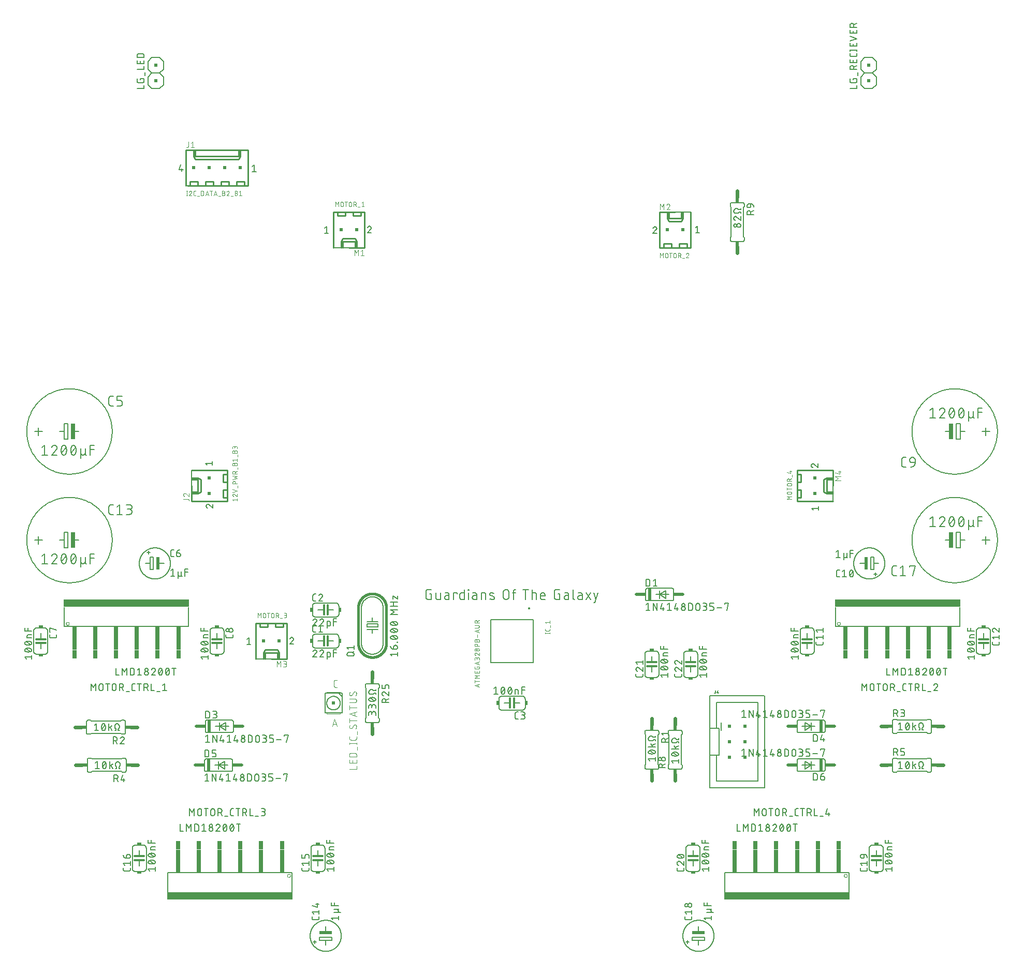
<source format=gbr>
G04 EAGLE Gerber RS-274X export*
G75*
%MOMM*%
%FSLAX34Y34*%
%LPD*%
%INSilkscreen Top*%
%IPPOS*%
%AMOC8*
5,1,8,0,0,1.08239X$1,22.5*%
G01*
%ADD10C,0.152400*%
%ADD11C,0.304800*%
%ADD12R,0.381000X0.762000*%
%ADD13C,0.127000*%
%ADD14R,0.508000X2.032000*%
%ADD15R,0.762000X0.381000*%
%ADD16R,0.635000X2.540000*%
%ADD17C,0.177800*%
%ADD18R,2.032000X0.508000*%
%ADD19C,0.508000*%
%ADD20R,0.635000X0.508000*%
%ADD21C,0.200000*%
%ADD22C,0.076200*%
%ADD23C,0.254000*%
%ADD24R,0.508000X0.508000*%
%ADD25C,0.101600*%
%ADD26C,0.203200*%
%ADD27R,0.500000X0.500000*%
%ADD28C,0.050800*%
%ADD29R,20.574000X1.270000*%
%ADD30R,0.762000X3.810000*%
%ADD31R,0.762000X1.397000*%
%ADD32C,0.609600*%
%ADD33R,0.609600X0.863600*%
%ADD34R,0.863600X0.609600*%
%ADD35C,0.406400*%


D10*
X-134515Y-176897D02*
X-131806Y-176897D01*
X-131806Y-185928D01*
X-137225Y-185928D01*
X-137343Y-185926D01*
X-137461Y-185920D01*
X-137579Y-185911D01*
X-137696Y-185897D01*
X-137813Y-185880D01*
X-137930Y-185859D01*
X-138045Y-185834D01*
X-138160Y-185805D01*
X-138274Y-185772D01*
X-138386Y-185736D01*
X-138497Y-185696D01*
X-138607Y-185653D01*
X-138716Y-185606D01*
X-138823Y-185556D01*
X-138928Y-185501D01*
X-139031Y-185444D01*
X-139132Y-185383D01*
X-139232Y-185319D01*
X-139329Y-185252D01*
X-139424Y-185182D01*
X-139516Y-185108D01*
X-139607Y-185032D01*
X-139694Y-184952D01*
X-139779Y-184870D01*
X-139861Y-184785D01*
X-139941Y-184698D01*
X-140017Y-184607D01*
X-140091Y-184515D01*
X-140161Y-184420D01*
X-140228Y-184323D01*
X-140292Y-184223D01*
X-140353Y-184122D01*
X-140410Y-184019D01*
X-140465Y-183914D01*
X-140515Y-183807D01*
X-140562Y-183698D01*
X-140605Y-183588D01*
X-140645Y-183477D01*
X-140681Y-183365D01*
X-140714Y-183251D01*
X-140743Y-183136D01*
X-140768Y-183021D01*
X-140789Y-182904D01*
X-140806Y-182787D01*
X-140820Y-182670D01*
X-140829Y-182552D01*
X-140835Y-182434D01*
X-140837Y-182316D01*
X-140837Y-173284D01*
X-140838Y-173284D02*
X-140836Y-173166D01*
X-140830Y-173048D01*
X-140821Y-172930D01*
X-140807Y-172812D01*
X-140790Y-172695D01*
X-140769Y-172579D01*
X-140744Y-172464D01*
X-140715Y-172349D01*
X-140682Y-172235D01*
X-140646Y-172123D01*
X-140606Y-172011D01*
X-140563Y-171901D01*
X-140516Y-171793D01*
X-140465Y-171686D01*
X-140411Y-171581D01*
X-140354Y-171478D01*
X-140293Y-171376D01*
X-140229Y-171277D01*
X-140162Y-171180D01*
X-140091Y-171085D01*
X-140018Y-170992D01*
X-139941Y-170902D01*
X-139862Y-170814D01*
X-139780Y-170729D01*
X-139695Y-170647D01*
X-139607Y-170568D01*
X-139517Y-170491D01*
X-139424Y-170418D01*
X-139330Y-170347D01*
X-139232Y-170280D01*
X-139133Y-170216D01*
X-139032Y-170155D01*
X-138928Y-170098D01*
X-138823Y-170044D01*
X-138716Y-169993D01*
X-138608Y-169946D01*
X-138498Y-169903D01*
X-138386Y-169863D01*
X-138274Y-169827D01*
X-138160Y-169794D01*
X-138045Y-169765D01*
X-137930Y-169740D01*
X-137814Y-169719D01*
X-137697Y-169702D01*
X-137579Y-169688D01*
X-137461Y-169679D01*
X-137343Y-169673D01*
X-137225Y-169671D01*
X-137225Y-169672D02*
X-131806Y-169672D01*
X-124303Y-175091D02*
X-124303Y-183219D01*
X-124302Y-183219D02*
X-124300Y-183320D01*
X-124294Y-183421D01*
X-124285Y-183522D01*
X-124272Y-183623D01*
X-124255Y-183723D01*
X-124234Y-183822D01*
X-124210Y-183920D01*
X-124182Y-184017D01*
X-124150Y-184114D01*
X-124115Y-184209D01*
X-124076Y-184302D01*
X-124034Y-184394D01*
X-123988Y-184485D01*
X-123939Y-184574D01*
X-123887Y-184660D01*
X-123831Y-184745D01*
X-123773Y-184828D01*
X-123711Y-184908D01*
X-123646Y-184986D01*
X-123579Y-185062D01*
X-123509Y-185135D01*
X-123436Y-185205D01*
X-123360Y-185272D01*
X-123282Y-185337D01*
X-123202Y-185399D01*
X-123119Y-185457D01*
X-123034Y-185513D01*
X-122948Y-185565D01*
X-122859Y-185614D01*
X-122768Y-185660D01*
X-122676Y-185702D01*
X-122583Y-185741D01*
X-122488Y-185776D01*
X-122391Y-185808D01*
X-122294Y-185836D01*
X-122196Y-185860D01*
X-122097Y-185881D01*
X-121997Y-185898D01*
X-121896Y-185911D01*
X-121795Y-185920D01*
X-121694Y-185926D01*
X-121593Y-185928D01*
X-117078Y-185928D01*
X-117078Y-175091D01*
X-107147Y-179606D02*
X-103083Y-179606D01*
X-107147Y-179606D02*
X-107259Y-179608D01*
X-107370Y-179614D01*
X-107481Y-179624D01*
X-107592Y-179637D01*
X-107702Y-179655D01*
X-107811Y-179677D01*
X-107920Y-179702D01*
X-108028Y-179731D01*
X-108134Y-179764D01*
X-108240Y-179801D01*
X-108344Y-179841D01*
X-108446Y-179885D01*
X-108547Y-179933D01*
X-108646Y-179984D01*
X-108744Y-180039D01*
X-108839Y-180097D01*
X-108932Y-180158D01*
X-109023Y-180223D01*
X-109112Y-180291D01*
X-109198Y-180362D01*
X-109281Y-180435D01*
X-109362Y-180512D01*
X-109441Y-180592D01*
X-109516Y-180674D01*
X-109588Y-180759D01*
X-109658Y-180846D01*
X-109724Y-180936D01*
X-109787Y-181028D01*
X-109847Y-181123D01*
X-109903Y-181219D01*
X-109956Y-181317D01*
X-110005Y-181417D01*
X-110051Y-181519D01*
X-110093Y-181622D01*
X-110132Y-181727D01*
X-110167Y-181833D01*
X-110198Y-181940D01*
X-110225Y-182048D01*
X-110249Y-182157D01*
X-110268Y-182267D01*
X-110284Y-182377D01*
X-110296Y-182488D01*
X-110304Y-182600D01*
X-110308Y-182711D01*
X-110308Y-182823D01*
X-110304Y-182934D01*
X-110296Y-183046D01*
X-110284Y-183157D01*
X-110268Y-183267D01*
X-110249Y-183377D01*
X-110225Y-183486D01*
X-110198Y-183594D01*
X-110167Y-183701D01*
X-110132Y-183807D01*
X-110093Y-183912D01*
X-110051Y-184015D01*
X-110005Y-184117D01*
X-109956Y-184217D01*
X-109903Y-184315D01*
X-109847Y-184411D01*
X-109787Y-184506D01*
X-109724Y-184598D01*
X-109658Y-184688D01*
X-109588Y-184775D01*
X-109516Y-184860D01*
X-109441Y-184942D01*
X-109362Y-185022D01*
X-109281Y-185099D01*
X-109198Y-185172D01*
X-109112Y-185243D01*
X-109023Y-185311D01*
X-108932Y-185376D01*
X-108839Y-185437D01*
X-108744Y-185495D01*
X-108646Y-185550D01*
X-108547Y-185601D01*
X-108446Y-185649D01*
X-108344Y-185693D01*
X-108240Y-185733D01*
X-108134Y-185770D01*
X-108028Y-185803D01*
X-107920Y-185832D01*
X-107811Y-185857D01*
X-107702Y-185879D01*
X-107592Y-185897D01*
X-107481Y-185910D01*
X-107370Y-185920D01*
X-107259Y-185926D01*
X-107147Y-185928D01*
X-103083Y-185928D01*
X-103083Y-177800D01*
X-103085Y-177699D01*
X-103091Y-177598D01*
X-103100Y-177497D01*
X-103113Y-177396D01*
X-103130Y-177296D01*
X-103151Y-177197D01*
X-103175Y-177099D01*
X-103203Y-177002D01*
X-103235Y-176905D01*
X-103270Y-176810D01*
X-103309Y-176717D01*
X-103351Y-176625D01*
X-103397Y-176534D01*
X-103446Y-176445D01*
X-103498Y-176359D01*
X-103554Y-176274D01*
X-103612Y-176191D01*
X-103674Y-176111D01*
X-103739Y-176033D01*
X-103806Y-175957D01*
X-103876Y-175884D01*
X-103949Y-175814D01*
X-104025Y-175747D01*
X-104103Y-175682D01*
X-104183Y-175620D01*
X-104266Y-175562D01*
X-104351Y-175506D01*
X-104438Y-175454D01*
X-104526Y-175405D01*
X-104617Y-175359D01*
X-104709Y-175317D01*
X-104802Y-175278D01*
X-104897Y-175243D01*
X-104994Y-175211D01*
X-105091Y-175183D01*
X-105189Y-175159D01*
X-105288Y-175138D01*
X-105388Y-175121D01*
X-105489Y-175108D01*
X-105590Y-175099D01*
X-105691Y-175093D01*
X-105792Y-175091D01*
X-109405Y-175091D01*
X-95561Y-175091D02*
X-95561Y-185928D01*
X-95561Y-175091D02*
X-90142Y-175091D01*
X-90142Y-176897D01*
X-78073Y-169672D02*
X-78073Y-185928D01*
X-82589Y-185928D01*
X-82690Y-185926D01*
X-82791Y-185920D01*
X-82892Y-185911D01*
X-82993Y-185898D01*
X-83093Y-185881D01*
X-83192Y-185860D01*
X-83290Y-185836D01*
X-83387Y-185808D01*
X-83484Y-185776D01*
X-83579Y-185741D01*
X-83672Y-185702D01*
X-83764Y-185660D01*
X-83855Y-185614D01*
X-83944Y-185565D01*
X-84030Y-185513D01*
X-84115Y-185457D01*
X-84198Y-185399D01*
X-84278Y-185337D01*
X-84356Y-185272D01*
X-84432Y-185205D01*
X-84505Y-185135D01*
X-84575Y-185062D01*
X-84642Y-184986D01*
X-84707Y-184908D01*
X-84769Y-184828D01*
X-84827Y-184745D01*
X-84883Y-184660D01*
X-84935Y-184574D01*
X-84984Y-184485D01*
X-85030Y-184394D01*
X-85072Y-184302D01*
X-85111Y-184209D01*
X-85146Y-184114D01*
X-85178Y-184017D01*
X-85206Y-183920D01*
X-85230Y-183822D01*
X-85251Y-183723D01*
X-85268Y-183623D01*
X-85281Y-183522D01*
X-85290Y-183421D01*
X-85296Y-183320D01*
X-85298Y-183219D01*
X-85298Y-177800D01*
X-85296Y-177699D01*
X-85290Y-177598D01*
X-85281Y-177497D01*
X-85268Y-177396D01*
X-85251Y-177296D01*
X-85230Y-177197D01*
X-85206Y-177099D01*
X-85178Y-177002D01*
X-85146Y-176905D01*
X-85111Y-176810D01*
X-85072Y-176717D01*
X-85030Y-176625D01*
X-84984Y-176534D01*
X-84935Y-176446D01*
X-84883Y-176359D01*
X-84827Y-176274D01*
X-84769Y-176191D01*
X-84707Y-176111D01*
X-84642Y-176033D01*
X-84575Y-175957D01*
X-84505Y-175884D01*
X-84432Y-175814D01*
X-84356Y-175747D01*
X-84278Y-175682D01*
X-84198Y-175620D01*
X-84115Y-175562D01*
X-84030Y-175506D01*
X-83944Y-175454D01*
X-83855Y-175405D01*
X-83764Y-175359D01*
X-83672Y-175317D01*
X-83579Y-175278D01*
X-83484Y-175243D01*
X-83387Y-175211D01*
X-83290Y-175183D01*
X-83192Y-175159D01*
X-83093Y-175138D01*
X-82993Y-175121D01*
X-82892Y-175108D01*
X-82791Y-175099D01*
X-82690Y-175093D01*
X-82589Y-175091D01*
X-78073Y-175091D01*
X-71192Y-175091D02*
X-71192Y-185928D01*
X-71643Y-170575D02*
X-71643Y-169672D01*
X-70740Y-169672D01*
X-70740Y-170575D01*
X-71643Y-170575D01*
X-61817Y-179606D02*
X-57753Y-179606D01*
X-61817Y-179606D02*
X-61929Y-179608D01*
X-62040Y-179614D01*
X-62151Y-179624D01*
X-62262Y-179637D01*
X-62372Y-179655D01*
X-62481Y-179677D01*
X-62590Y-179702D01*
X-62698Y-179731D01*
X-62804Y-179764D01*
X-62910Y-179801D01*
X-63014Y-179841D01*
X-63116Y-179885D01*
X-63217Y-179933D01*
X-63316Y-179984D01*
X-63414Y-180039D01*
X-63509Y-180097D01*
X-63602Y-180158D01*
X-63693Y-180223D01*
X-63782Y-180291D01*
X-63868Y-180362D01*
X-63951Y-180435D01*
X-64032Y-180512D01*
X-64111Y-180592D01*
X-64186Y-180674D01*
X-64258Y-180759D01*
X-64328Y-180846D01*
X-64394Y-180936D01*
X-64457Y-181028D01*
X-64517Y-181123D01*
X-64573Y-181219D01*
X-64626Y-181317D01*
X-64675Y-181417D01*
X-64721Y-181519D01*
X-64763Y-181622D01*
X-64802Y-181727D01*
X-64837Y-181833D01*
X-64868Y-181940D01*
X-64895Y-182048D01*
X-64919Y-182157D01*
X-64938Y-182267D01*
X-64954Y-182377D01*
X-64966Y-182488D01*
X-64974Y-182600D01*
X-64978Y-182711D01*
X-64978Y-182823D01*
X-64974Y-182934D01*
X-64966Y-183046D01*
X-64954Y-183157D01*
X-64938Y-183267D01*
X-64919Y-183377D01*
X-64895Y-183486D01*
X-64868Y-183594D01*
X-64837Y-183701D01*
X-64802Y-183807D01*
X-64763Y-183912D01*
X-64721Y-184015D01*
X-64675Y-184117D01*
X-64626Y-184217D01*
X-64573Y-184315D01*
X-64517Y-184411D01*
X-64457Y-184506D01*
X-64394Y-184598D01*
X-64328Y-184688D01*
X-64258Y-184775D01*
X-64186Y-184860D01*
X-64111Y-184942D01*
X-64032Y-185022D01*
X-63951Y-185099D01*
X-63868Y-185172D01*
X-63782Y-185243D01*
X-63693Y-185311D01*
X-63602Y-185376D01*
X-63509Y-185437D01*
X-63414Y-185495D01*
X-63316Y-185550D01*
X-63217Y-185601D01*
X-63116Y-185649D01*
X-63014Y-185693D01*
X-62910Y-185733D01*
X-62804Y-185770D01*
X-62698Y-185803D01*
X-62590Y-185832D01*
X-62481Y-185857D01*
X-62372Y-185879D01*
X-62262Y-185897D01*
X-62151Y-185910D01*
X-62040Y-185920D01*
X-61929Y-185926D01*
X-61817Y-185928D01*
X-57753Y-185928D01*
X-57753Y-177800D01*
X-57755Y-177699D01*
X-57761Y-177598D01*
X-57770Y-177497D01*
X-57783Y-177396D01*
X-57800Y-177296D01*
X-57821Y-177197D01*
X-57845Y-177099D01*
X-57873Y-177002D01*
X-57905Y-176905D01*
X-57940Y-176810D01*
X-57979Y-176717D01*
X-58021Y-176625D01*
X-58067Y-176534D01*
X-58116Y-176445D01*
X-58168Y-176359D01*
X-58224Y-176274D01*
X-58282Y-176191D01*
X-58344Y-176111D01*
X-58409Y-176033D01*
X-58476Y-175957D01*
X-58546Y-175884D01*
X-58619Y-175814D01*
X-58695Y-175747D01*
X-58773Y-175682D01*
X-58853Y-175620D01*
X-58936Y-175562D01*
X-59021Y-175506D01*
X-59108Y-175454D01*
X-59196Y-175405D01*
X-59287Y-175359D01*
X-59379Y-175317D01*
X-59472Y-175278D01*
X-59567Y-175243D01*
X-59664Y-175211D01*
X-59761Y-175183D01*
X-59859Y-175159D01*
X-59958Y-175138D01*
X-60058Y-175121D01*
X-60159Y-175108D01*
X-60260Y-175099D01*
X-60361Y-175093D01*
X-60462Y-175091D01*
X-64074Y-175091D01*
X-50315Y-175091D02*
X-50315Y-185928D01*
X-50315Y-175091D02*
X-45800Y-175091D01*
X-45696Y-175093D01*
X-45593Y-175099D01*
X-45489Y-175109D01*
X-45386Y-175123D01*
X-45284Y-175141D01*
X-45183Y-175162D01*
X-45082Y-175188D01*
X-44983Y-175217D01*
X-44884Y-175250D01*
X-44787Y-175287D01*
X-44692Y-175328D01*
X-44598Y-175372D01*
X-44506Y-175420D01*
X-44416Y-175471D01*
X-44327Y-175526D01*
X-44241Y-175584D01*
X-44158Y-175646D01*
X-44076Y-175710D01*
X-43998Y-175778D01*
X-43922Y-175848D01*
X-43848Y-175921D01*
X-43778Y-175998D01*
X-43710Y-176076D01*
X-43646Y-176158D01*
X-43584Y-176241D01*
X-43526Y-176327D01*
X-43471Y-176416D01*
X-43420Y-176506D01*
X-43372Y-176598D01*
X-43328Y-176692D01*
X-43287Y-176787D01*
X-43250Y-176884D01*
X-43217Y-176983D01*
X-43188Y-177082D01*
X-43162Y-177183D01*
X-43141Y-177284D01*
X-43123Y-177386D01*
X-43109Y-177489D01*
X-43099Y-177593D01*
X-43093Y-177696D01*
X-43091Y-177800D01*
X-43090Y-177800D02*
X-43090Y-185928D01*
X-34892Y-179606D02*
X-30377Y-181412D01*
X-34893Y-179606D02*
X-34981Y-179569D01*
X-35067Y-179528D01*
X-35152Y-179484D01*
X-35235Y-179436D01*
X-35315Y-179385D01*
X-35394Y-179331D01*
X-35470Y-179273D01*
X-35544Y-179213D01*
X-35616Y-179149D01*
X-35684Y-179083D01*
X-35750Y-179013D01*
X-35813Y-178942D01*
X-35874Y-178867D01*
X-35931Y-178791D01*
X-35984Y-178712D01*
X-36035Y-178631D01*
X-36082Y-178548D01*
X-36126Y-178463D01*
X-36166Y-178376D01*
X-36203Y-178288D01*
X-36236Y-178198D01*
X-36266Y-178107D01*
X-36291Y-178015D01*
X-36313Y-177922D01*
X-36331Y-177828D01*
X-36346Y-177734D01*
X-36356Y-177639D01*
X-36362Y-177543D01*
X-36365Y-177448D01*
X-36364Y-177352D01*
X-36358Y-177257D01*
X-36349Y-177161D01*
X-36336Y-177067D01*
X-36320Y-176973D01*
X-36299Y-176879D01*
X-36274Y-176787D01*
X-36246Y-176696D01*
X-36214Y-176606D01*
X-36179Y-176517D01*
X-36140Y-176430D01*
X-36097Y-176344D01*
X-36051Y-176260D01*
X-36001Y-176179D01*
X-35949Y-176099D01*
X-35893Y-176021D01*
X-35833Y-175946D01*
X-35771Y-175874D01*
X-35706Y-175804D01*
X-35638Y-175736D01*
X-35568Y-175672D01*
X-35495Y-175610D01*
X-35419Y-175552D01*
X-35341Y-175496D01*
X-35261Y-175444D01*
X-35179Y-175395D01*
X-35095Y-175350D01*
X-35009Y-175308D01*
X-34922Y-175269D01*
X-34833Y-175234D01*
X-34742Y-175203D01*
X-34651Y-175176D01*
X-34558Y-175152D01*
X-34465Y-175132D01*
X-34371Y-175116D01*
X-34276Y-175104D01*
X-34181Y-175095D01*
X-34085Y-175091D01*
X-33990Y-175090D01*
X-33743Y-175097D01*
X-33497Y-175109D01*
X-33251Y-175127D01*
X-33005Y-175152D01*
X-32761Y-175182D01*
X-32517Y-175218D01*
X-32274Y-175260D01*
X-32032Y-175307D01*
X-31791Y-175361D01*
X-31552Y-175420D01*
X-31314Y-175485D01*
X-31077Y-175556D01*
X-30843Y-175632D01*
X-30610Y-175714D01*
X-30380Y-175802D01*
X-30152Y-175895D01*
X-29925Y-175993D01*
X-30376Y-181413D02*
X-30288Y-181450D01*
X-30202Y-181491D01*
X-30117Y-181535D01*
X-30034Y-181583D01*
X-29954Y-181634D01*
X-29875Y-181688D01*
X-29799Y-181746D01*
X-29725Y-181806D01*
X-29653Y-181870D01*
X-29585Y-181936D01*
X-29519Y-182006D01*
X-29456Y-182077D01*
X-29395Y-182152D01*
X-29338Y-182228D01*
X-29285Y-182307D01*
X-29234Y-182388D01*
X-29187Y-182471D01*
X-29143Y-182556D01*
X-29103Y-182643D01*
X-29066Y-182731D01*
X-29033Y-182821D01*
X-29003Y-182912D01*
X-28978Y-183004D01*
X-28956Y-183097D01*
X-28938Y-183191D01*
X-28923Y-183285D01*
X-28913Y-183380D01*
X-28907Y-183476D01*
X-28904Y-183571D01*
X-28905Y-183667D01*
X-28911Y-183762D01*
X-28920Y-183858D01*
X-28933Y-183952D01*
X-28949Y-184046D01*
X-28970Y-184140D01*
X-28995Y-184232D01*
X-29023Y-184323D01*
X-29055Y-184413D01*
X-29090Y-184502D01*
X-29129Y-184589D01*
X-29172Y-184675D01*
X-29218Y-184759D01*
X-29268Y-184840D01*
X-29320Y-184920D01*
X-29376Y-184998D01*
X-29436Y-185073D01*
X-29498Y-185145D01*
X-29563Y-185215D01*
X-29631Y-185283D01*
X-29701Y-185347D01*
X-29774Y-185409D01*
X-29850Y-185467D01*
X-29928Y-185523D01*
X-30008Y-185575D01*
X-30090Y-185624D01*
X-30174Y-185669D01*
X-30260Y-185711D01*
X-30347Y-185750D01*
X-30436Y-185785D01*
X-30527Y-185816D01*
X-30618Y-185843D01*
X-30711Y-185867D01*
X-30804Y-185887D01*
X-30898Y-185903D01*
X-30993Y-185915D01*
X-31088Y-185924D01*
X-31184Y-185928D01*
X-31279Y-185929D01*
X-31280Y-185928D02*
X-31642Y-185919D01*
X-32004Y-185901D01*
X-32365Y-185874D01*
X-32725Y-185839D01*
X-33085Y-185796D01*
X-33444Y-185744D01*
X-33801Y-185683D01*
X-34156Y-185614D01*
X-34510Y-185537D01*
X-34862Y-185451D01*
X-35212Y-185357D01*
X-35560Y-185254D01*
X-35905Y-185144D01*
X-36247Y-185025D01*
X-14224Y-181412D02*
X-14224Y-174188D01*
X-14225Y-174188D02*
X-14223Y-174055D01*
X-14217Y-173923D01*
X-14207Y-173791D01*
X-14194Y-173659D01*
X-14176Y-173527D01*
X-14155Y-173397D01*
X-14130Y-173266D01*
X-14101Y-173137D01*
X-14068Y-173009D01*
X-14032Y-172881D01*
X-13992Y-172755D01*
X-13948Y-172630D01*
X-13900Y-172506D01*
X-13849Y-172384D01*
X-13794Y-172263D01*
X-13736Y-172144D01*
X-13674Y-172026D01*
X-13609Y-171911D01*
X-13540Y-171797D01*
X-13469Y-171686D01*
X-13393Y-171577D01*
X-13315Y-171470D01*
X-13234Y-171365D01*
X-13149Y-171263D01*
X-13062Y-171163D01*
X-12972Y-171066D01*
X-12879Y-170971D01*
X-12783Y-170880D01*
X-12685Y-170791D01*
X-12584Y-170705D01*
X-12480Y-170622D01*
X-12374Y-170542D01*
X-12266Y-170466D01*
X-12156Y-170392D01*
X-12043Y-170322D01*
X-11929Y-170255D01*
X-11812Y-170192D01*
X-11694Y-170132D01*
X-11574Y-170075D01*
X-11452Y-170022D01*
X-11329Y-169973D01*
X-11205Y-169927D01*
X-11079Y-169885D01*
X-10952Y-169847D01*
X-10824Y-169812D01*
X-10695Y-169781D01*
X-10566Y-169754D01*
X-10435Y-169731D01*
X-10304Y-169711D01*
X-10172Y-169696D01*
X-10040Y-169684D01*
X-9908Y-169676D01*
X-9775Y-169672D01*
X-9643Y-169672D01*
X-9510Y-169676D01*
X-9378Y-169684D01*
X-9246Y-169696D01*
X-9114Y-169711D01*
X-8983Y-169731D01*
X-8852Y-169754D01*
X-8723Y-169781D01*
X-8594Y-169812D01*
X-8466Y-169847D01*
X-8339Y-169885D01*
X-8213Y-169927D01*
X-8089Y-169973D01*
X-7966Y-170022D01*
X-7844Y-170075D01*
X-7724Y-170132D01*
X-7606Y-170192D01*
X-7489Y-170255D01*
X-7375Y-170322D01*
X-7262Y-170392D01*
X-7152Y-170466D01*
X-7044Y-170542D01*
X-6938Y-170622D01*
X-6834Y-170705D01*
X-6733Y-170791D01*
X-6635Y-170880D01*
X-6539Y-170971D01*
X-6446Y-171066D01*
X-6356Y-171163D01*
X-6269Y-171263D01*
X-6184Y-171365D01*
X-6103Y-171470D01*
X-6025Y-171577D01*
X-5949Y-171686D01*
X-5878Y-171797D01*
X-5809Y-171911D01*
X-5744Y-172026D01*
X-5682Y-172144D01*
X-5624Y-172263D01*
X-5569Y-172384D01*
X-5518Y-172506D01*
X-5470Y-172630D01*
X-5426Y-172755D01*
X-5386Y-172881D01*
X-5350Y-173009D01*
X-5317Y-173137D01*
X-5288Y-173266D01*
X-5263Y-173397D01*
X-5242Y-173527D01*
X-5224Y-173659D01*
X-5211Y-173791D01*
X-5201Y-173923D01*
X-5195Y-174055D01*
X-5193Y-174188D01*
X-5193Y-181412D01*
X-5195Y-181545D01*
X-5201Y-181677D01*
X-5211Y-181809D01*
X-5224Y-181941D01*
X-5242Y-182073D01*
X-5263Y-182203D01*
X-5288Y-182334D01*
X-5317Y-182463D01*
X-5350Y-182591D01*
X-5386Y-182719D01*
X-5426Y-182845D01*
X-5470Y-182970D01*
X-5518Y-183094D01*
X-5569Y-183216D01*
X-5624Y-183337D01*
X-5682Y-183456D01*
X-5744Y-183574D01*
X-5809Y-183689D01*
X-5878Y-183803D01*
X-5949Y-183914D01*
X-6025Y-184023D01*
X-6103Y-184130D01*
X-6184Y-184235D01*
X-6269Y-184337D01*
X-6356Y-184437D01*
X-6446Y-184534D01*
X-6539Y-184629D01*
X-6635Y-184720D01*
X-6733Y-184809D01*
X-6834Y-184895D01*
X-6938Y-184978D01*
X-7044Y-185058D01*
X-7152Y-185134D01*
X-7262Y-185208D01*
X-7375Y-185278D01*
X-7489Y-185345D01*
X-7606Y-185408D01*
X-7724Y-185468D01*
X-7844Y-185525D01*
X-7966Y-185578D01*
X-8089Y-185627D01*
X-8213Y-185673D01*
X-8339Y-185715D01*
X-8466Y-185753D01*
X-8594Y-185788D01*
X-8723Y-185819D01*
X-8852Y-185846D01*
X-8983Y-185869D01*
X-9114Y-185889D01*
X-9246Y-185904D01*
X-9378Y-185916D01*
X-9510Y-185924D01*
X-9643Y-185928D01*
X-9775Y-185928D01*
X-9908Y-185924D01*
X-10040Y-185916D01*
X-10172Y-185904D01*
X-10304Y-185889D01*
X-10435Y-185869D01*
X-10566Y-185846D01*
X-10695Y-185819D01*
X-10824Y-185788D01*
X-10952Y-185753D01*
X-11079Y-185715D01*
X-11205Y-185673D01*
X-11329Y-185627D01*
X-11452Y-185578D01*
X-11574Y-185525D01*
X-11694Y-185468D01*
X-11812Y-185408D01*
X-11929Y-185345D01*
X-12043Y-185278D01*
X-12156Y-185208D01*
X-12266Y-185134D01*
X-12374Y-185058D01*
X-12480Y-184978D01*
X-12584Y-184895D01*
X-12685Y-184809D01*
X-12783Y-184720D01*
X-12879Y-184629D01*
X-12972Y-184534D01*
X-13062Y-184437D01*
X-13149Y-184337D01*
X-13234Y-184235D01*
X-13315Y-184130D01*
X-13393Y-184023D01*
X-13469Y-183914D01*
X-13540Y-183803D01*
X-13609Y-183689D01*
X-13674Y-183574D01*
X-13736Y-183456D01*
X-13794Y-183337D01*
X-13849Y-183216D01*
X-13900Y-183094D01*
X-13948Y-182970D01*
X-13992Y-182845D01*
X-14032Y-182719D01*
X-14068Y-182591D01*
X-14101Y-182463D01*
X-14130Y-182334D01*
X-14155Y-182203D01*
X-14176Y-182073D01*
X-14194Y-181941D01*
X-14207Y-181809D01*
X-14217Y-181677D01*
X-14223Y-181545D01*
X-14225Y-181412D01*
X2156Y-185928D02*
X2156Y-172381D01*
X2158Y-172277D01*
X2164Y-172174D01*
X2174Y-172070D01*
X2188Y-171967D01*
X2206Y-171865D01*
X2227Y-171764D01*
X2253Y-171663D01*
X2282Y-171564D01*
X2315Y-171465D01*
X2352Y-171368D01*
X2393Y-171273D01*
X2437Y-171179D01*
X2485Y-171087D01*
X2536Y-170997D01*
X2591Y-170908D01*
X2649Y-170822D01*
X2711Y-170739D01*
X2775Y-170657D01*
X2843Y-170579D01*
X2913Y-170503D01*
X2986Y-170429D01*
X3063Y-170359D01*
X3141Y-170291D01*
X3223Y-170227D01*
X3306Y-170165D01*
X3392Y-170107D01*
X3481Y-170052D01*
X3571Y-170001D01*
X3663Y-169953D01*
X3757Y-169909D01*
X3852Y-169868D01*
X3949Y-169831D01*
X4048Y-169798D01*
X4147Y-169769D01*
X4248Y-169743D01*
X4349Y-169722D01*
X4451Y-169704D01*
X4554Y-169690D01*
X4658Y-169680D01*
X4761Y-169674D01*
X4865Y-169672D01*
X5768Y-169672D01*
X5768Y-175091D02*
X350Y-175091D01*
X22075Y-169672D02*
X22075Y-185928D01*
X17559Y-169672D02*
X26590Y-169672D01*
X32530Y-169672D02*
X32530Y-185928D01*
X32530Y-175091D02*
X37046Y-175091D01*
X37150Y-175093D01*
X37253Y-175099D01*
X37357Y-175109D01*
X37460Y-175123D01*
X37562Y-175141D01*
X37663Y-175162D01*
X37764Y-175188D01*
X37863Y-175217D01*
X37962Y-175250D01*
X38059Y-175287D01*
X38154Y-175328D01*
X38248Y-175372D01*
X38340Y-175420D01*
X38430Y-175471D01*
X38519Y-175526D01*
X38605Y-175584D01*
X38688Y-175646D01*
X38770Y-175710D01*
X38848Y-175778D01*
X38924Y-175848D01*
X38998Y-175921D01*
X39068Y-175998D01*
X39136Y-176076D01*
X39200Y-176158D01*
X39262Y-176241D01*
X39320Y-176327D01*
X39375Y-176416D01*
X39426Y-176506D01*
X39474Y-176598D01*
X39518Y-176692D01*
X39559Y-176787D01*
X39596Y-176884D01*
X39629Y-176983D01*
X39658Y-177082D01*
X39684Y-177183D01*
X39705Y-177284D01*
X39723Y-177386D01*
X39737Y-177489D01*
X39747Y-177593D01*
X39753Y-177696D01*
X39755Y-177800D01*
X39755Y-185928D01*
X49308Y-185928D02*
X53823Y-185928D01*
X49308Y-185928D02*
X49207Y-185926D01*
X49106Y-185920D01*
X49005Y-185911D01*
X48904Y-185898D01*
X48804Y-185881D01*
X48705Y-185860D01*
X48607Y-185836D01*
X48510Y-185808D01*
X48413Y-185776D01*
X48318Y-185741D01*
X48225Y-185702D01*
X48133Y-185660D01*
X48042Y-185614D01*
X47954Y-185565D01*
X47867Y-185513D01*
X47782Y-185457D01*
X47699Y-185399D01*
X47619Y-185337D01*
X47541Y-185272D01*
X47465Y-185205D01*
X47392Y-185135D01*
X47322Y-185062D01*
X47255Y-184986D01*
X47190Y-184908D01*
X47128Y-184828D01*
X47070Y-184745D01*
X47014Y-184660D01*
X46962Y-184574D01*
X46913Y-184485D01*
X46867Y-184394D01*
X46825Y-184302D01*
X46786Y-184209D01*
X46751Y-184114D01*
X46719Y-184017D01*
X46691Y-183920D01*
X46667Y-183822D01*
X46646Y-183723D01*
X46629Y-183623D01*
X46616Y-183522D01*
X46607Y-183421D01*
X46601Y-183320D01*
X46599Y-183219D01*
X46599Y-178703D01*
X46601Y-178584D01*
X46607Y-178464D01*
X46617Y-178345D01*
X46631Y-178227D01*
X46648Y-178108D01*
X46670Y-177991D01*
X46695Y-177874D01*
X46725Y-177759D01*
X46758Y-177644D01*
X46795Y-177530D01*
X46835Y-177418D01*
X46880Y-177307D01*
X46928Y-177198D01*
X46979Y-177090D01*
X47034Y-176984D01*
X47093Y-176880D01*
X47155Y-176778D01*
X47220Y-176678D01*
X47289Y-176580D01*
X47361Y-176484D01*
X47436Y-176391D01*
X47513Y-176301D01*
X47594Y-176213D01*
X47678Y-176128D01*
X47765Y-176046D01*
X47854Y-175966D01*
X47946Y-175890D01*
X48040Y-175816D01*
X48137Y-175746D01*
X48235Y-175679D01*
X48336Y-175615D01*
X48440Y-175555D01*
X48545Y-175498D01*
X48652Y-175445D01*
X48760Y-175395D01*
X48870Y-175349D01*
X48982Y-175307D01*
X49095Y-175268D01*
X49209Y-175233D01*
X49324Y-175202D01*
X49441Y-175174D01*
X49558Y-175151D01*
X49675Y-175131D01*
X49794Y-175115D01*
X49913Y-175103D01*
X50032Y-175095D01*
X50151Y-175091D01*
X50271Y-175091D01*
X50390Y-175095D01*
X50509Y-175103D01*
X50628Y-175115D01*
X50747Y-175131D01*
X50864Y-175151D01*
X50981Y-175174D01*
X51098Y-175202D01*
X51213Y-175233D01*
X51327Y-175268D01*
X51440Y-175307D01*
X51552Y-175349D01*
X51662Y-175395D01*
X51770Y-175445D01*
X51877Y-175498D01*
X51982Y-175555D01*
X52086Y-175615D01*
X52187Y-175679D01*
X52285Y-175746D01*
X52382Y-175816D01*
X52476Y-175890D01*
X52568Y-175966D01*
X52657Y-176046D01*
X52744Y-176128D01*
X52828Y-176213D01*
X52909Y-176301D01*
X52986Y-176391D01*
X53061Y-176484D01*
X53133Y-176580D01*
X53202Y-176678D01*
X53267Y-176778D01*
X53329Y-176880D01*
X53388Y-176984D01*
X53443Y-177090D01*
X53494Y-177198D01*
X53542Y-177307D01*
X53587Y-177418D01*
X53627Y-177530D01*
X53664Y-177644D01*
X53697Y-177759D01*
X53727Y-177874D01*
X53752Y-177991D01*
X53774Y-178108D01*
X53791Y-178227D01*
X53805Y-178345D01*
X53815Y-178464D01*
X53821Y-178584D01*
X53823Y-178703D01*
X53823Y-180509D01*
X46599Y-180509D01*
X75464Y-176897D02*
X78173Y-176897D01*
X78173Y-185928D01*
X72755Y-185928D01*
X72637Y-185926D01*
X72519Y-185920D01*
X72401Y-185911D01*
X72284Y-185897D01*
X72167Y-185880D01*
X72050Y-185859D01*
X71935Y-185834D01*
X71820Y-185805D01*
X71706Y-185772D01*
X71594Y-185736D01*
X71483Y-185696D01*
X71373Y-185653D01*
X71264Y-185606D01*
X71157Y-185556D01*
X71052Y-185501D01*
X70949Y-185444D01*
X70848Y-185383D01*
X70748Y-185319D01*
X70651Y-185252D01*
X70556Y-185182D01*
X70464Y-185108D01*
X70373Y-185032D01*
X70286Y-184952D01*
X70201Y-184870D01*
X70119Y-184785D01*
X70039Y-184698D01*
X69963Y-184607D01*
X69889Y-184515D01*
X69819Y-184420D01*
X69752Y-184323D01*
X69688Y-184223D01*
X69627Y-184122D01*
X69570Y-184019D01*
X69515Y-183914D01*
X69465Y-183807D01*
X69418Y-183698D01*
X69375Y-183588D01*
X69335Y-183477D01*
X69299Y-183365D01*
X69266Y-183251D01*
X69237Y-183136D01*
X69212Y-183021D01*
X69191Y-182904D01*
X69174Y-182787D01*
X69160Y-182670D01*
X69151Y-182552D01*
X69145Y-182434D01*
X69143Y-182316D01*
X69142Y-182316D02*
X69142Y-173284D01*
X69144Y-173166D01*
X69150Y-173048D01*
X69159Y-172930D01*
X69173Y-172812D01*
X69190Y-172695D01*
X69211Y-172579D01*
X69236Y-172464D01*
X69265Y-172349D01*
X69298Y-172235D01*
X69334Y-172123D01*
X69374Y-172011D01*
X69417Y-171901D01*
X69464Y-171793D01*
X69515Y-171686D01*
X69569Y-171581D01*
X69626Y-171478D01*
X69687Y-171376D01*
X69751Y-171277D01*
X69818Y-171180D01*
X69889Y-171085D01*
X69962Y-170992D01*
X70039Y-170902D01*
X70118Y-170814D01*
X70200Y-170729D01*
X70285Y-170647D01*
X70373Y-170568D01*
X70463Y-170491D01*
X70556Y-170418D01*
X70650Y-170347D01*
X70748Y-170280D01*
X70847Y-170216D01*
X70948Y-170155D01*
X71052Y-170098D01*
X71157Y-170044D01*
X71264Y-169993D01*
X71372Y-169946D01*
X71482Y-169903D01*
X71594Y-169863D01*
X71706Y-169827D01*
X71820Y-169794D01*
X71935Y-169765D01*
X72050Y-169740D01*
X72166Y-169719D01*
X72283Y-169702D01*
X72401Y-169688D01*
X72519Y-169679D01*
X72637Y-169673D01*
X72755Y-169671D01*
X72755Y-169672D02*
X78173Y-169672D01*
X88243Y-179606D02*
X92307Y-179606D01*
X88243Y-179606D02*
X88131Y-179608D01*
X88020Y-179614D01*
X87909Y-179624D01*
X87798Y-179637D01*
X87688Y-179655D01*
X87579Y-179677D01*
X87470Y-179702D01*
X87362Y-179731D01*
X87256Y-179764D01*
X87150Y-179801D01*
X87046Y-179841D01*
X86944Y-179885D01*
X86843Y-179933D01*
X86744Y-179984D01*
X86646Y-180039D01*
X86551Y-180097D01*
X86458Y-180158D01*
X86367Y-180223D01*
X86278Y-180291D01*
X86192Y-180362D01*
X86109Y-180435D01*
X86028Y-180512D01*
X85949Y-180592D01*
X85874Y-180674D01*
X85802Y-180759D01*
X85732Y-180846D01*
X85666Y-180936D01*
X85603Y-181028D01*
X85543Y-181123D01*
X85487Y-181219D01*
X85434Y-181317D01*
X85385Y-181417D01*
X85339Y-181519D01*
X85297Y-181622D01*
X85258Y-181727D01*
X85223Y-181833D01*
X85192Y-181940D01*
X85165Y-182048D01*
X85141Y-182157D01*
X85122Y-182267D01*
X85106Y-182377D01*
X85094Y-182488D01*
X85086Y-182600D01*
X85082Y-182711D01*
X85082Y-182823D01*
X85086Y-182934D01*
X85094Y-183046D01*
X85106Y-183157D01*
X85122Y-183267D01*
X85141Y-183377D01*
X85165Y-183486D01*
X85192Y-183594D01*
X85223Y-183701D01*
X85258Y-183807D01*
X85297Y-183912D01*
X85339Y-184015D01*
X85385Y-184117D01*
X85434Y-184217D01*
X85487Y-184315D01*
X85543Y-184411D01*
X85603Y-184506D01*
X85666Y-184598D01*
X85732Y-184688D01*
X85802Y-184775D01*
X85874Y-184860D01*
X85949Y-184942D01*
X86028Y-185022D01*
X86109Y-185099D01*
X86192Y-185172D01*
X86278Y-185243D01*
X86367Y-185311D01*
X86458Y-185376D01*
X86551Y-185437D01*
X86646Y-185495D01*
X86744Y-185550D01*
X86843Y-185601D01*
X86944Y-185649D01*
X87046Y-185693D01*
X87150Y-185733D01*
X87256Y-185770D01*
X87362Y-185803D01*
X87470Y-185832D01*
X87579Y-185857D01*
X87688Y-185879D01*
X87798Y-185897D01*
X87909Y-185910D01*
X88020Y-185920D01*
X88131Y-185926D01*
X88243Y-185928D01*
X92307Y-185928D01*
X92307Y-177800D01*
X92305Y-177699D01*
X92299Y-177598D01*
X92290Y-177497D01*
X92277Y-177396D01*
X92260Y-177296D01*
X92239Y-177197D01*
X92215Y-177099D01*
X92187Y-177002D01*
X92155Y-176905D01*
X92120Y-176810D01*
X92081Y-176717D01*
X92039Y-176625D01*
X91993Y-176534D01*
X91944Y-176446D01*
X91892Y-176359D01*
X91836Y-176274D01*
X91778Y-176191D01*
X91716Y-176111D01*
X91651Y-176033D01*
X91584Y-175957D01*
X91514Y-175884D01*
X91441Y-175814D01*
X91365Y-175747D01*
X91287Y-175682D01*
X91207Y-175620D01*
X91124Y-175562D01*
X91039Y-175506D01*
X90953Y-175454D01*
X90864Y-175405D01*
X90773Y-175359D01*
X90681Y-175317D01*
X90588Y-175278D01*
X90493Y-175243D01*
X90396Y-175211D01*
X90299Y-175183D01*
X90201Y-175159D01*
X90102Y-175138D01*
X90002Y-175121D01*
X89901Y-175108D01*
X89800Y-175099D01*
X89699Y-175093D01*
X89598Y-175091D01*
X85985Y-175091D01*
X99461Y-169672D02*
X99461Y-183219D01*
X99463Y-183320D01*
X99469Y-183421D01*
X99478Y-183522D01*
X99491Y-183623D01*
X99508Y-183723D01*
X99529Y-183822D01*
X99553Y-183920D01*
X99581Y-184017D01*
X99613Y-184114D01*
X99648Y-184209D01*
X99687Y-184302D01*
X99729Y-184394D01*
X99775Y-184485D01*
X99824Y-184574D01*
X99876Y-184660D01*
X99932Y-184745D01*
X99990Y-184828D01*
X100052Y-184908D01*
X100117Y-184986D01*
X100184Y-185062D01*
X100254Y-185135D01*
X100327Y-185205D01*
X100403Y-185272D01*
X100481Y-185337D01*
X100561Y-185399D01*
X100644Y-185457D01*
X100729Y-185513D01*
X100816Y-185565D01*
X100904Y-185614D01*
X100995Y-185660D01*
X101087Y-185702D01*
X101180Y-185741D01*
X101275Y-185776D01*
X101372Y-185808D01*
X101469Y-185836D01*
X101567Y-185860D01*
X101666Y-185881D01*
X101766Y-185898D01*
X101867Y-185911D01*
X101968Y-185920D01*
X102069Y-185926D01*
X102170Y-185928D01*
X110648Y-179606D02*
X114712Y-179606D01*
X110648Y-179606D02*
X110536Y-179608D01*
X110425Y-179614D01*
X110314Y-179624D01*
X110203Y-179637D01*
X110093Y-179655D01*
X109984Y-179677D01*
X109875Y-179702D01*
X109767Y-179731D01*
X109661Y-179764D01*
X109555Y-179801D01*
X109451Y-179841D01*
X109349Y-179885D01*
X109248Y-179933D01*
X109149Y-179984D01*
X109051Y-180039D01*
X108956Y-180097D01*
X108863Y-180158D01*
X108772Y-180223D01*
X108683Y-180291D01*
X108597Y-180362D01*
X108514Y-180435D01*
X108433Y-180512D01*
X108354Y-180592D01*
X108279Y-180674D01*
X108207Y-180759D01*
X108137Y-180846D01*
X108071Y-180936D01*
X108008Y-181028D01*
X107948Y-181123D01*
X107892Y-181219D01*
X107839Y-181317D01*
X107790Y-181417D01*
X107744Y-181519D01*
X107702Y-181622D01*
X107663Y-181727D01*
X107628Y-181833D01*
X107597Y-181940D01*
X107570Y-182048D01*
X107546Y-182157D01*
X107527Y-182267D01*
X107511Y-182377D01*
X107499Y-182488D01*
X107491Y-182600D01*
X107487Y-182711D01*
X107487Y-182823D01*
X107491Y-182934D01*
X107499Y-183046D01*
X107511Y-183157D01*
X107527Y-183267D01*
X107546Y-183377D01*
X107570Y-183486D01*
X107597Y-183594D01*
X107628Y-183701D01*
X107663Y-183807D01*
X107702Y-183912D01*
X107744Y-184015D01*
X107790Y-184117D01*
X107839Y-184217D01*
X107892Y-184315D01*
X107948Y-184411D01*
X108008Y-184506D01*
X108071Y-184598D01*
X108137Y-184688D01*
X108207Y-184775D01*
X108279Y-184860D01*
X108354Y-184942D01*
X108433Y-185022D01*
X108514Y-185099D01*
X108597Y-185172D01*
X108683Y-185243D01*
X108772Y-185311D01*
X108863Y-185376D01*
X108956Y-185437D01*
X109051Y-185495D01*
X109149Y-185550D01*
X109248Y-185601D01*
X109349Y-185649D01*
X109451Y-185693D01*
X109555Y-185733D01*
X109661Y-185770D01*
X109767Y-185803D01*
X109875Y-185832D01*
X109984Y-185857D01*
X110093Y-185879D01*
X110203Y-185897D01*
X110314Y-185910D01*
X110425Y-185920D01*
X110536Y-185926D01*
X110648Y-185928D01*
X114712Y-185928D01*
X114712Y-177800D01*
X114710Y-177699D01*
X114704Y-177598D01*
X114695Y-177497D01*
X114682Y-177396D01*
X114665Y-177296D01*
X114644Y-177197D01*
X114620Y-177099D01*
X114592Y-177002D01*
X114560Y-176905D01*
X114525Y-176810D01*
X114486Y-176717D01*
X114444Y-176625D01*
X114398Y-176534D01*
X114349Y-176446D01*
X114297Y-176359D01*
X114241Y-176274D01*
X114183Y-176191D01*
X114121Y-176111D01*
X114056Y-176033D01*
X113989Y-175957D01*
X113919Y-175884D01*
X113846Y-175814D01*
X113770Y-175747D01*
X113692Y-175682D01*
X113612Y-175620D01*
X113529Y-175562D01*
X113444Y-175506D01*
X113358Y-175454D01*
X113269Y-175405D01*
X113178Y-175359D01*
X113086Y-175317D01*
X112993Y-175278D01*
X112898Y-175243D01*
X112801Y-175211D01*
X112704Y-175183D01*
X112606Y-175159D01*
X112507Y-175138D01*
X112407Y-175121D01*
X112306Y-175108D01*
X112205Y-175099D01*
X112104Y-175093D01*
X112003Y-175091D01*
X108390Y-175091D01*
X121107Y-185928D02*
X128332Y-175091D01*
X121107Y-175091D02*
X128332Y-185928D01*
X133612Y-191347D02*
X135418Y-191347D01*
X140837Y-175091D01*
X133612Y-175091D02*
X137225Y-185928D01*
X-326390Y-247650D02*
X-326390Y-260350D01*
X-326390Y-247650D02*
X-326388Y-247510D01*
X-326382Y-247370D01*
X-326373Y-247230D01*
X-326359Y-247091D01*
X-326342Y-246952D01*
X-326321Y-246814D01*
X-326296Y-246676D01*
X-326267Y-246539D01*
X-326235Y-246403D01*
X-326198Y-246268D01*
X-326158Y-246134D01*
X-326115Y-246001D01*
X-326067Y-245869D01*
X-326017Y-245738D01*
X-325962Y-245609D01*
X-325904Y-245482D01*
X-325843Y-245356D01*
X-325778Y-245232D01*
X-325709Y-245110D01*
X-325638Y-244990D01*
X-325563Y-244872D01*
X-325485Y-244755D01*
X-325403Y-244641D01*
X-325319Y-244530D01*
X-325231Y-244421D01*
X-325141Y-244314D01*
X-325047Y-244209D01*
X-324951Y-244108D01*
X-324852Y-244009D01*
X-324751Y-243913D01*
X-324646Y-243819D01*
X-324539Y-243729D01*
X-324430Y-243641D01*
X-324319Y-243557D01*
X-324205Y-243475D01*
X-324088Y-243397D01*
X-323970Y-243322D01*
X-323850Y-243251D01*
X-323728Y-243182D01*
X-323604Y-243117D01*
X-323478Y-243056D01*
X-323351Y-242998D01*
X-323222Y-242943D01*
X-323091Y-242893D01*
X-322959Y-242845D01*
X-322826Y-242802D01*
X-322692Y-242762D01*
X-322557Y-242725D01*
X-322421Y-242693D01*
X-322284Y-242664D01*
X-322146Y-242639D01*
X-322008Y-242618D01*
X-321869Y-242601D01*
X-321730Y-242587D01*
X-321590Y-242578D01*
X-321450Y-242572D01*
X-321310Y-242570D01*
X-326390Y-260350D02*
X-326388Y-260490D01*
X-326382Y-260630D01*
X-326373Y-260770D01*
X-326359Y-260909D01*
X-326342Y-261048D01*
X-326321Y-261186D01*
X-326296Y-261324D01*
X-326267Y-261461D01*
X-326235Y-261597D01*
X-326198Y-261732D01*
X-326158Y-261866D01*
X-326115Y-261999D01*
X-326067Y-262131D01*
X-326017Y-262262D01*
X-325962Y-262391D01*
X-325904Y-262518D01*
X-325843Y-262644D01*
X-325778Y-262768D01*
X-325709Y-262890D01*
X-325638Y-263010D01*
X-325563Y-263128D01*
X-325485Y-263245D01*
X-325403Y-263359D01*
X-325319Y-263470D01*
X-325231Y-263579D01*
X-325141Y-263686D01*
X-325047Y-263791D01*
X-324951Y-263892D01*
X-324852Y-263991D01*
X-324751Y-264087D01*
X-324646Y-264181D01*
X-324539Y-264271D01*
X-324430Y-264359D01*
X-324319Y-264443D01*
X-324205Y-264525D01*
X-324088Y-264603D01*
X-323970Y-264678D01*
X-323850Y-264749D01*
X-323728Y-264818D01*
X-323604Y-264883D01*
X-323478Y-264944D01*
X-323351Y-265002D01*
X-323222Y-265057D01*
X-323091Y-265107D01*
X-322959Y-265155D01*
X-322826Y-265198D01*
X-322692Y-265238D01*
X-322557Y-265275D01*
X-322421Y-265307D01*
X-322284Y-265336D01*
X-322146Y-265361D01*
X-322008Y-265382D01*
X-321869Y-265399D01*
X-321730Y-265413D01*
X-321590Y-265422D01*
X-321450Y-265428D01*
X-321310Y-265430D01*
X-321310Y-242570D02*
X-288290Y-242570D01*
X-283210Y-247650D02*
X-283210Y-260350D01*
X-288290Y-265430D02*
X-321310Y-265430D01*
X-288290Y-242570D02*
X-288150Y-242572D01*
X-288010Y-242578D01*
X-287870Y-242587D01*
X-287731Y-242601D01*
X-287592Y-242618D01*
X-287454Y-242639D01*
X-287316Y-242664D01*
X-287179Y-242693D01*
X-287043Y-242725D01*
X-286908Y-242762D01*
X-286774Y-242802D01*
X-286641Y-242845D01*
X-286509Y-242893D01*
X-286378Y-242943D01*
X-286249Y-242998D01*
X-286122Y-243056D01*
X-285996Y-243117D01*
X-285872Y-243182D01*
X-285750Y-243251D01*
X-285630Y-243322D01*
X-285512Y-243397D01*
X-285395Y-243475D01*
X-285281Y-243557D01*
X-285170Y-243641D01*
X-285061Y-243729D01*
X-284954Y-243819D01*
X-284849Y-243913D01*
X-284748Y-244009D01*
X-284649Y-244108D01*
X-284553Y-244209D01*
X-284459Y-244314D01*
X-284369Y-244421D01*
X-284281Y-244530D01*
X-284197Y-244641D01*
X-284115Y-244755D01*
X-284037Y-244872D01*
X-283962Y-244990D01*
X-283891Y-245110D01*
X-283822Y-245232D01*
X-283757Y-245356D01*
X-283696Y-245482D01*
X-283638Y-245609D01*
X-283583Y-245738D01*
X-283533Y-245869D01*
X-283485Y-246001D01*
X-283442Y-246134D01*
X-283402Y-246268D01*
X-283365Y-246403D01*
X-283333Y-246539D01*
X-283304Y-246676D01*
X-283279Y-246814D01*
X-283258Y-246952D01*
X-283241Y-247091D01*
X-283227Y-247230D01*
X-283218Y-247370D01*
X-283212Y-247510D01*
X-283210Y-247650D01*
X-283210Y-260350D02*
X-283212Y-260490D01*
X-283218Y-260630D01*
X-283227Y-260770D01*
X-283241Y-260909D01*
X-283258Y-261048D01*
X-283279Y-261186D01*
X-283304Y-261324D01*
X-283333Y-261461D01*
X-283365Y-261597D01*
X-283402Y-261732D01*
X-283442Y-261866D01*
X-283485Y-261999D01*
X-283533Y-262131D01*
X-283583Y-262262D01*
X-283638Y-262391D01*
X-283696Y-262518D01*
X-283757Y-262644D01*
X-283822Y-262768D01*
X-283891Y-262890D01*
X-283962Y-263010D01*
X-284037Y-263128D01*
X-284115Y-263245D01*
X-284197Y-263359D01*
X-284281Y-263470D01*
X-284369Y-263579D01*
X-284459Y-263686D01*
X-284553Y-263791D01*
X-284649Y-263892D01*
X-284748Y-263991D01*
X-284849Y-264087D01*
X-284954Y-264181D01*
X-285061Y-264271D01*
X-285170Y-264359D01*
X-285281Y-264443D01*
X-285395Y-264525D01*
X-285512Y-264603D01*
X-285630Y-264678D01*
X-285750Y-264749D01*
X-285872Y-264818D01*
X-285996Y-264883D01*
X-286122Y-264944D01*
X-286249Y-265002D01*
X-286378Y-265057D01*
X-286509Y-265107D01*
X-286641Y-265155D01*
X-286774Y-265198D01*
X-286908Y-265238D01*
X-287043Y-265275D01*
X-287179Y-265307D01*
X-287316Y-265336D01*
X-287454Y-265361D01*
X-287592Y-265382D01*
X-287731Y-265399D01*
X-287870Y-265413D01*
X-288010Y-265422D01*
X-288150Y-265428D01*
X-288290Y-265430D01*
D11*
X-307848Y-254000D02*
X-307848Y-246380D01*
X-307848Y-254000D02*
X-307848Y-261620D01*
X-301498Y-254000D02*
X-301498Y-246380D01*
X-301498Y-254000D02*
X-301498Y-261620D01*
D10*
X-301498Y-254000D02*
X-292100Y-254000D01*
X-307848Y-254000D02*
X-317500Y-254000D01*
D12*
X-281305Y-254000D03*
X-328295Y-254000D03*
D13*
X-323215Y-239395D02*
X-320675Y-239395D01*
X-323215Y-239395D02*
X-323315Y-239393D01*
X-323414Y-239387D01*
X-323514Y-239377D01*
X-323612Y-239364D01*
X-323711Y-239346D01*
X-323808Y-239325D01*
X-323904Y-239300D01*
X-324000Y-239271D01*
X-324094Y-239238D01*
X-324187Y-239202D01*
X-324278Y-239162D01*
X-324368Y-239118D01*
X-324456Y-239071D01*
X-324542Y-239021D01*
X-324626Y-238967D01*
X-324708Y-238910D01*
X-324787Y-238850D01*
X-324865Y-238786D01*
X-324939Y-238720D01*
X-325011Y-238651D01*
X-325080Y-238579D01*
X-325146Y-238505D01*
X-325210Y-238427D01*
X-325270Y-238348D01*
X-325327Y-238266D01*
X-325381Y-238182D01*
X-325431Y-238096D01*
X-325478Y-238008D01*
X-325522Y-237918D01*
X-325562Y-237827D01*
X-325598Y-237734D01*
X-325631Y-237640D01*
X-325660Y-237544D01*
X-325685Y-237448D01*
X-325706Y-237351D01*
X-325724Y-237252D01*
X-325737Y-237154D01*
X-325747Y-237054D01*
X-325753Y-236955D01*
X-325755Y-236855D01*
X-325755Y-230505D01*
X-325753Y-230405D01*
X-325747Y-230306D01*
X-325737Y-230206D01*
X-325724Y-230108D01*
X-325706Y-230009D01*
X-325685Y-229912D01*
X-325660Y-229816D01*
X-325631Y-229720D01*
X-325598Y-229626D01*
X-325562Y-229533D01*
X-325522Y-229442D01*
X-325478Y-229352D01*
X-325431Y-229264D01*
X-325381Y-229178D01*
X-325327Y-229094D01*
X-325270Y-229012D01*
X-325210Y-228933D01*
X-325146Y-228855D01*
X-325080Y-228781D01*
X-325011Y-228709D01*
X-324939Y-228640D01*
X-324865Y-228574D01*
X-324787Y-228510D01*
X-324708Y-228450D01*
X-324626Y-228393D01*
X-324542Y-228339D01*
X-324456Y-228289D01*
X-324368Y-228242D01*
X-324278Y-228198D01*
X-324187Y-228158D01*
X-324094Y-228122D01*
X-324000Y-228089D01*
X-323904Y-228060D01*
X-323808Y-228035D01*
X-323711Y-228014D01*
X-323612Y-227996D01*
X-323514Y-227983D01*
X-323414Y-227973D01*
X-323315Y-227967D01*
X-323215Y-227965D01*
X-320675Y-227965D01*
X-316193Y-230505D02*
X-313018Y-227965D01*
X-313018Y-239395D01*
X-316193Y-239395D02*
X-309843Y-239395D01*
X-322263Y-268605D02*
X-322159Y-268607D01*
X-322054Y-268613D01*
X-321950Y-268622D01*
X-321847Y-268635D01*
X-321744Y-268653D01*
X-321642Y-268673D01*
X-321540Y-268698D01*
X-321440Y-268726D01*
X-321340Y-268758D01*
X-321242Y-268794D01*
X-321145Y-268833D01*
X-321050Y-268875D01*
X-320956Y-268921D01*
X-320864Y-268971D01*
X-320774Y-269023D01*
X-320686Y-269079D01*
X-320600Y-269139D01*
X-320516Y-269201D01*
X-320435Y-269266D01*
X-320356Y-269334D01*
X-320279Y-269406D01*
X-320206Y-269479D01*
X-320134Y-269556D01*
X-320066Y-269635D01*
X-320001Y-269716D01*
X-319939Y-269800D01*
X-319879Y-269886D01*
X-319823Y-269974D01*
X-319771Y-270064D01*
X-319721Y-270156D01*
X-319675Y-270250D01*
X-319633Y-270345D01*
X-319594Y-270442D01*
X-319558Y-270540D01*
X-319526Y-270640D01*
X-319498Y-270740D01*
X-319473Y-270842D01*
X-319453Y-270944D01*
X-319435Y-271047D01*
X-319422Y-271150D01*
X-319413Y-271254D01*
X-319407Y-271359D01*
X-319405Y-271463D01*
X-322263Y-268605D02*
X-322381Y-268607D01*
X-322500Y-268613D01*
X-322618Y-268622D01*
X-322735Y-268635D01*
X-322852Y-268653D01*
X-322969Y-268673D01*
X-323085Y-268698D01*
X-323200Y-268726D01*
X-323313Y-268759D01*
X-323426Y-268794D01*
X-323538Y-268834D01*
X-323648Y-268876D01*
X-323757Y-268923D01*
X-323865Y-268973D01*
X-323970Y-269026D01*
X-324074Y-269083D01*
X-324176Y-269143D01*
X-324276Y-269206D01*
X-324374Y-269273D01*
X-324470Y-269342D01*
X-324563Y-269415D01*
X-324654Y-269491D01*
X-324743Y-269569D01*
X-324829Y-269651D01*
X-324912Y-269735D01*
X-324993Y-269821D01*
X-325070Y-269911D01*
X-325145Y-270002D01*
X-325217Y-270096D01*
X-325286Y-270193D01*
X-325351Y-270291D01*
X-325414Y-270392D01*
X-325473Y-270495D01*
X-325529Y-270599D01*
X-325581Y-270705D01*
X-325630Y-270813D01*
X-325675Y-270922D01*
X-325717Y-271033D01*
X-325755Y-271145D01*
X-320357Y-273685D02*
X-320281Y-273610D01*
X-320206Y-273531D01*
X-320135Y-273450D01*
X-320066Y-273366D01*
X-320001Y-273280D01*
X-319939Y-273192D01*
X-319879Y-273102D01*
X-319823Y-273010D01*
X-319770Y-272915D01*
X-319721Y-272819D01*
X-319675Y-272721D01*
X-319632Y-272622D01*
X-319593Y-272521D01*
X-319558Y-272419D01*
X-319526Y-272316D01*
X-319498Y-272212D01*
X-319473Y-272107D01*
X-319452Y-272000D01*
X-319435Y-271894D01*
X-319422Y-271787D01*
X-319413Y-271679D01*
X-319407Y-271571D01*
X-319405Y-271463D01*
X-320358Y-273685D02*
X-325755Y-280035D01*
X-319405Y-280035D01*
X-307975Y-271463D02*
X-307977Y-271359D01*
X-307983Y-271254D01*
X-307992Y-271150D01*
X-308005Y-271047D01*
X-308023Y-270944D01*
X-308043Y-270842D01*
X-308068Y-270740D01*
X-308096Y-270640D01*
X-308128Y-270540D01*
X-308164Y-270442D01*
X-308203Y-270345D01*
X-308245Y-270250D01*
X-308291Y-270156D01*
X-308341Y-270064D01*
X-308393Y-269974D01*
X-308449Y-269886D01*
X-308509Y-269800D01*
X-308571Y-269716D01*
X-308636Y-269635D01*
X-308704Y-269556D01*
X-308776Y-269479D01*
X-308849Y-269406D01*
X-308926Y-269334D01*
X-309005Y-269266D01*
X-309086Y-269201D01*
X-309170Y-269139D01*
X-309256Y-269079D01*
X-309344Y-269023D01*
X-309434Y-268971D01*
X-309526Y-268921D01*
X-309620Y-268875D01*
X-309715Y-268833D01*
X-309812Y-268794D01*
X-309910Y-268758D01*
X-310010Y-268726D01*
X-310110Y-268698D01*
X-310212Y-268673D01*
X-310314Y-268653D01*
X-310417Y-268635D01*
X-310520Y-268622D01*
X-310624Y-268613D01*
X-310729Y-268607D01*
X-310833Y-268605D01*
X-310951Y-268607D01*
X-311070Y-268613D01*
X-311188Y-268622D01*
X-311305Y-268635D01*
X-311422Y-268653D01*
X-311539Y-268673D01*
X-311655Y-268698D01*
X-311770Y-268726D01*
X-311883Y-268759D01*
X-311996Y-268794D01*
X-312108Y-268834D01*
X-312218Y-268876D01*
X-312327Y-268923D01*
X-312435Y-268973D01*
X-312540Y-269026D01*
X-312644Y-269083D01*
X-312746Y-269143D01*
X-312846Y-269206D01*
X-312944Y-269273D01*
X-313040Y-269342D01*
X-313133Y-269415D01*
X-313224Y-269491D01*
X-313313Y-269569D01*
X-313399Y-269651D01*
X-313482Y-269735D01*
X-313563Y-269821D01*
X-313640Y-269911D01*
X-313715Y-270002D01*
X-313787Y-270096D01*
X-313856Y-270193D01*
X-313921Y-270291D01*
X-313984Y-270392D01*
X-314043Y-270495D01*
X-314099Y-270599D01*
X-314151Y-270705D01*
X-314200Y-270813D01*
X-314245Y-270922D01*
X-314287Y-271033D01*
X-314325Y-271145D01*
X-308927Y-273685D02*
X-308851Y-273610D01*
X-308776Y-273531D01*
X-308705Y-273450D01*
X-308636Y-273366D01*
X-308571Y-273280D01*
X-308509Y-273192D01*
X-308449Y-273102D01*
X-308393Y-273010D01*
X-308340Y-272915D01*
X-308291Y-272819D01*
X-308245Y-272721D01*
X-308202Y-272622D01*
X-308163Y-272521D01*
X-308128Y-272419D01*
X-308096Y-272316D01*
X-308068Y-272212D01*
X-308043Y-272107D01*
X-308022Y-272000D01*
X-308005Y-271894D01*
X-307992Y-271787D01*
X-307983Y-271679D01*
X-307977Y-271571D01*
X-307975Y-271463D01*
X-308928Y-273685D02*
X-314325Y-280035D01*
X-307975Y-280035D01*
X-302575Y-283845D02*
X-302575Y-272415D01*
X-299400Y-272415D01*
X-299315Y-272417D01*
X-299229Y-272423D01*
X-299144Y-272432D01*
X-299060Y-272446D01*
X-298976Y-272463D01*
X-298893Y-272484D01*
X-298811Y-272508D01*
X-298731Y-272536D01*
X-298651Y-272568D01*
X-298573Y-272604D01*
X-298497Y-272642D01*
X-298423Y-272685D01*
X-298351Y-272730D01*
X-298280Y-272779D01*
X-298212Y-272831D01*
X-298147Y-272885D01*
X-298084Y-272943D01*
X-298023Y-273004D01*
X-297965Y-273067D01*
X-297911Y-273132D01*
X-297859Y-273200D01*
X-297810Y-273271D01*
X-297765Y-273343D01*
X-297722Y-273417D01*
X-297684Y-273493D01*
X-297648Y-273571D01*
X-297616Y-273651D01*
X-297588Y-273731D01*
X-297564Y-273813D01*
X-297543Y-273896D01*
X-297526Y-273980D01*
X-297512Y-274064D01*
X-297503Y-274149D01*
X-297497Y-274235D01*
X-297495Y-274320D01*
X-297495Y-278130D01*
X-297497Y-278215D01*
X-297503Y-278301D01*
X-297512Y-278386D01*
X-297526Y-278470D01*
X-297543Y-278554D01*
X-297564Y-278637D01*
X-297588Y-278719D01*
X-297616Y-278799D01*
X-297648Y-278879D01*
X-297684Y-278957D01*
X-297722Y-279033D01*
X-297765Y-279107D01*
X-297810Y-279179D01*
X-297859Y-279250D01*
X-297911Y-279318D01*
X-297965Y-279383D01*
X-298023Y-279446D01*
X-298084Y-279507D01*
X-298147Y-279565D01*
X-298212Y-279619D01*
X-298280Y-279671D01*
X-298351Y-279720D01*
X-298423Y-279765D01*
X-298497Y-279808D01*
X-298573Y-279846D01*
X-298651Y-279882D01*
X-298731Y-279914D01*
X-298811Y-279942D01*
X-298893Y-279966D01*
X-298976Y-279987D01*
X-299060Y-280004D01*
X-299144Y-280018D01*
X-299229Y-280027D01*
X-299315Y-280033D01*
X-299400Y-280035D01*
X-302575Y-280035D01*
X-292202Y-280035D02*
X-292202Y-268605D01*
X-287122Y-268605D01*
X-287122Y-273685D02*
X-292202Y-273685D01*
D10*
X591820Y-127000D02*
X599440Y-127000D01*
X591820Y-127000D02*
X591820Y-116840D01*
X586740Y-116840D01*
X586740Y-137160D01*
X591820Y-137160D01*
X591820Y-127000D01*
X577850Y-127000D02*
X568960Y-127000D01*
X591820Y-144780D02*
X596900Y-144780D01*
X594360Y-142240D02*
X594360Y-147320D01*
X558800Y-127000D02*
X558808Y-126377D01*
X558831Y-125754D01*
X558869Y-125131D01*
X558922Y-124510D01*
X558991Y-123891D01*
X559075Y-123273D01*
X559174Y-122658D01*
X559288Y-122045D01*
X559417Y-121435D01*
X559561Y-120828D01*
X559720Y-120225D01*
X559894Y-119627D01*
X560082Y-119032D01*
X560285Y-118443D01*
X560502Y-117859D01*
X560733Y-117280D01*
X560979Y-116707D01*
X561239Y-116140D01*
X561512Y-115580D01*
X561799Y-115027D01*
X562100Y-114480D01*
X562414Y-113942D01*
X562741Y-113411D01*
X563081Y-112889D01*
X563433Y-112374D01*
X563799Y-111869D01*
X564176Y-111373D01*
X564566Y-110886D01*
X564967Y-110409D01*
X565380Y-109942D01*
X565804Y-109486D01*
X566239Y-109039D01*
X566686Y-108604D01*
X567142Y-108180D01*
X567609Y-107767D01*
X568086Y-107366D01*
X568573Y-106976D01*
X569069Y-106599D01*
X569574Y-106233D01*
X570089Y-105881D01*
X570611Y-105541D01*
X571142Y-105214D01*
X571680Y-104900D01*
X572227Y-104599D01*
X572780Y-104312D01*
X573340Y-104039D01*
X573907Y-103779D01*
X574480Y-103533D01*
X575059Y-103302D01*
X575643Y-103085D01*
X576232Y-102882D01*
X576827Y-102694D01*
X577425Y-102520D01*
X578028Y-102361D01*
X578635Y-102217D01*
X579245Y-102088D01*
X579858Y-101974D01*
X580473Y-101875D01*
X581091Y-101791D01*
X581710Y-101722D01*
X582331Y-101669D01*
X582954Y-101631D01*
X583577Y-101608D01*
X584200Y-101600D01*
X584823Y-101608D01*
X585446Y-101631D01*
X586069Y-101669D01*
X586690Y-101722D01*
X587309Y-101791D01*
X587927Y-101875D01*
X588542Y-101974D01*
X589155Y-102088D01*
X589765Y-102217D01*
X590372Y-102361D01*
X590975Y-102520D01*
X591573Y-102694D01*
X592168Y-102882D01*
X592757Y-103085D01*
X593341Y-103302D01*
X593920Y-103533D01*
X594493Y-103779D01*
X595060Y-104039D01*
X595620Y-104312D01*
X596173Y-104599D01*
X596720Y-104900D01*
X597258Y-105214D01*
X597789Y-105541D01*
X598311Y-105881D01*
X598826Y-106233D01*
X599331Y-106599D01*
X599827Y-106976D01*
X600314Y-107366D01*
X600791Y-107767D01*
X601258Y-108180D01*
X601714Y-108604D01*
X602161Y-109039D01*
X602596Y-109486D01*
X603020Y-109942D01*
X603433Y-110409D01*
X603834Y-110886D01*
X604224Y-111373D01*
X604601Y-111869D01*
X604967Y-112374D01*
X605319Y-112889D01*
X605659Y-113411D01*
X605986Y-113942D01*
X606300Y-114480D01*
X606601Y-115027D01*
X606888Y-115580D01*
X607161Y-116140D01*
X607421Y-116707D01*
X607667Y-117280D01*
X607898Y-117859D01*
X608115Y-118443D01*
X608318Y-119032D01*
X608506Y-119627D01*
X608680Y-120225D01*
X608839Y-120828D01*
X608983Y-121435D01*
X609112Y-122045D01*
X609226Y-122658D01*
X609325Y-123273D01*
X609409Y-123891D01*
X609478Y-124510D01*
X609531Y-125131D01*
X609569Y-125754D01*
X609592Y-126377D01*
X609600Y-127000D01*
X609592Y-127623D01*
X609569Y-128246D01*
X609531Y-128869D01*
X609478Y-129490D01*
X609409Y-130109D01*
X609325Y-130727D01*
X609226Y-131342D01*
X609112Y-131955D01*
X608983Y-132565D01*
X608839Y-133172D01*
X608680Y-133775D01*
X608506Y-134373D01*
X608318Y-134968D01*
X608115Y-135557D01*
X607898Y-136141D01*
X607667Y-136720D01*
X607421Y-137293D01*
X607161Y-137860D01*
X606888Y-138420D01*
X606601Y-138973D01*
X606300Y-139520D01*
X605986Y-140058D01*
X605659Y-140589D01*
X605319Y-141111D01*
X604967Y-141626D01*
X604601Y-142131D01*
X604224Y-142627D01*
X603834Y-143114D01*
X603433Y-143591D01*
X603020Y-144058D01*
X602596Y-144514D01*
X602161Y-144961D01*
X601714Y-145396D01*
X601258Y-145820D01*
X600791Y-146233D01*
X600314Y-146634D01*
X599827Y-147024D01*
X599331Y-147401D01*
X598826Y-147767D01*
X598311Y-148119D01*
X597789Y-148459D01*
X597258Y-148786D01*
X596720Y-149100D01*
X596173Y-149401D01*
X595620Y-149688D01*
X595060Y-149961D01*
X594493Y-150221D01*
X593920Y-150467D01*
X593341Y-150698D01*
X592757Y-150915D01*
X592168Y-151118D01*
X591573Y-151306D01*
X590975Y-151480D01*
X590372Y-151639D01*
X589765Y-151783D01*
X589155Y-151912D01*
X588542Y-152026D01*
X587927Y-152125D01*
X587309Y-152209D01*
X586690Y-152278D01*
X586069Y-152331D01*
X585446Y-152369D01*
X584823Y-152392D01*
X584200Y-152400D01*
X583577Y-152392D01*
X582954Y-152369D01*
X582331Y-152331D01*
X581710Y-152278D01*
X581091Y-152209D01*
X580473Y-152125D01*
X579858Y-152026D01*
X579245Y-151912D01*
X578635Y-151783D01*
X578028Y-151639D01*
X577425Y-151480D01*
X576827Y-151306D01*
X576232Y-151118D01*
X575643Y-150915D01*
X575059Y-150698D01*
X574480Y-150467D01*
X573907Y-150221D01*
X573340Y-149961D01*
X572780Y-149688D01*
X572227Y-149401D01*
X571680Y-149100D01*
X571142Y-148786D01*
X570611Y-148459D01*
X570089Y-148119D01*
X569574Y-147767D01*
X569069Y-147401D01*
X568573Y-147024D01*
X568086Y-146634D01*
X567609Y-146233D01*
X567142Y-145820D01*
X566686Y-145396D01*
X566239Y-144961D01*
X565804Y-144514D01*
X565380Y-144058D01*
X564967Y-143591D01*
X564566Y-143114D01*
X564176Y-142627D01*
X563799Y-142131D01*
X563433Y-141626D01*
X563081Y-141111D01*
X562741Y-140589D01*
X562414Y-140058D01*
X562100Y-139520D01*
X561799Y-138973D01*
X561512Y-138420D01*
X561239Y-137860D01*
X560979Y-137293D01*
X560733Y-136720D01*
X560502Y-136141D01*
X560285Y-135557D01*
X560082Y-134968D01*
X559894Y-134373D01*
X559720Y-133775D01*
X559561Y-133172D01*
X559417Y-132565D01*
X559288Y-131955D01*
X559174Y-131342D01*
X559075Y-130727D01*
X558991Y-130109D01*
X558922Y-129490D01*
X558869Y-128869D01*
X558831Y-128246D01*
X558808Y-127623D01*
X558800Y-127000D01*
D14*
X579120Y-127000D03*
D13*
X535903Y-149225D02*
X533363Y-149225D01*
X533263Y-149223D01*
X533164Y-149217D01*
X533064Y-149207D01*
X532966Y-149194D01*
X532867Y-149176D01*
X532770Y-149155D01*
X532674Y-149130D01*
X532578Y-149101D01*
X532484Y-149068D01*
X532391Y-149032D01*
X532300Y-148992D01*
X532210Y-148948D01*
X532122Y-148901D01*
X532036Y-148851D01*
X531952Y-148797D01*
X531870Y-148740D01*
X531791Y-148680D01*
X531713Y-148616D01*
X531639Y-148550D01*
X531567Y-148481D01*
X531498Y-148409D01*
X531432Y-148335D01*
X531368Y-148257D01*
X531308Y-148178D01*
X531251Y-148096D01*
X531197Y-148012D01*
X531147Y-147926D01*
X531100Y-147838D01*
X531056Y-147748D01*
X531016Y-147657D01*
X530980Y-147564D01*
X530947Y-147470D01*
X530918Y-147374D01*
X530893Y-147278D01*
X530872Y-147181D01*
X530854Y-147082D01*
X530841Y-146984D01*
X530831Y-146884D01*
X530825Y-146785D01*
X530823Y-146685D01*
X530823Y-140335D01*
X530825Y-140235D01*
X530831Y-140136D01*
X530841Y-140036D01*
X530854Y-139938D01*
X530872Y-139839D01*
X530893Y-139742D01*
X530918Y-139646D01*
X530947Y-139550D01*
X530980Y-139456D01*
X531016Y-139363D01*
X531056Y-139272D01*
X531100Y-139182D01*
X531147Y-139094D01*
X531197Y-139008D01*
X531251Y-138924D01*
X531308Y-138842D01*
X531368Y-138763D01*
X531432Y-138685D01*
X531498Y-138611D01*
X531567Y-138539D01*
X531639Y-138470D01*
X531713Y-138404D01*
X531791Y-138340D01*
X531870Y-138280D01*
X531952Y-138223D01*
X532036Y-138169D01*
X532122Y-138119D01*
X532210Y-138072D01*
X532300Y-138028D01*
X532391Y-137988D01*
X532484Y-137952D01*
X532578Y-137919D01*
X532674Y-137890D01*
X532770Y-137865D01*
X532867Y-137844D01*
X532966Y-137826D01*
X533064Y-137813D01*
X533164Y-137803D01*
X533263Y-137797D01*
X533363Y-137795D01*
X535903Y-137795D01*
X540385Y-140335D02*
X543560Y-137795D01*
X543560Y-149225D01*
X540385Y-149225D02*
X546735Y-149225D01*
X551815Y-143510D02*
X551818Y-143285D01*
X551826Y-143060D01*
X551839Y-142836D01*
X551858Y-142612D01*
X551882Y-142388D01*
X551911Y-142165D01*
X551946Y-141943D01*
X551986Y-141722D01*
X552032Y-141502D01*
X552082Y-141283D01*
X552138Y-141065D01*
X552199Y-140848D01*
X552265Y-140633D01*
X552336Y-140420D01*
X552413Y-140209D01*
X552494Y-139999D01*
X552580Y-139791D01*
X552671Y-139586D01*
X552767Y-139383D01*
X552799Y-139295D01*
X552835Y-139208D01*
X552874Y-139122D01*
X552917Y-139038D01*
X552963Y-138956D01*
X553012Y-138876D01*
X553064Y-138798D01*
X553120Y-138722D01*
X553178Y-138648D01*
X553240Y-138577D01*
X553304Y-138508D01*
X553371Y-138442D01*
X553440Y-138379D01*
X553512Y-138318D01*
X553586Y-138260D01*
X553663Y-138206D01*
X553741Y-138154D01*
X553822Y-138106D01*
X553904Y-138061D01*
X553989Y-138019D01*
X554075Y-137981D01*
X554162Y-137946D01*
X554250Y-137914D01*
X554340Y-137887D01*
X554431Y-137862D01*
X554523Y-137842D01*
X554615Y-137825D01*
X554709Y-137812D01*
X554802Y-137803D01*
X554896Y-137797D01*
X554990Y-137795D01*
X555084Y-137797D01*
X555178Y-137803D01*
X555271Y-137812D01*
X555365Y-137825D01*
X555457Y-137842D01*
X555549Y-137862D01*
X555640Y-137887D01*
X555730Y-137914D01*
X555818Y-137946D01*
X555905Y-137981D01*
X555991Y-138019D01*
X556076Y-138061D01*
X556158Y-138106D01*
X556239Y-138154D01*
X556317Y-138206D01*
X556394Y-138260D01*
X556468Y-138318D01*
X556540Y-138379D01*
X556609Y-138442D01*
X556676Y-138508D01*
X556740Y-138577D01*
X556802Y-138648D01*
X556860Y-138722D01*
X556916Y-138798D01*
X556968Y-138876D01*
X557017Y-138956D01*
X557063Y-139038D01*
X557106Y-139122D01*
X557145Y-139208D01*
X557181Y-139295D01*
X557213Y-139383D01*
X557309Y-139586D01*
X557400Y-139791D01*
X557486Y-139999D01*
X557567Y-140209D01*
X557644Y-140420D01*
X557715Y-140633D01*
X557781Y-140848D01*
X557842Y-141065D01*
X557898Y-141283D01*
X557948Y-141502D01*
X557994Y-141722D01*
X558034Y-141943D01*
X558069Y-142165D01*
X558098Y-142388D01*
X558122Y-142612D01*
X558141Y-142836D01*
X558154Y-143060D01*
X558162Y-143285D01*
X558165Y-143510D01*
X551815Y-143510D02*
X551818Y-143735D01*
X551826Y-143960D01*
X551839Y-144184D01*
X551858Y-144408D01*
X551882Y-144632D01*
X551911Y-144855D01*
X551946Y-145077D01*
X551986Y-145298D01*
X552032Y-145518D01*
X552082Y-145737D01*
X552138Y-145955D01*
X552199Y-146172D01*
X552265Y-146387D01*
X552336Y-146600D01*
X552413Y-146811D01*
X552494Y-147021D01*
X552580Y-147229D01*
X552671Y-147434D01*
X552767Y-147637D01*
X552767Y-147638D02*
X552799Y-147726D01*
X552835Y-147813D01*
X552874Y-147899D01*
X552917Y-147983D01*
X552963Y-148065D01*
X553012Y-148145D01*
X553064Y-148223D01*
X553120Y-148299D01*
X553178Y-148373D01*
X553240Y-148444D01*
X553304Y-148513D01*
X553371Y-148579D01*
X553440Y-148642D01*
X553512Y-148703D01*
X553586Y-148761D01*
X553663Y-148815D01*
X553741Y-148867D01*
X553822Y-148915D01*
X553904Y-148960D01*
X553989Y-149002D01*
X554075Y-149040D01*
X554162Y-149075D01*
X554250Y-149107D01*
X554340Y-149134D01*
X554431Y-149159D01*
X554523Y-149179D01*
X554615Y-149196D01*
X554709Y-149209D01*
X554802Y-149218D01*
X554896Y-149224D01*
X554990Y-149226D01*
X557213Y-147637D02*
X557309Y-147434D01*
X557400Y-147229D01*
X557486Y-147021D01*
X557567Y-146811D01*
X557644Y-146600D01*
X557715Y-146387D01*
X557781Y-146172D01*
X557842Y-145955D01*
X557898Y-145737D01*
X557948Y-145518D01*
X557994Y-145298D01*
X558034Y-145077D01*
X558069Y-144855D01*
X558098Y-144632D01*
X558122Y-144408D01*
X558141Y-144184D01*
X558154Y-143960D01*
X558162Y-143735D01*
X558165Y-143510D01*
X557213Y-147638D02*
X557181Y-147726D01*
X557145Y-147813D01*
X557106Y-147899D01*
X557063Y-147983D01*
X557017Y-148065D01*
X556968Y-148145D01*
X556916Y-148223D01*
X556860Y-148299D01*
X556802Y-148373D01*
X556740Y-148444D01*
X556676Y-148513D01*
X556609Y-148579D01*
X556540Y-148642D01*
X556468Y-148703D01*
X556394Y-148761D01*
X556317Y-148815D01*
X556239Y-148867D01*
X556158Y-148915D01*
X556076Y-148960D01*
X555991Y-149002D01*
X555905Y-149040D01*
X555818Y-149075D01*
X555730Y-149107D01*
X555640Y-149134D01*
X555549Y-149159D01*
X555457Y-149179D01*
X555365Y-149196D01*
X555271Y-149209D01*
X555178Y-149218D01*
X555084Y-149224D01*
X554990Y-149226D01*
X552450Y-146685D02*
X557530Y-140335D01*
X530200Y-108585D02*
X533375Y-106045D01*
X533375Y-117475D01*
X530200Y-117475D02*
X536550Y-117475D01*
X542347Y-121285D02*
X542347Y-109855D01*
X547427Y-109855D02*
X547427Y-114935D01*
X547425Y-115035D01*
X547419Y-115134D01*
X547409Y-115234D01*
X547396Y-115332D01*
X547378Y-115431D01*
X547357Y-115528D01*
X547332Y-115624D01*
X547303Y-115720D01*
X547270Y-115814D01*
X547234Y-115907D01*
X547194Y-115998D01*
X547150Y-116088D01*
X547103Y-116176D01*
X547053Y-116262D01*
X546999Y-116346D01*
X546942Y-116428D01*
X546882Y-116507D01*
X546818Y-116585D01*
X546752Y-116659D01*
X546683Y-116731D01*
X546611Y-116800D01*
X546537Y-116866D01*
X546459Y-116930D01*
X546380Y-116990D01*
X546298Y-117047D01*
X546214Y-117101D01*
X546128Y-117151D01*
X546040Y-117198D01*
X545950Y-117242D01*
X545859Y-117282D01*
X545766Y-117318D01*
X545672Y-117351D01*
X545576Y-117380D01*
X545480Y-117405D01*
X545383Y-117426D01*
X545284Y-117444D01*
X545186Y-117457D01*
X545086Y-117467D01*
X544987Y-117473D01*
X544887Y-117475D01*
X544787Y-117473D01*
X544688Y-117467D01*
X544588Y-117457D01*
X544490Y-117444D01*
X544391Y-117426D01*
X544294Y-117405D01*
X544198Y-117380D01*
X544102Y-117351D01*
X544008Y-117318D01*
X543915Y-117282D01*
X543824Y-117242D01*
X543734Y-117198D01*
X543646Y-117151D01*
X543560Y-117101D01*
X543476Y-117047D01*
X543394Y-116990D01*
X543315Y-116930D01*
X543237Y-116866D01*
X543163Y-116800D01*
X543091Y-116731D01*
X543022Y-116659D01*
X542956Y-116585D01*
X542892Y-116507D01*
X542832Y-116428D01*
X542775Y-116346D01*
X542721Y-116262D01*
X542671Y-116176D01*
X542624Y-116088D01*
X542580Y-115998D01*
X542540Y-115907D01*
X542504Y-115814D01*
X542471Y-115720D01*
X542442Y-115624D01*
X542417Y-115528D01*
X542396Y-115431D01*
X542378Y-115332D01*
X542365Y-115234D01*
X542355Y-115134D01*
X542349Y-115035D01*
X542347Y-114935D01*
X547427Y-114935D02*
X547427Y-116205D01*
X547429Y-116274D01*
X547434Y-116342D01*
X547444Y-116410D01*
X547457Y-116478D01*
X547473Y-116545D01*
X547493Y-116611D01*
X547517Y-116675D01*
X547544Y-116738D01*
X547575Y-116800D01*
X547609Y-116860D01*
X547646Y-116918D01*
X547686Y-116974D01*
X547729Y-117027D01*
X547775Y-117078D01*
X547824Y-117127D01*
X547875Y-117173D01*
X547928Y-117216D01*
X547984Y-117256D01*
X548042Y-117293D01*
X548102Y-117327D01*
X548164Y-117358D01*
X548227Y-117385D01*
X548291Y-117409D01*
X548357Y-117429D01*
X548424Y-117445D01*
X548492Y-117458D01*
X548560Y-117468D01*
X548628Y-117473D01*
X548697Y-117475D01*
X553085Y-117475D02*
X553085Y-106045D01*
X558165Y-106045D01*
X558165Y-111125D02*
X553085Y-111125D01*
D10*
X488950Y-232410D02*
X476250Y-232410D01*
X488950Y-232410D02*
X489090Y-232412D01*
X489230Y-232418D01*
X489370Y-232427D01*
X489509Y-232441D01*
X489648Y-232458D01*
X489786Y-232479D01*
X489924Y-232504D01*
X490061Y-232533D01*
X490197Y-232565D01*
X490332Y-232602D01*
X490466Y-232642D01*
X490599Y-232685D01*
X490731Y-232733D01*
X490862Y-232783D01*
X490991Y-232838D01*
X491118Y-232896D01*
X491244Y-232957D01*
X491368Y-233022D01*
X491490Y-233091D01*
X491610Y-233162D01*
X491728Y-233237D01*
X491845Y-233315D01*
X491959Y-233397D01*
X492070Y-233481D01*
X492179Y-233569D01*
X492286Y-233659D01*
X492391Y-233753D01*
X492492Y-233849D01*
X492591Y-233948D01*
X492687Y-234049D01*
X492781Y-234154D01*
X492871Y-234261D01*
X492959Y-234370D01*
X493043Y-234481D01*
X493125Y-234595D01*
X493203Y-234712D01*
X493278Y-234830D01*
X493349Y-234950D01*
X493418Y-235072D01*
X493483Y-235196D01*
X493544Y-235322D01*
X493602Y-235449D01*
X493657Y-235578D01*
X493707Y-235709D01*
X493755Y-235841D01*
X493798Y-235974D01*
X493838Y-236108D01*
X493875Y-236243D01*
X493907Y-236379D01*
X493936Y-236516D01*
X493961Y-236654D01*
X493982Y-236792D01*
X493999Y-236931D01*
X494013Y-237070D01*
X494022Y-237210D01*
X494028Y-237350D01*
X494030Y-237490D01*
X476250Y-232410D02*
X476110Y-232412D01*
X475970Y-232418D01*
X475830Y-232427D01*
X475691Y-232441D01*
X475552Y-232458D01*
X475414Y-232479D01*
X475276Y-232504D01*
X475139Y-232533D01*
X475003Y-232565D01*
X474868Y-232602D01*
X474734Y-232642D01*
X474601Y-232685D01*
X474469Y-232733D01*
X474338Y-232783D01*
X474209Y-232838D01*
X474082Y-232896D01*
X473956Y-232957D01*
X473832Y-233022D01*
X473710Y-233091D01*
X473590Y-233162D01*
X473472Y-233237D01*
X473355Y-233315D01*
X473241Y-233397D01*
X473130Y-233481D01*
X473021Y-233569D01*
X472914Y-233659D01*
X472809Y-233753D01*
X472708Y-233849D01*
X472609Y-233948D01*
X472513Y-234049D01*
X472419Y-234154D01*
X472329Y-234261D01*
X472241Y-234370D01*
X472157Y-234481D01*
X472075Y-234595D01*
X471997Y-234712D01*
X471922Y-234830D01*
X471851Y-234950D01*
X471782Y-235072D01*
X471717Y-235196D01*
X471656Y-235322D01*
X471598Y-235449D01*
X471543Y-235578D01*
X471493Y-235709D01*
X471445Y-235841D01*
X471402Y-235974D01*
X471362Y-236108D01*
X471325Y-236243D01*
X471293Y-236379D01*
X471264Y-236516D01*
X471239Y-236654D01*
X471218Y-236792D01*
X471201Y-236931D01*
X471187Y-237070D01*
X471178Y-237210D01*
X471172Y-237350D01*
X471170Y-237490D01*
X494030Y-237490D02*
X494030Y-270510D01*
X488950Y-275590D02*
X476250Y-275590D01*
X471170Y-270510D02*
X471170Y-237490D01*
X494030Y-270510D02*
X494028Y-270650D01*
X494022Y-270790D01*
X494013Y-270930D01*
X493999Y-271069D01*
X493982Y-271208D01*
X493961Y-271346D01*
X493936Y-271484D01*
X493907Y-271621D01*
X493875Y-271757D01*
X493838Y-271892D01*
X493798Y-272026D01*
X493755Y-272159D01*
X493707Y-272291D01*
X493657Y-272422D01*
X493602Y-272551D01*
X493544Y-272678D01*
X493483Y-272804D01*
X493418Y-272928D01*
X493349Y-273050D01*
X493278Y-273170D01*
X493203Y-273288D01*
X493125Y-273405D01*
X493043Y-273519D01*
X492959Y-273630D01*
X492871Y-273739D01*
X492781Y-273846D01*
X492687Y-273951D01*
X492591Y-274052D01*
X492492Y-274151D01*
X492391Y-274247D01*
X492286Y-274341D01*
X492179Y-274431D01*
X492070Y-274519D01*
X491959Y-274603D01*
X491845Y-274685D01*
X491728Y-274763D01*
X491610Y-274838D01*
X491490Y-274909D01*
X491368Y-274978D01*
X491244Y-275043D01*
X491118Y-275104D01*
X490991Y-275162D01*
X490862Y-275217D01*
X490731Y-275267D01*
X490599Y-275315D01*
X490466Y-275358D01*
X490332Y-275398D01*
X490197Y-275435D01*
X490061Y-275467D01*
X489924Y-275496D01*
X489786Y-275521D01*
X489648Y-275542D01*
X489509Y-275559D01*
X489370Y-275573D01*
X489230Y-275582D01*
X489090Y-275588D01*
X488950Y-275590D01*
X476250Y-275590D02*
X476110Y-275588D01*
X475970Y-275582D01*
X475830Y-275573D01*
X475691Y-275559D01*
X475552Y-275542D01*
X475414Y-275521D01*
X475276Y-275496D01*
X475139Y-275467D01*
X475003Y-275435D01*
X474868Y-275398D01*
X474734Y-275358D01*
X474601Y-275315D01*
X474469Y-275267D01*
X474338Y-275217D01*
X474209Y-275162D01*
X474082Y-275104D01*
X473956Y-275043D01*
X473832Y-274978D01*
X473710Y-274909D01*
X473590Y-274838D01*
X473472Y-274763D01*
X473355Y-274685D01*
X473241Y-274603D01*
X473130Y-274519D01*
X473021Y-274431D01*
X472914Y-274341D01*
X472809Y-274247D01*
X472708Y-274151D01*
X472609Y-274052D01*
X472513Y-273951D01*
X472419Y-273846D01*
X472329Y-273739D01*
X472241Y-273630D01*
X472157Y-273519D01*
X472075Y-273405D01*
X471997Y-273288D01*
X471922Y-273170D01*
X471851Y-273050D01*
X471782Y-272928D01*
X471717Y-272804D01*
X471656Y-272678D01*
X471598Y-272551D01*
X471543Y-272422D01*
X471493Y-272291D01*
X471445Y-272159D01*
X471402Y-272026D01*
X471362Y-271892D01*
X471325Y-271757D01*
X471293Y-271621D01*
X471264Y-271484D01*
X471239Y-271346D01*
X471218Y-271208D01*
X471201Y-271069D01*
X471187Y-270930D01*
X471178Y-270790D01*
X471172Y-270650D01*
X471170Y-270510D01*
D11*
X482600Y-250952D02*
X490220Y-250952D01*
X482600Y-250952D02*
X474980Y-250952D01*
X482600Y-257302D02*
X490220Y-257302D01*
X482600Y-257302D02*
X474980Y-257302D01*
D10*
X482600Y-257302D02*
X482600Y-266700D01*
X482600Y-250952D02*
X482600Y-241300D01*
D15*
X482600Y-277495D03*
X482600Y-230505D03*
D13*
X508635Y-255307D02*
X508635Y-257847D01*
X508633Y-257947D01*
X508627Y-258046D01*
X508617Y-258146D01*
X508604Y-258244D01*
X508586Y-258343D01*
X508565Y-258440D01*
X508540Y-258536D01*
X508511Y-258632D01*
X508478Y-258726D01*
X508442Y-258819D01*
X508402Y-258910D01*
X508358Y-259000D01*
X508311Y-259088D01*
X508261Y-259174D01*
X508207Y-259258D01*
X508150Y-259340D01*
X508090Y-259419D01*
X508026Y-259497D01*
X507960Y-259571D01*
X507891Y-259643D01*
X507819Y-259712D01*
X507745Y-259778D01*
X507667Y-259842D01*
X507588Y-259902D01*
X507506Y-259959D01*
X507422Y-260013D01*
X507336Y-260063D01*
X507248Y-260110D01*
X507158Y-260154D01*
X507067Y-260194D01*
X506974Y-260230D01*
X506880Y-260263D01*
X506784Y-260292D01*
X506688Y-260317D01*
X506591Y-260338D01*
X506492Y-260356D01*
X506394Y-260369D01*
X506294Y-260379D01*
X506195Y-260385D01*
X506095Y-260387D01*
X499745Y-260387D01*
X499645Y-260385D01*
X499546Y-260379D01*
X499446Y-260369D01*
X499348Y-260356D01*
X499249Y-260338D01*
X499152Y-260317D01*
X499056Y-260292D01*
X498960Y-260263D01*
X498866Y-260230D01*
X498773Y-260194D01*
X498682Y-260154D01*
X498592Y-260110D01*
X498504Y-260063D01*
X498418Y-260013D01*
X498334Y-259959D01*
X498252Y-259902D01*
X498173Y-259842D01*
X498095Y-259778D01*
X498021Y-259712D01*
X497949Y-259643D01*
X497880Y-259571D01*
X497814Y-259497D01*
X497750Y-259419D01*
X497690Y-259340D01*
X497633Y-259258D01*
X497579Y-259174D01*
X497529Y-259088D01*
X497482Y-259000D01*
X497438Y-258910D01*
X497398Y-258819D01*
X497362Y-258726D01*
X497329Y-258632D01*
X497300Y-258536D01*
X497275Y-258440D01*
X497254Y-258343D01*
X497236Y-258244D01*
X497223Y-258146D01*
X497213Y-258046D01*
X497207Y-257947D01*
X497205Y-257847D01*
X497205Y-255307D01*
X499745Y-250825D02*
X497205Y-247650D01*
X508635Y-247650D01*
X508635Y-250825D02*
X508635Y-244475D01*
X499745Y-239395D02*
X497205Y-236220D01*
X508635Y-236220D01*
X508635Y-239395D02*
X508635Y-233045D01*
X456565Y-280314D02*
X459105Y-283489D01*
X456565Y-280314D02*
X467995Y-280314D01*
X467995Y-283489D02*
X467995Y-277139D01*
X462280Y-272059D02*
X462055Y-272056D01*
X461830Y-272048D01*
X461606Y-272035D01*
X461382Y-272016D01*
X461158Y-271992D01*
X460935Y-271963D01*
X460713Y-271928D01*
X460492Y-271888D01*
X460272Y-271842D01*
X460053Y-271792D01*
X459835Y-271736D01*
X459618Y-271675D01*
X459403Y-271609D01*
X459190Y-271538D01*
X458979Y-271461D01*
X458769Y-271380D01*
X458561Y-271294D01*
X458356Y-271203D01*
X458153Y-271107D01*
X458065Y-271075D01*
X457978Y-271039D01*
X457892Y-271000D01*
X457808Y-270957D01*
X457726Y-270911D01*
X457646Y-270862D01*
X457568Y-270810D01*
X457492Y-270754D01*
X457418Y-270696D01*
X457347Y-270634D01*
X457278Y-270570D01*
X457212Y-270503D01*
X457149Y-270434D01*
X457088Y-270362D01*
X457030Y-270288D01*
X456976Y-270211D01*
X456924Y-270133D01*
X456876Y-270052D01*
X456831Y-269970D01*
X456789Y-269885D01*
X456751Y-269799D01*
X456716Y-269712D01*
X456684Y-269624D01*
X456657Y-269534D01*
X456632Y-269443D01*
X456612Y-269351D01*
X456595Y-269259D01*
X456582Y-269165D01*
X456573Y-269072D01*
X456567Y-268978D01*
X456565Y-268884D01*
X456567Y-268790D01*
X456573Y-268696D01*
X456582Y-268603D01*
X456595Y-268509D01*
X456612Y-268417D01*
X456632Y-268325D01*
X456657Y-268234D01*
X456684Y-268144D01*
X456716Y-268056D01*
X456751Y-267969D01*
X456789Y-267883D01*
X456831Y-267798D01*
X456876Y-267716D01*
X456924Y-267635D01*
X456976Y-267557D01*
X457030Y-267480D01*
X457088Y-267406D01*
X457149Y-267334D01*
X457212Y-267265D01*
X457278Y-267198D01*
X457347Y-267134D01*
X457418Y-267072D01*
X457492Y-267014D01*
X457568Y-266958D01*
X457646Y-266906D01*
X457726Y-266857D01*
X457808Y-266811D01*
X457892Y-266768D01*
X457978Y-266729D01*
X458065Y-266693D01*
X458153Y-266661D01*
X458153Y-266662D02*
X458356Y-266566D01*
X458561Y-266475D01*
X458769Y-266389D01*
X458979Y-266308D01*
X459190Y-266231D01*
X459403Y-266160D01*
X459618Y-266094D01*
X459835Y-266033D01*
X460053Y-265977D01*
X460272Y-265927D01*
X460492Y-265881D01*
X460713Y-265841D01*
X460935Y-265806D01*
X461158Y-265777D01*
X461382Y-265753D01*
X461606Y-265734D01*
X461830Y-265721D01*
X462055Y-265713D01*
X462280Y-265710D01*
X462280Y-272059D02*
X462505Y-272056D01*
X462730Y-272048D01*
X462954Y-272035D01*
X463178Y-272016D01*
X463402Y-271992D01*
X463625Y-271963D01*
X463847Y-271928D01*
X464068Y-271888D01*
X464288Y-271842D01*
X464507Y-271792D01*
X464725Y-271736D01*
X464942Y-271675D01*
X465157Y-271609D01*
X465370Y-271538D01*
X465581Y-271461D01*
X465791Y-271380D01*
X465999Y-271294D01*
X466204Y-271203D01*
X466407Y-271107D01*
X466408Y-271107D02*
X466496Y-271075D01*
X466583Y-271039D01*
X466669Y-271000D01*
X466753Y-270957D01*
X466835Y-270911D01*
X466915Y-270862D01*
X466993Y-270810D01*
X467069Y-270754D01*
X467143Y-270696D01*
X467214Y-270634D01*
X467283Y-270570D01*
X467349Y-270503D01*
X467412Y-270434D01*
X467473Y-270362D01*
X467531Y-270288D01*
X467585Y-270211D01*
X467637Y-270133D01*
X467685Y-270052D01*
X467730Y-269970D01*
X467772Y-269885D01*
X467810Y-269799D01*
X467845Y-269712D01*
X467877Y-269624D01*
X467904Y-269534D01*
X467929Y-269443D01*
X467949Y-269351D01*
X467966Y-269259D01*
X467979Y-269165D01*
X467988Y-269072D01*
X467994Y-268978D01*
X467996Y-268884D01*
X466407Y-266662D02*
X466204Y-266566D01*
X465999Y-266475D01*
X465791Y-266389D01*
X465581Y-266308D01*
X465370Y-266231D01*
X465157Y-266160D01*
X464942Y-266094D01*
X464725Y-266033D01*
X464507Y-265977D01*
X464288Y-265927D01*
X464068Y-265881D01*
X463847Y-265841D01*
X463625Y-265806D01*
X463402Y-265777D01*
X463178Y-265753D01*
X462954Y-265734D01*
X462730Y-265721D01*
X462505Y-265713D01*
X462280Y-265710D01*
X466408Y-266661D02*
X466496Y-266693D01*
X466583Y-266729D01*
X466669Y-266768D01*
X466753Y-266811D01*
X466835Y-266857D01*
X466915Y-266906D01*
X466993Y-266958D01*
X467069Y-267014D01*
X467143Y-267072D01*
X467214Y-267134D01*
X467283Y-267198D01*
X467349Y-267265D01*
X467412Y-267334D01*
X467473Y-267406D01*
X467531Y-267480D01*
X467585Y-267557D01*
X467637Y-267635D01*
X467685Y-267716D01*
X467730Y-267798D01*
X467772Y-267883D01*
X467810Y-267969D01*
X467845Y-268056D01*
X467877Y-268144D01*
X467904Y-268234D01*
X467929Y-268325D01*
X467949Y-268417D01*
X467966Y-268509D01*
X467979Y-268603D01*
X467988Y-268696D01*
X467994Y-268790D01*
X467996Y-268884D01*
X465455Y-271424D02*
X459105Y-266344D01*
X462280Y-260629D02*
X462055Y-260626D01*
X461830Y-260618D01*
X461606Y-260605D01*
X461382Y-260586D01*
X461158Y-260562D01*
X460935Y-260533D01*
X460713Y-260498D01*
X460492Y-260458D01*
X460272Y-260412D01*
X460053Y-260362D01*
X459835Y-260306D01*
X459618Y-260245D01*
X459403Y-260179D01*
X459190Y-260108D01*
X458979Y-260031D01*
X458769Y-259950D01*
X458561Y-259864D01*
X458356Y-259773D01*
X458153Y-259677D01*
X458065Y-259645D01*
X457978Y-259609D01*
X457892Y-259570D01*
X457808Y-259527D01*
X457726Y-259481D01*
X457646Y-259432D01*
X457568Y-259380D01*
X457492Y-259324D01*
X457418Y-259266D01*
X457347Y-259204D01*
X457278Y-259140D01*
X457212Y-259073D01*
X457149Y-259004D01*
X457088Y-258932D01*
X457030Y-258858D01*
X456976Y-258781D01*
X456924Y-258703D01*
X456876Y-258622D01*
X456831Y-258540D01*
X456789Y-258455D01*
X456751Y-258369D01*
X456716Y-258282D01*
X456684Y-258194D01*
X456657Y-258104D01*
X456632Y-258013D01*
X456612Y-257921D01*
X456595Y-257829D01*
X456582Y-257735D01*
X456573Y-257642D01*
X456567Y-257548D01*
X456565Y-257454D01*
X456567Y-257360D01*
X456573Y-257266D01*
X456582Y-257173D01*
X456595Y-257079D01*
X456612Y-256987D01*
X456632Y-256895D01*
X456657Y-256804D01*
X456684Y-256714D01*
X456716Y-256626D01*
X456751Y-256539D01*
X456789Y-256453D01*
X456831Y-256368D01*
X456876Y-256286D01*
X456924Y-256205D01*
X456976Y-256127D01*
X457030Y-256050D01*
X457088Y-255976D01*
X457149Y-255904D01*
X457212Y-255835D01*
X457278Y-255768D01*
X457347Y-255704D01*
X457418Y-255642D01*
X457492Y-255584D01*
X457568Y-255528D01*
X457646Y-255476D01*
X457726Y-255427D01*
X457808Y-255381D01*
X457892Y-255338D01*
X457978Y-255299D01*
X458065Y-255263D01*
X458153Y-255231D01*
X458153Y-255232D02*
X458356Y-255136D01*
X458561Y-255045D01*
X458769Y-254959D01*
X458979Y-254878D01*
X459190Y-254801D01*
X459403Y-254730D01*
X459618Y-254664D01*
X459835Y-254603D01*
X460053Y-254547D01*
X460272Y-254497D01*
X460492Y-254451D01*
X460713Y-254411D01*
X460935Y-254376D01*
X461158Y-254347D01*
X461382Y-254323D01*
X461606Y-254304D01*
X461830Y-254291D01*
X462055Y-254283D01*
X462280Y-254280D01*
X462280Y-260629D02*
X462505Y-260626D01*
X462730Y-260618D01*
X462954Y-260605D01*
X463178Y-260586D01*
X463402Y-260562D01*
X463625Y-260533D01*
X463847Y-260498D01*
X464068Y-260458D01*
X464288Y-260412D01*
X464507Y-260362D01*
X464725Y-260306D01*
X464942Y-260245D01*
X465157Y-260179D01*
X465370Y-260108D01*
X465581Y-260031D01*
X465791Y-259950D01*
X465999Y-259864D01*
X466204Y-259773D01*
X466407Y-259677D01*
X466408Y-259677D02*
X466496Y-259645D01*
X466583Y-259609D01*
X466669Y-259570D01*
X466753Y-259527D01*
X466835Y-259481D01*
X466915Y-259432D01*
X466993Y-259380D01*
X467069Y-259324D01*
X467143Y-259266D01*
X467214Y-259204D01*
X467283Y-259140D01*
X467349Y-259073D01*
X467412Y-259004D01*
X467473Y-258932D01*
X467531Y-258858D01*
X467585Y-258781D01*
X467637Y-258703D01*
X467685Y-258622D01*
X467730Y-258540D01*
X467772Y-258455D01*
X467810Y-258369D01*
X467845Y-258282D01*
X467877Y-258194D01*
X467904Y-258104D01*
X467929Y-258013D01*
X467949Y-257921D01*
X467966Y-257829D01*
X467979Y-257735D01*
X467988Y-257642D01*
X467994Y-257548D01*
X467996Y-257454D01*
X466407Y-255232D02*
X466204Y-255136D01*
X465999Y-255045D01*
X465791Y-254959D01*
X465581Y-254878D01*
X465370Y-254801D01*
X465157Y-254730D01*
X464942Y-254664D01*
X464725Y-254603D01*
X464507Y-254547D01*
X464288Y-254497D01*
X464068Y-254451D01*
X463847Y-254411D01*
X463625Y-254376D01*
X463402Y-254347D01*
X463178Y-254323D01*
X462954Y-254304D01*
X462730Y-254291D01*
X462505Y-254283D01*
X462280Y-254280D01*
X466408Y-255231D02*
X466496Y-255263D01*
X466583Y-255299D01*
X466669Y-255338D01*
X466753Y-255381D01*
X466835Y-255427D01*
X466915Y-255476D01*
X466993Y-255528D01*
X467069Y-255584D01*
X467143Y-255642D01*
X467214Y-255704D01*
X467283Y-255768D01*
X467349Y-255835D01*
X467412Y-255904D01*
X467473Y-255976D01*
X467531Y-256050D01*
X467585Y-256127D01*
X467637Y-256205D01*
X467685Y-256286D01*
X467730Y-256368D01*
X467772Y-256453D01*
X467810Y-256539D01*
X467845Y-256626D01*
X467877Y-256714D01*
X467904Y-256804D01*
X467929Y-256895D01*
X467949Y-256987D01*
X467966Y-257079D01*
X467979Y-257173D01*
X467988Y-257266D01*
X467994Y-257360D01*
X467996Y-257454D01*
X465455Y-259994D02*
X459105Y-254914D01*
X460375Y-248945D02*
X467995Y-248945D01*
X460375Y-248945D02*
X460375Y-245770D01*
X460377Y-245685D01*
X460383Y-245599D01*
X460392Y-245514D01*
X460406Y-245430D01*
X460423Y-245346D01*
X460444Y-245263D01*
X460468Y-245181D01*
X460496Y-245101D01*
X460528Y-245021D01*
X460564Y-244943D01*
X460602Y-244867D01*
X460645Y-244793D01*
X460690Y-244721D01*
X460739Y-244650D01*
X460791Y-244582D01*
X460845Y-244517D01*
X460903Y-244454D01*
X460964Y-244393D01*
X461027Y-244335D01*
X461092Y-244281D01*
X461160Y-244229D01*
X461231Y-244180D01*
X461303Y-244135D01*
X461377Y-244092D01*
X461453Y-244054D01*
X461531Y-244018D01*
X461611Y-243986D01*
X461691Y-243958D01*
X461773Y-243934D01*
X461856Y-243913D01*
X461940Y-243896D01*
X462024Y-243882D01*
X462109Y-243873D01*
X462195Y-243867D01*
X462280Y-243865D01*
X467995Y-243865D01*
X467995Y-238125D02*
X456565Y-238125D01*
X456565Y-233045D01*
X461645Y-233045D02*
X461645Y-238125D01*
D10*
X764540Y-232410D02*
X777240Y-232410D01*
X777380Y-232412D01*
X777520Y-232418D01*
X777660Y-232427D01*
X777799Y-232441D01*
X777938Y-232458D01*
X778076Y-232479D01*
X778214Y-232504D01*
X778351Y-232533D01*
X778487Y-232565D01*
X778622Y-232602D01*
X778756Y-232642D01*
X778889Y-232685D01*
X779021Y-232733D01*
X779152Y-232783D01*
X779281Y-232838D01*
X779408Y-232896D01*
X779534Y-232957D01*
X779658Y-233022D01*
X779780Y-233091D01*
X779900Y-233162D01*
X780018Y-233237D01*
X780135Y-233315D01*
X780249Y-233397D01*
X780360Y-233481D01*
X780469Y-233569D01*
X780576Y-233659D01*
X780681Y-233753D01*
X780782Y-233849D01*
X780881Y-233948D01*
X780977Y-234049D01*
X781071Y-234154D01*
X781161Y-234261D01*
X781249Y-234370D01*
X781333Y-234481D01*
X781415Y-234595D01*
X781493Y-234712D01*
X781568Y-234830D01*
X781639Y-234950D01*
X781708Y-235072D01*
X781773Y-235196D01*
X781834Y-235322D01*
X781892Y-235449D01*
X781947Y-235578D01*
X781997Y-235709D01*
X782045Y-235841D01*
X782088Y-235974D01*
X782128Y-236108D01*
X782165Y-236243D01*
X782197Y-236379D01*
X782226Y-236516D01*
X782251Y-236654D01*
X782272Y-236792D01*
X782289Y-236931D01*
X782303Y-237070D01*
X782312Y-237210D01*
X782318Y-237350D01*
X782320Y-237490D01*
X764540Y-232410D02*
X764400Y-232412D01*
X764260Y-232418D01*
X764120Y-232427D01*
X763981Y-232441D01*
X763842Y-232458D01*
X763704Y-232479D01*
X763566Y-232504D01*
X763429Y-232533D01*
X763293Y-232565D01*
X763158Y-232602D01*
X763024Y-232642D01*
X762891Y-232685D01*
X762759Y-232733D01*
X762628Y-232783D01*
X762499Y-232838D01*
X762372Y-232896D01*
X762246Y-232957D01*
X762122Y-233022D01*
X762000Y-233091D01*
X761880Y-233162D01*
X761762Y-233237D01*
X761645Y-233315D01*
X761531Y-233397D01*
X761420Y-233481D01*
X761311Y-233569D01*
X761204Y-233659D01*
X761099Y-233753D01*
X760998Y-233849D01*
X760899Y-233948D01*
X760803Y-234049D01*
X760709Y-234154D01*
X760619Y-234261D01*
X760531Y-234370D01*
X760447Y-234481D01*
X760365Y-234595D01*
X760287Y-234712D01*
X760212Y-234830D01*
X760141Y-234950D01*
X760072Y-235072D01*
X760007Y-235196D01*
X759946Y-235322D01*
X759888Y-235449D01*
X759833Y-235578D01*
X759783Y-235709D01*
X759735Y-235841D01*
X759692Y-235974D01*
X759652Y-236108D01*
X759615Y-236243D01*
X759583Y-236379D01*
X759554Y-236516D01*
X759529Y-236654D01*
X759508Y-236792D01*
X759491Y-236931D01*
X759477Y-237070D01*
X759468Y-237210D01*
X759462Y-237350D01*
X759460Y-237490D01*
X782320Y-237490D02*
X782320Y-270510D01*
X777240Y-275590D02*
X764540Y-275590D01*
X759460Y-270510D02*
X759460Y-237490D01*
X782320Y-270510D02*
X782318Y-270650D01*
X782312Y-270790D01*
X782303Y-270930D01*
X782289Y-271069D01*
X782272Y-271208D01*
X782251Y-271346D01*
X782226Y-271484D01*
X782197Y-271621D01*
X782165Y-271757D01*
X782128Y-271892D01*
X782088Y-272026D01*
X782045Y-272159D01*
X781997Y-272291D01*
X781947Y-272422D01*
X781892Y-272551D01*
X781834Y-272678D01*
X781773Y-272804D01*
X781708Y-272928D01*
X781639Y-273050D01*
X781568Y-273170D01*
X781493Y-273288D01*
X781415Y-273405D01*
X781333Y-273519D01*
X781249Y-273630D01*
X781161Y-273739D01*
X781071Y-273846D01*
X780977Y-273951D01*
X780881Y-274052D01*
X780782Y-274151D01*
X780681Y-274247D01*
X780576Y-274341D01*
X780469Y-274431D01*
X780360Y-274519D01*
X780249Y-274603D01*
X780135Y-274685D01*
X780018Y-274763D01*
X779900Y-274838D01*
X779780Y-274909D01*
X779658Y-274978D01*
X779534Y-275043D01*
X779408Y-275104D01*
X779281Y-275162D01*
X779152Y-275217D01*
X779021Y-275267D01*
X778889Y-275315D01*
X778756Y-275358D01*
X778622Y-275398D01*
X778487Y-275435D01*
X778351Y-275467D01*
X778214Y-275496D01*
X778076Y-275521D01*
X777938Y-275542D01*
X777799Y-275559D01*
X777660Y-275573D01*
X777520Y-275582D01*
X777380Y-275588D01*
X777240Y-275590D01*
X764540Y-275590D02*
X764400Y-275588D01*
X764260Y-275582D01*
X764120Y-275573D01*
X763981Y-275559D01*
X763842Y-275542D01*
X763704Y-275521D01*
X763566Y-275496D01*
X763429Y-275467D01*
X763293Y-275435D01*
X763158Y-275398D01*
X763024Y-275358D01*
X762891Y-275315D01*
X762759Y-275267D01*
X762628Y-275217D01*
X762499Y-275162D01*
X762372Y-275104D01*
X762246Y-275043D01*
X762122Y-274978D01*
X762000Y-274909D01*
X761880Y-274838D01*
X761762Y-274763D01*
X761645Y-274685D01*
X761531Y-274603D01*
X761420Y-274519D01*
X761311Y-274431D01*
X761204Y-274341D01*
X761099Y-274247D01*
X760998Y-274151D01*
X760899Y-274052D01*
X760803Y-273951D01*
X760709Y-273846D01*
X760619Y-273739D01*
X760531Y-273630D01*
X760447Y-273519D01*
X760365Y-273405D01*
X760287Y-273288D01*
X760212Y-273170D01*
X760141Y-273050D01*
X760072Y-272928D01*
X760007Y-272804D01*
X759946Y-272678D01*
X759888Y-272551D01*
X759833Y-272422D01*
X759783Y-272291D01*
X759735Y-272159D01*
X759692Y-272026D01*
X759652Y-271892D01*
X759615Y-271757D01*
X759583Y-271621D01*
X759554Y-271484D01*
X759529Y-271346D01*
X759508Y-271208D01*
X759491Y-271069D01*
X759477Y-270930D01*
X759468Y-270790D01*
X759462Y-270650D01*
X759460Y-270510D01*
D11*
X770890Y-250952D02*
X778510Y-250952D01*
X770890Y-250952D02*
X763270Y-250952D01*
X770890Y-257302D02*
X778510Y-257302D01*
X770890Y-257302D02*
X763270Y-257302D01*
D10*
X770890Y-257302D02*
X770890Y-266700D01*
X770890Y-250952D02*
X770890Y-241300D01*
D15*
X770890Y-277495D03*
X770890Y-230505D03*
D13*
X796925Y-255307D02*
X796925Y-257847D01*
X796923Y-257947D01*
X796917Y-258046D01*
X796907Y-258146D01*
X796894Y-258244D01*
X796876Y-258343D01*
X796855Y-258440D01*
X796830Y-258536D01*
X796801Y-258632D01*
X796768Y-258726D01*
X796732Y-258819D01*
X796692Y-258910D01*
X796648Y-259000D01*
X796601Y-259088D01*
X796551Y-259174D01*
X796497Y-259258D01*
X796440Y-259340D01*
X796380Y-259419D01*
X796316Y-259497D01*
X796250Y-259571D01*
X796181Y-259643D01*
X796109Y-259712D01*
X796035Y-259778D01*
X795957Y-259842D01*
X795878Y-259902D01*
X795796Y-259959D01*
X795712Y-260013D01*
X795626Y-260063D01*
X795538Y-260110D01*
X795448Y-260154D01*
X795357Y-260194D01*
X795264Y-260230D01*
X795170Y-260263D01*
X795074Y-260292D01*
X794978Y-260317D01*
X794881Y-260338D01*
X794782Y-260356D01*
X794684Y-260369D01*
X794584Y-260379D01*
X794485Y-260385D01*
X794385Y-260387D01*
X788035Y-260387D01*
X787935Y-260385D01*
X787836Y-260379D01*
X787736Y-260369D01*
X787638Y-260356D01*
X787539Y-260338D01*
X787442Y-260317D01*
X787346Y-260292D01*
X787250Y-260263D01*
X787156Y-260230D01*
X787063Y-260194D01*
X786972Y-260154D01*
X786882Y-260110D01*
X786794Y-260063D01*
X786708Y-260013D01*
X786624Y-259959D01*
X786542Y-259902D01*
X786463Y-259842D01*
X786385Y-259778D01*
X786311Y-259712D01*
X786239Y-259643D01*
X786170Y-259571D01*
X786104Y-259497D01*
X786040Y-259419D01*
X785980Y-259340D01*
X785923Y-259258D01*
X785869Y-259174D01*
X785819Y-259088D01*
X785772Y-259000D01*
X785728Y-258910D01*
X785688Y-258819D01*
X785652Y-258726D01*
X785619Y-258632D01*
X785590Y-258536D01*
X785565Y-258440D01*
X785544Y-258343D01*
X785526Y-258244D01*
X785513Y-258146D01*
X785503Y-258046D01*
X785497Y-257947D01*
X785495Y-257847D01*
X785495Y-255307D01*
X788035Y-250825D02*
X785495Y-247650D01*
X796925Y-247650D01*
X796925Y-250825D02*
X796925Y-244475D01*
X788353Y-233045D02*
X788249Y-233047D01*
X788144Y-233053D01*
X788040Y-233062D01*
X787937Y-233075D01*
X787834Y-233093D01*
X787732Y-233113D01*
X787630Y-233138D01*
X787530Y-233166D01*
X787430Y-233198D01*
X787332Y-233234D01*
X787235Y-233273D01*
X787140Y-233315D01*
X787046Y-233361D01*
X786954Y-233411D01*
X786864Y-233463D01*
X786776Y-233519D01*
X786690Y-233579D01*
X786606Y-233641D01*
X786525Y-233706D01*
X786446Y-233774D01*
X786369Y-233846D01*
X786296Y-233919D01*
X786224Y-233996D01*
X786156Y-234075D01*
X786091Y-234156D01*
X786029Y-234240D01*
X785969Y-234326D01*
X785913Y-234414D01*
X785861Y-234504D01*
X785811Y-234596D01*
X785765Y-234690D01*
X785723Y-234785D01*
X785684Y-234882D01*
X785648Y-234980D01*
X785616Y-235080D01*
X785588Y-235180D01*
X785563Y-235282D01*
X785543Y-235384D01*
X785525Y-235487D01*
X785512Y-235590D01*
X785503Y-235694D01*
X785497Y-235799D01*
X785495Y-235903D01*
X785497Y-236021D01*
X785503Y-236140D01*
X785512Y-236258D01*
X785525Y-236375D01*
X785543Y-236492D01*
X785563Y-236609D01*
X785588Y-236725D01*
X785616Y-236840D01*
X785649Y-236953D01*
X785684Y-237066D01*
X785724Y-237178D01*
X785766Y-237288D01*
X785813Y-237397D01*
X785863Y-237505D01*
X785916Y-237610D01*
X785973Y-237714D01*
X786033Y-237816D01*
X786096Y-237916D01*
X786163Y-238014D01*
X786232Y-238110D01*
X786305Y-238203D01*
X786381Y-238294D01*
X786459Y-238383D01*
X786541Y-238469D01*
X786625Y-238552D01*
X786711Y-238633D01*
X786801Y-238710D01*
X786892Y-238785D01*
X786986Y-238857D01*
X787083Y-238926D01*
X787181Y-238991D01*
X787282Y-239054D01*
X787385Y-239113D01*
X787489Y-239169D01*
X787595Y-239221D01*
X787703Y-239270D01*
X787812Y-239315D01*
X787923Y-239357D01*
X788035Y-239395D01*
X790575Y-233997D02*
X790500Y-233921D01*
X790421Y-233846D01*
X790340Y-233775D01*
X790256Y-233706D01*
X790170Y-233641D01*
X790082Y-233579D01*
X789992Y-233519D01*
X789900Y-233463D01*
X789805Y-233410D01*
X789709Y-233361D01*
X789611Y-233315D01*
X789512Y-233272D01*
X789411Y-233233D01*
X789309Y-233198D01*
X789206Y-233166D01*
X789102Y-233138D01*
X788997Y-233113D01*
X788890Y-233092D01*
X788784Y-233075D01*
X788677Y-233062D01*
X788569Y-233053D01*
X788461Y-233047D01*
X788353Y-233045D01*
X790575Y-233998D02*
X796925Y-239395D01*
X796925Y-233045D01*
X744855Y-280314D02*
X747395Y-283489D01*
X744855Y-280314D02*
X756285Y-280314D01*
X756285Y-283489D02*
X756285Y-277139D01*
X750570Y-272059D02*
X750345Y-272056D01*
X750120Y-272048D01*
X749896Y-272035D01*
X749672Y-272016D01*
X749448Y-271992D01*
X749225Y-271963D01*
X749003Y-271928D01*
X748782Y-271888D01*
X748562Y-271842D01*
X748343Y-271792D01*
X748125Y-271736D01*
X747908Y-271675D01*
X747693Y-271609D01*
X747480Y-271538D01*
X747269Y-271461D01*
X747059Y-271380D01*
X746851Y-271294D01*
X746646Y-271203D01*
X746443Y-271107D01*
X746355Y-271075D01*
X746268Y-271039D01*
X746182Y-271000D01*
X746098Y-270957D01*
X746016Y-270911D01*
X745936Y-270862D01*
X745858Y-270810D01*
X745782Y-270754D01*
X745708Y-270696D01*
X745637Y-270634D01*
X745568Y-270570D01*
X745502Y-270503D01*
X745439Y-270434D01*
X745378Y-270362D01*
X745320Y-270288D01*
X745266Y-270211D01*
X745214Y-270133D01*
X745166Y-270052D01*
X745121Y-269970D01*
X745079Y-269885D01*
X745041Y-269799D01*
X745006Y-269712D01*
X744974Y-269624D01*
X744947Y-269534D01*
X744922Y-269443D01*
X744902Y-269351D01*
X744885Y-269259D01*
X744872Y-269165D01*
X744863Y-269072D01*
X744857Y-268978D01*
X744855Y-268884D01*
X744857Y-268790D01*
X744863Y-268696D01*
X744872Y-268603D01*
X744885Y-268509D01*
X744902Y-268417D01*
X744922Y-268325D01*
X744947Y-268234D01*
X744974Y-268144D01*
X745006Y-268056D01*
X745041Y-267969D01*
X745079Y-267883D01*
X745121Y-267798D01*
X745166Y-267716D01*
X745214Y-267635D01*
X745266Y-267557D01*
X745320Y-267480D01*
X745378Y-267406D01*
X745439Y-267334D01*
X745502Y-267265D01*
X745568Y-267198D01*
X745637Y-267134D01*
X745708Y-267072D01*
X745782Y-267014D01*
X745858Y-266958D01*
X745936Y-266906D01*
X746016Y-266857D01*
X746098Y-266811D01*
X746182Y-266768D01*
X746268Y-266729D01*
X746355Y-266693D01*
X746443Y-266661D01*
X746443Y-266662D02*
X746646Y-266566D01*
X746851Y-266475D01*
X747059Y-266389D01*
X747269Y-266308D01*
X747480Y-266231D01*
X747693Y-266160D01*
X747908Y-266094D01*
X748125Y-266033D01*
X748343Y-265977D01*
X748562Y-265927D01*
X748782Y-265881D01*
X749003Y-265841D01*
X749225Y-265806D01*
X749448Y-265777D01*
X749672Y-265753D01*
X749896Y-265734D01*
X750120Y-265721D01*
X750345Y-265713D01*
X750570Y-265710D01*
X750570Y-272059D02*
X750795Y-272056D01*
X751020Y-272048D01*
X751244Y-272035D01*
X751468Y-272016D01*
X751692Y-271992D01*
X751915Y-271963D01*
X752137Y-271928D01*
X752358Y-271888D01*
X752578Y-271842D01*
X752797Y-271792D01*
X753015Y-271736D01*
X753232Y-271675D01*
X753447Y-271609D01*
X753660Y-271538D01*
X753871Y-271461D01*
X754081Y-271380D01*
X754289Y-271294D01*
X754494Y-271203D01*
X754697Y-271107D01*
X754698Y-271107D02*
X754786Y-271075D01*
X754873Y-271039D01*
X754959Y-271000D01*
X755043Y-270957D01*
X755125Y-270911D01*
X755205Y-270862D01*
X755283Y-270810D01*
X755359Y-270754D01*
X755433Y-270696D01*
X755504Y-270634D01*
X755573Y-270570D01*
X755639Y-270503D01*
X755702Y-270434D01*
X755763Y-270362D01*
X755821Y-270288D01*
X755875Y-270211D01*
X755927Y-270133D01*
X755975Y-270052D01*
X756020Y-269970D01*
X756062Y-269885D01*
X756100Y-269799D01*
X756135Y-269712D01*
X756167Y-269624D01*
X756194Y-269534D01*
X756219Y-269443D01*
X756239Y-269351D01*
X756256Y-269259D01*
X756269Y-269165D01*
X756278Y-269072D01*
X756284Y-268978D01*
X756286Y-268884D01*
X754697Y-266662D02*
X754494Y-266566D01*
X754289Y-266475D01*
X754081Y-266389D01*
X753871Y-266308D01*
X753660Y-266231D01*
X753447Y-266160D01*
X753232Y-266094D01*
X753015Y-266033D01*
X752797Y-265977D01*
X752578Y-265927D01*
X752358Y-265881D01*
X752137Y-265841D01*
X751915Y-265806D01*
X751692Y-265777D01*
X751468Y-265753D01*
X751244Y-265734D01*
X751020Y-265721D01*
X750795Y-265713D01*
X750570Y-265710D01*
X754698Y-266661D02*
X754786Y-266693D01*
X754873Y-266729D01*
X754959Y-266768D01*
X755043Y-266811D01*
X755125Y-266857D01*
X755205Y-266906D01*
X755283Y-266958D01*
X755359Y-267014D01*
X755433Y-267072D01*
X755504Y-267134D01*
X755573Y-267198D01*
X755639Y-267265D01*
X755702Y-267334D01*
X755763Y-267406D01*
X755821Y-267480D01*
X755875Y-267557D01*
X755927Y-267635D01*
X755975Y-267716D01*
X756020Y-267798D01*
X756062Y-267883D01*
X756100Y-267969D01*
X756135Y-268056D01*
X756167Y-268144D01*
X756194Y-268234D01*
X756219Y-268325D01*
X756239Y-268417D01*
X756256Y-268509D01*
X756269Y-268603D01*
X756278Y-268696D01*
X756284Y-268790D01*
X756286Y-268884D01*
X753745Y-271424D02*
X747395Y-266344D01*
X750570Y-260629D02*
X750345Y-260626D01*
X750120Y-260618D01*
X749896Y-260605D01*
X749672Y-260586D01*
X749448Y-260562D01*
X749225Y-260533D01*
X749003Y-260498D01*
X748782Y-260458D01*
X748562Y-260412D01*
X748343Y-260362D01*
X748125Y-260306D01*
X747908Y-260245D01*
X747693Y-260179D01*
X747480Y-260108D01*
X747269Y-260031D01*
X747059Y-259950D01*
X746851Y-259864D01*
X746646Y-259773D01*
X746443Y-259677D01*
X746355Y-259645D01*
X746268Y-259609D01*
X746182Y-259570D01*
X746098Y-259527D01*
X746016Y-259481D01*
X745936Y-259432D01*
X745858Y-259380D01*
X745782Y-259324D01*
X745708Y-259266D01*
X745637Y-259204D01*
X745568Y-259140D01*
X745502Y-259073D01*
X745439Y-259004D01*
X745378Y-258932D01*
X745320Y-258858D01*
X745266Y-258781D01*
X745214Y-258703D01*
X745166Y-258622D01*
X745121Y-258540D01*
X745079Y-258455D01*
X745041Y-258369D01*
X745006Y-258282D01*
X744974Y-258194D01*
X744947Y-258104D01*
X744922Y-258013D01*
X744902Y-257921D01*
X744885Y-257829D01*
X744872Y-257735D01*
X744863Y-257642D01*
X744857Y-257548D01*
X744855Y-257454D01*
X744857Y-257360D01*
X744863Y-257266D01*
X744872Y-257173D01*
X744885Y-257079D01*
X744902Y-256987D01*
X744922Y-256895D01*
X744947Y-256804D01*
X744974Y-256714D01*
X745006Y-256626D01*
X745041Y-256539D01*
X745079Y-256453D01*
X745121Y-256368D01*
X745166Y-256286D01*
X745214Y-256205D01*
X745266Y-256127D01*
X745320Y-256050D01*
X745378Y-255976D01*
X745439Y-255904D01*
X745502Y-255835D01*
X745568Y-255768D01*
X745637Y-255704D01*
X745708Y-255642D01*
X745782Y-255584D01*
X745858Y-255528D01*
X745936Y-255476D01*
X746016Y-255427D01*
X746098Y-255381D01*
X746182Y-255338D01*
X746268Y-255299D01*
X746355Y-255263D01*
X746443Y-255231D01*
X746443Y-255232D02*
X746646Y-255136D01*
X746851Y-255045D01*
X747059Y-254959D01*
X747269Y-254878D01*
X747480Y-254801D01*
X747693Y-254730D01*
X747908Y-254664D01*
X748125Y-254603D01*
X748343Y-254547D01*
X748562Y-254497D01*
X748782Y-254451D01*
X749003Y-254411D01*
X749225Y-254376D01*
X749448Y-254347D01*
X749672Y-254323D01*
X749896Y-254304D01*
X750120Y-254291D01*
X750345Y-254283D01*
X750570Y-254280D01*
X750570Y-260629D02*
X750795Y-260626D01*
X751020Y-260618D01*
X751244Y-260605D01*
X751468Y-260586D01*
X751692Y-260562D01*
X751915Y-260533D01*
X752137Y-260498D01*
X752358Y-260458D01*
X752578Y-260412D01*
X752797Y-260362D01*
X753015Y-260306D01*
X753232Y-260245D01*
X753447Y-260179D01*
X753660Y-260108D01*
X753871Y-260031D01*
X754081Y-259950D01*
X754289Y-259864D01*
X754494Y-259773D01*
X754697Y-259677D01*
X754698Y-259677D02*
X754786Y-259645D01*
X754873Y-259609D01*
X754959Y-259570D01*
X755043Y-259527D01*
X755125Y-259481D01*
X755205Y-259432D01*
X755283Y-259380D01*
X755359Y-259324D01*
X755433Y-259266D01*
X755504Y-259204D01*
X755573Y-259140D01*
X755639Y-259073D01*
X755702Y-259004D01*
X755763Y-258932D01*
X755821Y-258858D01*
X755875Y-258781D01*
X755927Y-258703D01*
X755975Y-258622D01*
X756020Y-258540D01*
X756062Y-258455D01*
X756100Y-258369D01*
X756135Y-258282D01*
X756167Y-258194D01*
X756194Y-258104D01*
X756219Y-258013D01*
X756239Y-257921D01*
X756256Y-257829D01*
X756269Y-257735D01*
X756278Y-257642D01*
X756284Y-257548D01*
X756286Y-257454D01*
X754697Y-255232D02*
X754494Y-255136D01*
X754289Y-255045D01*
X754081Y-254959D01*
X753871Y-254878D01*
X753660Y-254801D01*
X753447Y-254730D01*
X753232Y-254664D01*
X753015Y-254603D01*
X752797Y-254547D01*
X752578Y-254497D01*
X752358Y-254451D01*
X752137Y-254411D01*
X751915Y-254376D01*
X751692Y-254347D01*
X751468Y-254323D01*
X751244Y-254304D01*
X751020Y-254291D01*
X750795Y-254283D01*
X750570Y-254280D01*
X754698Y-255231D02*
X754786Y-255263D01*
X754873Y-255299D01*
X754959Y-255338D01*
X755043Y-255381D01*
X755125Y-255427D01*
X755205Y-255476D01*
X755283Y-255528D01*
X755359Y-255584D01*
X755433Y-255642D01*
X755504Y-255704D01*
X755573Y-255768D01*
X755639Y-255835D01*
X755702Y-255904D01*
X755763Y-255976D01*
X755821Y-256050D01*
X755875Y-256127D01*
X755927Y-256205D01*
X755975Y-256286D01*
X756020Y-256368D01*
X756062Y-256453D01*
X756100Y-256539D01*
X756135Y-256626D01*
X756167Y-256714D01*
X756194Y-256804D01*
X756219Y-256895D01*
X756239Y-256987D01*
X756256Y-257079D01*
X756269Y-257173D01*
X756278Y-257266D01*
X756284Y-257360D01*
X756286Y-257454D01*
X753745Y-259994D02*
X747395Y-254914D01*
X748665Y-248945D02*
X756285Y-248945D01*
X748665Y-248945D02*
X748665Y-245770D01*
X748667Y-245685D01*
X748673Y-245599D01*
X748682Y-245514D01*
X748696Y-245430D01*
X748713Y-245346D01*
X748734Y-245263D01*
X748758Y-245181D01*
X748786Y-245101D01*
X748818Y-245021D01*
X748854Y-244943D01*
X748892Y-244867D01*
X748935Y-244793D01*
X748980Y-244721D01*
X749029Y-244650D01*
X749081Y-244582D01*
X749135Y-244517D01*
X749193Y-244454D01*
X749254Y-244393D01*
X749317Y-244335D01*
X749382Y-244281D01*
X749450Y-244229D01*
X749521Y-244180D01*
X749593Y-244135D01*
X749667Y-244092D01*
X749743Y-244054D01*
X749821Y-244018D01*
X749901Y-243986D01*
X749981Y-243958D01*
X750063Y-243934D01*
X750146Y-243913D01*
X750230Y-243896D01*
X750314Y-243882D01*
X750399Y-243873D01*
X750485Y-243867D01*
X750570Y-243865D01*
X756285Y-243865D01*
X756285Y-238125D02*
X744855Y-238125D01*
X744855Y-233045D01*
X749935Y-233045D02*
X749935Y-238125D01*
D10*
X-732790Y-88900D02*
X-735330Y-88900D01*
X-732790Y-88900D02*
X-732790Y-101600D01*
X-726440Y-101600D01*
X-726440Y-76200D01*
X-732790Y-76200D01*
X-732790Y-88900D01*
X-717550Y-88900D02*
X-712470Y-88900D01*
X-768350Y-88900D02*
X-781050Y-88900D01*
X-774700Y-95250D02*
X-774700Y-82550D01*
X-713740Y-88900D02*
X-708660Y-88900D01*
X-735330Y-88900D02*
X-740410Y-88900D01*
X-793750Y-88900D02*
X-793729Y-87186D01*
X-793666Y-85473D01*
X-793561Y-83762D01*
X-793414Y-82054D01*
X-793225Y-80350D01*
X-792994Y-78651D01*
X-792722Y-76958D01*
X-792408Y-75273D01*
X-792053Y-73596D01*
X-791657Y-71928D01*
X-791220Y-70270D01*
X-790742Y-68624D01*
X-790225Y-66989D01*
X-789667Y-65368D01*
X-789070Y-63761D01*
X-788433Y-62170D01*
X-787758Y-60594D01*
X-787044Y-59035D01*
X-786292Y-57495D01*
X-785502Y-55973D01*
X-784676Y-54471D01*
X-783812Y-52990D01*
X-782913Y-51530D01*
X-781978Y-50093D01*
X-781008Y-48680D01*
X-780004Y-47290D01*
X-778966Y-45926D01*
X-777895Y-44588D01*
X-776791Y-43276D01*
X-775655Y-41992D01*
X-774489Y-40736D01*
X-773291Y-39509D01*
X-772064Y-38311D01*
X-770808Y-37145D01*
X-769524Y-36009D01*
X-768212Y-34905D01*
X-766874Y-33834D01*
X-765510Y-32796D01*
X-764120Y-31792D01*
X-762707Y-30822D01*
X-761270Y-29887D01*
X-759810Y-28988D01*
X-758329Y-28124D01*
X-756827Y-27298D01*
X-755305Y-26508D01*
X-753765Y-25756D01*
X-752206Y-25042D01*
X-750630Y-24367D01*
X-749039Y-23730D01*
X-747432Y-23133D01*
X-745811Y-22575D01*
X-744176Y-22058D01*
X-742530Y-21580D01*
X-740872Y-21143D01*
X-739204Y-20747D01*
X-737527Y-20392D01*
X-735842Y-20078D01*
X-734149Y-19806D01*
X-732450Y-19575D01*
X-730746Y-19386D01*
X-729038Y-19239D01*
X-727327Y-19134D01*
X-725614Y-19071D01*
X-723900Y-19050D01*
X-722186Y-19071D01*
X-720473Y-19134D01*
X-718762Y-19239D01*
X-717054Y-19386D01*
X-715350Y-19575D01*
X-713651Y-19806D01*
X-711958Y-20078D01*
X-710273Y-20392D01*
X-708596Y-20747D01*
X-706928Y-21143D01*
X-705270Y-21580D01*
X-703624Y-22058D01*
X-701989Y-22575D01*
X-700368Y-23133D01*
X-698761Y-23730D01*
X-697170Y-24367D01*
X-695594Y-25042D01*
X-694035Y-25756D01*
X-692495Y-26508D01*
X-690973Y-27298D01*
X-689471Y-28124D01*
X-687990Y-28988D01*
X-686530Y-29887D01*
X-685093Y-30822D01*
X-683680Y-31792D01*
X-682290Y-32796D01*
X-680926Y-33834D01*
X-679588Y-34905D01*
X-678276Y-36009D01*
X-676992Y-37145D01*
X-675736Y-38311D01*
X-674509Y-39509D01*
X-673311Y-40736D01*
X-672145Y-41992D01*
X-671009Y-43276D01*
X-669905Y-44588D01*
X-668834Y-45926D01*
X-667796Y-47290D01*
X-666792Y-48680D01*
X-665822Y-50093D01*
X-664887Y-51530D01*
X-663988Y-52990D01*
X-663124Y-54471D01*
X-662298Y-55973D01*
X-661508Y-57495D01*
X-660756Y-59035D01*
X-660042Y-60594D01*
X-659367Y-62170D01*
X-658730Y-63761D01*
X-658133Y-65368D01*
X-657575Y-66989D01*
X-657058Y-68624D01*
X-656580Y-70270D01*
X-656143Y-71928D01*
X-655747Y-73596D01*
X-655392Y-75273D01*
X-655078Y-76958D01*
X-654806Y-78651D01*
X-654575Y-80350D01*
X-654386Y-82054D01*
X-654239Y-83762D01*
X-654134Y-85473D01*
X-654071Y-87186D01*
X-654050Y-88900D01*
X-654071Y-90614D01*
X-654134Y-92327D01*
X-654239Y-94038D01*
X-654386Y-95746D01*
X-654575Y-97450D01*
X-654806Y-99149D01*
X-655078Y-100842D01*
X-655392Y-102527D01*
X-655747Y-104204D01*
X-656143Y-105872D01*
X-656580Y-107530D01*
X-657058Y-109176D01*
X-657575Y-110811D01*
X-658133Y-112432D01*
X-658730Y-114039D01*
X-659367Y-115630D01*
X-660042Y-117206D01*
X-660756Y-118765D01*
X-661508Y-120305D01*
X-662298Y-121827D01*
X-663124Y-123329D01*
X-663988Y-124810D01*
X-664887Y-126270D01*
X-665822Y-127707D01*
X-666792Y-129120D01*
X-667796Y-130510D01*
X-668834Y-131874D01*
X-669905Y-133212D01*
X-671009Y-134524D01*
X-672145Y-135808D01*
X-673311Y-137064D01*
X-674509Y-138291D01*
X-675736Y-139489D01*
X-676992Y-140655D01*
X-678276Y-141791D01*
X-679588Y-142895D01*
X-680926Y-143966D01*
X-682290Y-145004D01*
X-683680Y-146008D01*
X-685093Y-146978D01*
X-686530Y-147913D01*
X-687990Y-148812D01*
X-689471Y-149676D01*
X-690973Y-150502D01*
X-692495Y-151292D01*
X-694035Y-152044D01*
X-695594Y-152758D01*
X-697170Y-153433D01*
X-698761Y-154070D01*
X-700368Y-154667D01*
X-701989Y-155225D01*
X-703624Y-155742D01*
X-705270Y-156220D01*
X-706928Y-156657D01*
X-708596Y-157053D01*
X-710273Y-157408D01*
X-711958Y-157722D01*
X-713651Y-157994D01*
X-715350Y-158225D01*
X-717054Y-158414D01*
X-718762Y-158561D01*
X-720473Y-158666D01*
X-722186Y-158729D01*
X-723900Y-158750D01*
X-725614Y-158729D01*
X-727327Y-158666D01*
X-729038Y-158561D01*
X-730746Y-158414D01*
X-732450Y-158225D01*
X-734149Y-157994D01*
X-735842Y-157722D01*
X-737527Y-157408D01*
X-739204Y-157053D01*
X-740872Y-156657D01*
X-742530Y-156220D01*
X-744176Y-155742D01*
X-745811Y-155225D01*
X-747432Y-154667D01*
X-749039Y-154070D01*
X-750630Y-153433D01*
X-752206Y-152758D01*
X-753765Y-152044D01*
X-755305Y-151292D01*
X-756827Y-150502D01*
X-758329Y-149676D01*
X-759810Y-148812D01*
X-761270Y-147913D01*
X-762707Y-146978D01*
X-764120Y-146008D01*
X-765510Y-145004D01*
X-766874Y-143966D01*
X-768212Y-142895D01*
X-769524Y-141791D01*
X-770808Y-140655D01*
X-772064Y-139489D01*
X-773291Y-138291D01*
X-774489Y-137064D01*
X-775655Y-135808D01*
X-776791Y-134524D01*
X-777895Y-133212D01*
X-778966Y-131874D01*
X-780004Y-130510D01*
X-781008Y-129120D01*
X-781978Y-127707D01*
X-782913Y-126270D01*
X-783812Y-124810D01*
X-784676Y-123329D01*
X-785502Y-121827D01*
X-786292Y-120305D01*
X-787044Y-118765D01*
X-787758Y-117206D01*
X-788433Y-115630D01*
X-789070Y-114039D01*
X-789667Y-112432D01*
X-790225Y-110811D01*
X-790742Y-109176D01*
X-791220Y-107530D01*
X-791657Y-105872D01*
X-792053Y-104204D01*
X-792408Y-102527D01*
X-792722Y-100842D01*
X-792994Y-99149D01*
X-793225Y-97450D01*
X-793414Y-95746D01*
X-793561Y-94038D01*
X-793666Y-92327D01*
X-793729Y-90614D01*
X-793750Y-88900D01*
D16*
X-718185Y-88900D03*
D17*
X-655701Y-46863D02*
X-652145Y-46863D01*
X-655701Y-46863D02*
X-655817Y-46861D01*
X-655934Y-46855D01*
X-656050Y-46846D01*
X-656165Y-46833D01*
X-656280Y-46816D01*
X-656395Y-46795D01*
X-656508Y-46770D01*
X-656621Y-46742D01*
X-656733Y-46710D01*
X-656844Y-46674D01*
X-656954Y-46635D01*
X-657062Y-46592D01*
X-657169Y-46546D01*
X-657274Y-46496D01*
X-657377Y-46443D01*
X-657479Y-46387D01*
X-657579Y-46327D01*
X-657677Y-46264D01*
X-657772Y-46197D01*
X-657866Y-46128D01*
X-657957Y-46056D01*
X-658046Y-45981D01*
X-658132Y-45902D01*
X-658215Y-45821D01*
X-658296Y-45738D01*
X-658375Y-45652D01*
X-658450Y-45563D01*
X-658522Y-45472D01*
X-658591Y-45378D01*
X-658658Y-45283D01*
X-658721Y-45185D01*
X-658781Y-45085D01*
X-658837Y-44983D01*
X-658890Y-44880D01*
X-658940Y-44775D01*
X-658986Y-44668D01*
X-659029Y-44560D01*
X-659068Y-44450D01*
X-659104Y-44339D01*
X-659136Y-44227D01*
X-659164Y-44114D01*
X-659189Y-44001D01*
X-659210Y-43886D01*
X-659227Y-43771D01*
X-659240Y-43656D01*
X-659249Y-43540D01*
X-659255Y-43423D01*
X-659257Y-43307D01*
X-659257Y-34417D01*
X-659255Y-34301D01*
X-659249Y-34184D01*
X-659240Y-34068D01*
X-659227Y-33953D01*
X-659210Y-33838D01*
X-659189Y-33723D01*
X-659164Y-33610D01*
X-659136Y-33497D01*
X-659104Y-33385D01*
X-659068Y-33274D01*
X-659029Y-33164D01*
X-658986Y-33056D01*
X-658940Y-32949D01*
X-658890Y-32844D01*
X-658837Y-32741D01*
X-658781Y-32639D01*
X-658721Y-32539D01*
X-658658Y-32441D01*
X-658591Y-32346D01*
X-658522Y-32252D01*
X-658450Y-32161D01*
X-658375Y-32072D01*
X-658296Y-31986D01*
X-658215Y-31903D01*
X-658132Y-31822D01*
X-658046Y-31743D01*
X-657957Y-31668D01*
X-657866Y-31596D01*
X-657772Y-31527D01*
X-657677Y-31460D01*
X-657579Y-31397D01*
X-657479Y-31337D01*
X-657377Y-31281D01*
X-657274Y-31228D01*
X-657169Y-31178D01*
X-657062Y-31132D01*
X-656954Y-31089D01*
X-656844Y-31050D01*
X-656733Y-31014D01*
X-656621Y-30982D01*
X-656508Y-30954D01*
X-656395Y-30929D01*
X-656280Y-30908D01*
X-656165Y-30891D01*
X-656050Y-30878D01*
X-655934Y-30869D01*
X-655817Y-30863D01*
X-655701Y-30861D01*
X-652145Y-30861D01*
X-646187Y-34417D02*
X-641742Y-30861D01*
X-641742Y-46863D01*
X-646187Y-46863D02*
X-637297Y-46863D01*
X-630556Y-46863D02*
X-626111Y-46863D01*
X-625979Y-46861D01*
X-625848Y-46855D01*
X-625716Y-46845D01*
X-625585Y-46832D01*
X-625455Y-46814D01*
X-625325Y-46793D01*
X-625195Y-46768D01*
X-625067Y-46739D01*
X-624939Y-46706D01*
X-624813Y-46669D01*
X-624687Y-46629D01*
X-624563Y-46585D01*
X-624440Y-46537D01*
X-624319Y-46486D01*
X-624199Y-46431D01*
X-624081Y-46373D01*
X-623965Y-46311D01*
X-623851Y-46245D01*
X-623738Y-46177D01*
X-623628Y-46105D01*
X-623520Y-46030D01*
X-623414Y-45951D01*
X-623310Y-45870D01*
X-623209Y-45785D01*
X-623111Y-45698D01*
X-623015Y-45607D01*
X-622922Y-45514D01*
X-622831Y-45418D01*
X-622744Y-45320D01*
X-622659Y-45219D01*
X-622578Y-45115D01*
X-622499Y-45009D01*
X-622424Y-44901D01*
X-622352Y-44791D01*
X-622284Y-44678D01*
X-622218Y-44564D01*
X-622156Y-44448D01*
X-622098Y-44330D01*
X-622043Y-44210D01*
X-621992Y-44089D01*
X-621944Y-43966D01*
X-621900Y-43842D01*
X-621860Y-43716D01*
X-621823Y-43590D01*
X-621790Y-43462D01*
X-621761Y-43334D01*
X-621736Y-43204D01*
X-621715Y-43074D01*
X-621697Y-42944D01*
X-621684Y-42813D01*
X-621674Y-42681D01*
X-621668Y-42550D01*
X-621666Y-42418D01*
X-621668Y-42286D01*
X-621674Y-42155D01*
X-621684Y-42023D01*
X-621697Y-41892D01*
X-621715Y-41762D01*
X-621736Y-41632D01*
X-621761Y-41502D01*
X-621790Y-41374D01*
X-621823Y-41246D01*
X-621860Y-41120D01*
X-621900Y-40994D01*
X-621944Y-40870D01*
X-621992Y-40747D01*
X-622043Y-40626D01*
X-622098Y-40506D01*
X-622156Y-40388D01*
X-622218Y-40272D01*
X-622284Y-40158D01*
X-622352Y-40045D01*
X-622424Y-39935D01*
X-622499Y-39827D01*
X-622578Y-39721D01*
X-622659Y-39617D01*
X-622744Y-39516D01*
X-622831Y-39418D01*
X-622922Y-39322D01*
X-623015Y-39229D01*
X-623111Y-39138D01*
X-623209Y-39051D01*
X-623310Y-38966D01*
X-623414Y-38885D01*
X-623520Y-38806D01*
X-623628Y-38731D01*
X-623738Y-38659D01*
X-623851Y-38591D01*
X-623965Y-38525D01*
X-624081Y-38463D01*
X-624199Y-38405D01*
X-624319Y-38350D01*
X-624440Y-38299D01*
X-624563Y-38251D01*
X-624687Y-38207D01*
X-624813Y-38167D01*
X-624939Y-38130D01*
X-625067Y-38097D01*
X-625195Y-38068D01*
X-625325Y-38043D01*
X-625455Y-38022D01*
X-625585Y-38004D01*
X-625716Y-37991D01*
X-625848Y-37981D01*
X-625979Y-37975D01*
X-626111Y-37973D01*
X-625222Y-30861D02*
X-630556Y-30861D01*
X-625222Y-30861D02*
X-625104Y-30863D01*
X-624987Y-30869D01*
X-624870Y-30878D01*
X-624753Y-30892D01*
X-624637Y-30909D01*
X-624521Y-30931D01*
X-624406Y-30956D01*
X-624292Y-30985D01*
X-624179Y-31017D01*
X-624067Y-31054D01*
X-623957Y-31094D01*
X-623848Y-31137D01*
X-623740Y-31185D01*
X-623634Y-31235D01*
X-623530Y-31290D01*
X-623427Y-31347D01*
X-623327Y-31408D01*
X-623228Y-31473D01*
X-623132Y-31540D01*
X-623038Y-31611D01*
X-622946Y-31685D01*
X-622857Y-31761D01*
X-622771Y-31841D01*
X-622687Y-31923D01*
X-622606Y-32009D01*
X-622528Y-32096D01*
X-622452Y-32187D01*
X-622380Y-32280D01*
X-622311Y-32375D01*
X-622245Y-32472D01*
X-622182Y-32572D01*
X-622123Y-32673D01*
X-622067Y-32776D01*
X-622015Y-32882D01*
X-621966Y-32989D01*
X-621920Y-33097D01*
X-621878Y-33207D01*
X-621840Y-33318D01*
X-621806Y-33431D01*
X-621775Y-33544D01*
X-621748Y-33659D01*
X-621725Y-33774D01*
X-621705Y-33890D01*
X-621690Y-34006D01*
X-621678Y-34123D01*
X-621670Y-34241D01*
X-621666Y-34358D01*
X-621666Y-34476D01*
X-621670Y-34593D01*
X-621678Y-34711D01*
X-621690Y-34828D01*
X-621705Y-34944D01*
X-621725Y-35060D01*
X-621748Y-35175D01*
X-621775Y-35290D01*
X-621806Y-35403D01*
X-621840Y-35516D01*
X-621878Y-35627D01*
X-621920Y-35737D01*
X-621966Y-35845D01*
X-622015Y-35952D01*
X-622067Y-36058D01*
X-622123Y-36161D01*
X-622182Y-36262D01*
X-622245Y-36362D01*
X-622311Y-36459D01*
X-622380Y-36554D01*
X-622452Y-36647D01*
X-622528Y-36738D01*
X-622606Y-36825D01*
X-622687Y-36911D01*
X-622771Y-36993D01*
X-622857Y-37073D01*
X-622946Y-37149D01*
X-623038Y-37223D01*
X-623132Y-37294D01*
X-623228Y-37361D01*
X-623327Y-37426D01*
X-623427Y-37487D01*
X-623530Y-37544D01*
X-623634Y-37599D01*
X-623740Y-37649D01*
X-623848Y-37697D01*
X-623957Y-37740D01*
X-624067Y-37780D01*
X-624179Y-37817D01*
X-624292Y-37849D01*
X-624406Y-37878D01*
X-624521Y-37903D01*
X-624637Y-37925D01*
X-624753Y-37942D01*
X-624870Y-37956D01*
X-624987Y-37965D01*
X-625104Y-37971D01*
X-625222Y-37973D01*
X-628778Y-37973D01*
X-764286Y-111379D02*
X-768731Y-114935D01*
X-764286Y-111379D02*
X-764286Y-127381D01*
X-768731Y-127381D02*
X-759841Y-127381D01*
X-744209Y-115380D02*
X-744211Y-115254D01*
X-744217Y-115129D01*
X-744227Y-115003D01*
X-744241Y-114879D01*
X-744258Y-114754D01*
X-744280Y-114630D01*
X-744305Y-114507D01*
X-744335Y-114385D01*
X-744368Y-114264D01*
X-744405Y-114144D01*
X-744446Y-114025D01*
X-744490Y-113907D01*
X-744538Y-113791D01*
X-744590Y-113676D01*
X-744645Y-113564D01*
X-744704Y-113453D01*
X-744766Y-113343D01*
X-744832Y-113236D01*
X-744901Y-113131D01*
X-744973Y-113028D01*
X-745049Y-112928D01*
X-745127Y-112830D01*
X-745209Y-112734D01*
X-745293Y-112641D01*
X-745381Y-112551D01*
X-745471Y-112463D01*
X-745564Y-112379D01*
X-745660Y-112297D01*
X-745758Y-112219D01*
X-745858Y-112143D01*
X-745961Y-112071D01*
X-746066Y-112002D01*
X-746173Y-111936D01*
X-746283Y-111874D01*
X-746394Y-111815D01*
X-746506Y-111760D01*
X-746621Y-111708D01*
X-746737Y-111660D01*
X-746855Y-111616D01*
X-746974Y-111575D01*
X-747094Y-111538D01*
X-747215Y-111505D01*
X-747337Y-111475D01*
X-747460Y-111450D01*
X-747584Y-111428D01*
X-747709Y-111411D01*
X-747833Y-111397D01*
X-747959Y-111387D01*
X-748084Y-111381D01*
X-748210Y-111379D01*
X-748351Y-111381D01*
X-748491Y-111387D01*
X-748631Y-111396D01*
X-748771Y-111410D01*
X-748910Y-111427D01*
X-749049Y-111448D01*
X-749188Y-111473D01*
X-749325Y-111501D01*
X-749462Y-111534D01*
X-749598Y-111570D01*
X-749733Y-111610D01*
X-749866Y-111653D01*
X-749999Y-111700D01*
X-750130Y-111751D01*
X-750259Y-111805D01*
X-750387Y-111863D01*
X-750514Y-111924D01*
X-750639Y-111989D01*
X-750761Y-112057D01*
X-750882Y-112128D01*
X-751002Y-112203D01*
X-751118Y-112281D01*
X-751233Y-112362D01*
X-751346Y-112446D01*
X-751456Y-112534D01*
X-751564Y-112624D01*
X-751669Y-112717D01*
X-751771Y-112813D01*
X-751871Y-112912D01*
X-751969Y-113013D01*
X-752063Y-113117D01*
X-752155Y-113224D01*
X-752243Y-113333D01*
X-752329Y-113444D01*
X-752411Y-113558D01*
X-752491Y-113674D01*
X-752567Y-113792D01*
X-752640Y-113912D01*
X-752709Y-114034D01*
X-752776Y-114158D01*
X-752839Y-114284D01*
X-752898Y-114411D01*
X-752954Y-114540D01*
X-753006Y-114670D01*
X-753055Y-114802D01*
X-753100Y-114935D01*
X-745544Y-118492D02*
X-745452Y-118401D01*
X-745362Y-118308D01*
X-745276Y-118213D01*
X-745192Y-118115D01*
X-745112Y-118014D01*
X-745034Y-117911D01*
X-744960Y-117806D01*
X-744889Y-117698D01*
X-744821Y-117589D01*
X-744757Y-117477D01*
X-744695Y-117364D01*
X-744638Y-117249D01*
X-744583Y-117132D01*
X-744532Y-117013D01*
X-744485Y-116893D01*
X-744442Y-116772D01*
X-744402Y-116650D01*
X-744366Y-116526D01*
X-744333Y-116401D01*
X-744304Y-116276D01*
X-744279Y-116149D01*
X-744258Y-116022D01*
X-744241Y-115894D01*
X-744227Y-115766D01*
X-744218Y-115638D01*
X-744212Y-115509D01*
X-744210Y-115380D01*
X-745543Y-118491D02*
X-753100Y-127381D01*
X-744210Y-127381D01*
X-737469Y-119380D02*
X-737465Y-119065D01*
X-737454Y-118751D01*
X-737435Y-118436D01*
X-737409Y-118123D01*
X-737375Y-117810D01*
X-737334Y-117498D01*
X-737285Y-117187D01*
X-737229Y-116877D01*
X-737166Y-116568D01*
X-737095Y-116262D01*
X-737017Y-115957D01*
X-736932Y-115654D01*
X-736839Y-115353D01*
X-736739Y-115054D01*
X-736632Y-114758D01*
X-736519Y-114464D01*
X-736398Y-114174D01*
X-736270Y-113886D01*
X-736135Y-113601D01*
X-736097Y-113495D01*
X-736054Y-113390D01*
X-736009Y-113286D01*
X-735959Y-113184D01*
X-735906Y-113084D01*
X-735850Y-112985D01*
X-735790Y-112889D01*
X-735727Y-112795D01*
X-735661Y-112703D01*
X-735592Y-112613D01*
X-735520Y-112526D01*
X-735444Y-112441D01*
X-735366Y-112359D01*
X-735285Y-112280D01*
X-735202Y-112203D01*
X-735115Y-112130D01*
X-735027Y-112059D01*
X-734936Y-111992D01*
X-734842Y-111927D01*
X-734747Y-111866D01*
X-734649Y-111809D01*
X-734550Y-111754D01*
X-734449Y-111704D01*
X-734346Y-111656D01*
X-734241Y-111612D01*
X-734135Y-111572D01*
X-734028Y-111536D01*
X-733919Y-111503D01*
X-733810Y-111474D01*
X-733699Y-111449D01*
X-733588Y-111428D01*
X-733476Y-111410D01*
X-733363Y-111397D01*
X-733250Y-111387D01*
X-733137Y-111381D01*
X-733024Y-111379D01*
X-732911Y-111381D01*
X-732798Y-111387D01*
X-732685Y-111397D01*
X-732572Y-111410D01*
X-732460Y-111428D01*
X-732349Y-111449D01*
X-732238Y-111474D01*
X-732129Y-111503D01*
X-732020Y-111536D01*
X-731913Y-111572D01*
X-731807Y-111612D01*
X-731702Y-111656D01*
X-731599Y-111704D01*
X-731498Y-111754D01*
X-731399Y-111809D01*
X-731301Y-111866D01*
X-731206Y-111927D01*
X-731112Y-111992D01*
X-731021Y-112059D01*
X-730933Y-112130D01*
X-730846Y-112203D01*
X-730763Y-112280D01*
X-730682Y-112359D01*
X-730604Y-112441D01*
X-730528Y-112526D01*
X-730456Y-112613D01*
X-730387Y-112703D01*
X-730321Y-112795D01*
X-730258Y-112889D01*
X-730198Y-112985D01*
X-730142Y-113084D01*
X-730089Y-113184D01*
X-730039Y-113286D01*
X-729994Y-113390D01*
X-729951Y-113495D01*
X-729913Y-113601D01*
X-729912Y-113601D02*
X-729777Y-113886D01*
X-729649Y-114174D01*
X-729528Y-114464D01*
X-729415Y-114758D01*
X-729308Y-115054D01*
X-729208Y-115353D01*
X-729115Y-115654D01*
X-729030Y-115957D01*
X-728952Y-116262D01*
X-728881Y-116568D01*
X-728818Y-116877D01*
X-728762Y-117187D01*
X-728713Y-117498D01*
X-728672Y-117810D01*
X-728638Y-118123D01*
X-728612Y-118436D01*
X-728593Y-118751D01*
X-728582Y-119065D01*
X-728578Y-119380D01*
X-737469Y-119380D02*
X-737465Y-119695D01*
X-737454Y-120009D01*
X-737435Y-120324D01*
X-737409Y-120637D01*
X-737375Y-120950D01*
X-737334Y-121262D01*
X-737285Y-121573D01*
X-737229Y-121883D01*
X-737166Y-122192D01*
X-737095Y-122498D01*
X-737017Y-122803D01*
X-736932Y-123106D01*
X-736839Y-123407D01*
X-736739Y-123706D01*
X-736632Y-124002D01*
X-736519Y-124296D01*
X-736398Y-124586D01*
X-736270Y-124874D01*
X-736135Y-125159D01*
X-736097Y-125265D01*
X-736054Y-125370D01*
X-736009Y-125474D01*
X-735959Y-125576D01*
X-735906Y-125676D01*
X-735850Y-125775D01*
X-735790Y-125871D01*
X-735727Y-125965D01*
X-735661Y-126057D01*
X-735592Y-126147D01*
X-735520Y-126234D01*
X-735444Y-126319D01*
X-735366Y-126401D01*
X-735285Y-126480D01*
X-735202Y-126557D01*
X-735115Y-126630D01*
X-735027Y-126701D01*
X-734936Y-126768D01*
X-734842Y-126833D01*
X-734747Y-126894D01*
X-734649Y-126951D01*
X-734550Y-127006D01*
X-734449Y-127056D01*
X-734346Y-127104D01*
X-734241Y-127148D01*
X-734135Y-127188D01*
X-734028Y-127224D01*
X-733919Y-127257D01*
X-733810Y-127286D01*
X-733699Y-127311D01*
X-733588Y-127332D01*
X-733476Y-127350D01*
X-733363Y-127363D01*
X-733250Y-127373D01*
X-733137Y-127379D01*
X-733024Y-127381D01*
X-729912Y-125159D02*
X-729777Y-124874D01*
X-729649Y-124586D01*
X-729528Y-124296D01*
X-729415Y-124002D01*
X-729308Y-123706D01*
X-729208Y-123407D01*
X-729115Y-123106D01*
X-729030Y-122803D01*
X-728952Y-122498D01*
X-728881Y-122192D01*
X-728818Y-121883D01*
X-728762Y-121573D01*
X-728713Y-121262D01*
X-728672Y-120950D01*
X-728638Y-120637D01*
X-728612Y-120324D01*
X-728593Y-120009D01*
X-728582Y-119695D01*
X-728578Y-119380D01*
X-729913Y-125159D02*
X-729951Y-125265D01*
X-729994Y-125370D01*
X-730039Y-125474D01*
X-730089Y-125576D01*
X-730142Y-125676D01*
X-730198Y-125775D01*
X-730258Y-125871D01*
X-730321Y-125965D01*
X-730387Y-126057D01*
X-730456Y-126147D01*
X-730528Y-126234D01*
X-730604Y-126319D01*
X-730682Y-126401D01*
X-730763Y-126480D01*
X-730846Y-126557D01*
X-730933Y-126630D01*
X-731021Y-126701D01*
X-731112Y-126768D01*
X-731206Y-126833D01*
X-731301Y-126894D01*
X-731399Y-126951D01*
X-731498Y-127006D01*
X-731599Y-127056D01*
X-731702Y-127104D01*
X-731807Y-127148D01*
X-731913Y-127188D01*
X-732020Y-127224D01*
X-732129Y-127257D01*
X-732238Y-127286D01*
X-732349Y-127311D01*
X-732460Y-127332D01*
X-732572Y-127350D01*
X-732685Y-127363D01*
X-732798Y-127373D01*
X-732911Y-127379D01*
X-733024Y-127381D01*
X-736580Y-123825D02*
X-729468Y-114935D01*
X-721837Y-119380D02*
X-721833Y-119065D01*
X-721822Y-118751D01*
X-721803Y-118436D01*
X-721777Y-118123D01*
X-721743Y-117810D01*
X-721702Y-117498D01*
X-721653Y-117187D01*
X-721597Y-116877D01*
X-721534Y-116568D01*
X-721463Y-116262D01*
X-721385Y-115957D01*
X-721300Y-115654D01*
X-721207Y-115353D01*
X-721107Y-115054D01*
X-721000Y-114758D01*
X-720887Y-114464D01*
X-720766Y-114174D01*
X-720638Y-113886D01*
X-720503Y-113601D01*
X-720465Y-113495D01*
X-720422Y-113390D01*
X-720377Y-113286D01*
X-720327Y-113184D01*
X-720274Y-113084D01*
X-720218Y-112985D01*
X-720158Y-112889D01*
X-720095Y-112795D01*
X-720029Y-112703D01*
X-719960Y-112613D01*
X-719888Y-112526D01*
X-719812Y-112441D01*
X-719734Y-112359D01*
X-719653Y-112280D01*
X-719570Y-112203D01*
X-719483Y-112130D01*
X-719395Y-112059D01*
X-719304Y-111992D01*
X-719210Y-111927D01*
X-719115Y-111866D01*
X-719017Y-111809D01*
X-718918Y-111754D01*
X-718817Y-111704D01*
X-718714Y-111656D01*
X-718609Y-111612D01*
X-718503Y-111572D01*
X-718396Y-111536D01*
X-718287Y-111503D01*
X-718178Y-111474D01*
X-718067Y-111449D01*
X-717956Y-111428D01*
X-717844Y-111410D01*
X-717731Y-111397D01*
X-717618Y-111387D01*
X-717505Y-111381D01*
X-717392Y-111379D01*
X-717279Y-111381D01*
X-717166Y-111387D01*
X-717053Y-111397D01*
X-716940Y-111410D01*
X-716828Y-111428D01*
X-716717Y-111449D01*
X-716606Y-111474D01*
X-716497Y-111503D01*
X-716388Y-111536D01*
X-716281Y-111572D01*
X-716175Y-111612D01*
X-716070Y-111656D01*
X-715967Y-111704D01*
X-715866Y-111754D01*
X-715767Y-111809D01*
X-715669Y-111866D01*
X-715574Y-111927D01*
X-715480Y-111992D01*
X-715389Y-112059D01*
X-715301Y-112130D01*
X-715214Y-112203D01*
X-715131Y-112280D01*
X-715050Y-112359D01*
X-714972Y-112441D01*
X-714896Y-112526D01*
X-714824Y-112613D01*
X-714755Y-112703D01*
X-714689Y-112795D01*
X-714626Y-112889D01*
X-714566Y-112985D01*
X-714510Y-113084D01*
X-714457Y-113184D01*
X-714407Y-113286D01*
X-714362Y-113390D01*
X-714319Y-113495D01*
X-714281Y-113601D01*
X-714146Y-113886D01*
X-714018Y-114174D01*
X-713897Y-114464D01*
X-713784Y-114758D01*
X-713677Y-115054D01*
X-713577Y-115353D01*
X-713484Y-115654D01*
X-713399Y-115957D01*
X-713321Y-116262D01*
X-713250Y-116568D01*
X-713187Y-116877D01*
X-713131Y-117187D01*
X-713082Y-117498D01*
X-713041Y-117810D01*
X-713007Y-118123D01*
X-712981Y-118436D01*
X-712962Y-118751D01*
X-712951Y-119065D01*
X-712947Y-119380D01*
X-721837Y-119380D02*
X-721833Y-119695D01*
X-721822Y-120009D01*
X-721803Y-120324D01*
X-721777Y-120637D01*
X-721743Y-120950D01*
X-721702Y-121262D01*
X-721653Y-121573D01*
X-721597Y-121883D01*
X-721534Y-122192D01*
X-721463Y-122498D01*
X-721385Y-122803D01*
X-721300Y-123106D01*
X-721207Y-123407D01*
X-721107Y-123706D01*
X-721000Y-124002D01*
X-720887Y-124296D01*
X-720766Y-124586D01*
X-720638Y-124874D01*
X-720503Y-125159D01*
X-720465Y-125265D01*
X-720422Y-125370D01*
X-720377Y-125474D01*
X-720327Y-125576D01*
X-720274Y-125676D01*
X-720218Y-125775D01*
X-720158Y-125871D01*
X-720095Y-125965D01*
X-720029Y-126057D01*
X-719960Y-126147D01*
X-719888Y-126234D01*
X-719812Y-126319D01*
X-719734Y-126401D01*
X-719653Y-126480D01*
X-719570Y-126557D01*
X-719483Y-126630D01*
X-719395Y-126701D01*
X-719304Y-126768D01*
X-719210Y-126833D01*
X-719115Y-126894D01*
X-719017Y-126951D01*
X-718918Y-127006D01*
X-718817Y-127056D01*
X-718714Y-127104D01*
X-718609Y-127148D01*
X-718503Y-127188D01*
X-718396Y-127224D01*
X-718287Y-127257D01*
X-718178Y-127286D01*
X-718067Y-127311D01*
X-717956Y-127332D01*
X-717844Y-127350D01*
X-717731Y-127363D01*
X-717618Y-127373D01*
X-717505Y-127379D01*
X-717392Y-127381D01*
X-714281Y-125159D02*
X-714146Y-124874D01*
X-714018Y-124586D01*
X-713897Y-124296D01*
X-713784Y-124002D01*
X-713677Y-123706D01*
X-713577Y-123407D01*
X-713484Y-123106D01*
X-713399Y-122803D01*
X-713321Y-122498D01*
X-713250Y-122192D01*
X-713187Y-121883D01*
X-713131Y-121573D01*
X-713082Y-121262D01*
X-713041Y-120950D01*
X-713007Y-120637D01*
X-712981Y-120324D01*
X-712962Y-120009D01*
X-712951Y-119695D01*
X-712947Y-119380D01*
X-714281Y-125159D02*
X-714319Y-125265D01*
X-714362Y-125370D01*
X-714407Y-125474D01*
X-714457Y-125576D01*
X-714510Y-125676D01*
X-714566Y-125775D01*
X-714626Y-125871D01*
X-714689Y-125965D01*
X-714755Y-126057D01*
X-714824Y-126147D01*
X-714896Y-126234D01*
X-714972Y-126319D01*
X-715050Y-126401D01*
X-715131Y-126480D01*
X-715214Y-126557D01*
X-715301Y-126630D01*
X-715389Y-126701D01*
X-715480Y-126768D01*
X-715574Y-126833D01*
X-715669Y-126894D01*
X-715767Y-126951D01*
X-715866Y-127006D01*
X-715967Y-127056D01*
X-716070Y-127104D01*
X-716175Y-127148D01*
X-716281Y-127188D01*
X-716388Y-127224D01*
X-716497Y-127257D01*
X-716606Y-127286D01*
X-716717Y-127311D01*
X-716828Y-127332D01*
X-716940Y-127350D01*
X-717053Y-127363D01*
X-717166Y-127373D01*
X-717279Y-127379D01*
X-717392Y-127381D01*
X-720948Y-123825D02*
X-713836Y-114935D01*
X-705274Y-116713D02*
X-705274Y-132715D01*
X-698162Y-123825D02*
X-698162Y-116713D01*
X-698162Y-123825D02*
X-698164Y-123943D01*
X-698170Y-124060D01*
X-698179Y-124177D01*
X-698193Y-124294D01*
X-698210Y-124410D01*
X-698232Y-124526D01*
X-698257Y-124641D01*
X-698286Y-124755D01*
X-698318Y-124868D01*
X-698355Y-124980D01*
X-698395Y-125090D01*
X-698438Y-125199D01*
X-698486Y-125307D01*
X-698536Y-125413D01*
X-698591Y-125517D01*
X-698648Y-125620D01*
X-698709Y-125720D01*
X-698774Y-125819D01*
X-698841Y-125915D01*
X-698912Y-126009D01*
X-698986Y-126101D01*
X-699062Y-126190D01*
X-699142Y-126276D01*
X-699224Y-126360D01*
X-699310Y-126441D01*
X-699397Y-126519D01*
X-699488Y-126595D01*
X-699581Y-126667D01*
X-699676Y-126736D01*
X-699773Y-126802D01*
X-699873Y-126865D01*
X-699974Y-126924D01*
X-700077Y-126980D01*
X-700183Y-127032D01*
X-700290Y-127081D01*
X-700398Y-127127D01*
X-700508Y-127169D01*
X-700619Y-127207D01*
X-700732Y-127241D01*
X-700845Y-127272D01*
X-700960Y-127299D01*
X-701075Y-127322D01*
X-701191Y-127342D01*
X-701307Y-127357D01*
X-701424Y-127369D01*
X-701542Y-127377D01*
X-701659Y-127381D01*
X-701777Y-127381D01*
X-701894Y-127377D01*
X-702012Y-127369D01*
X-702129Y-127357D01*
X-702245Y-127342D01*
X-702361Y-127322D01*
X-702476Y-127299D01*
X-702591Y-127272D01*
X-702704Y-127241D01*
X-702817Y-127207D01*
X-702928Y-127169D01*
X-703038Y-127127D01*
X-703146Y-127081D01*
X-703253Y-127032D01*
X-703359Y-126980D01*
X-703462Y-126924D01*
X-703563Y-126865D01*
X-703663Y-126802D01*
X-703760Y-126736D01*
X-703855Y-126667D01*
X-703948Y-126595D01*
X-704039Y-126519D01*
X-704126Y-126441D01*
X-704212Y-126360D01*
X-704294Y-126276D01*
X-704374Y-126190D01*
X-704450Y-126101D01*
X-704524Y-126009D01*
X-704595Y-125915D01*
X-704662Y-125819D01*
X-704727Y-125720D01*
X-704788Y-125620D01*
X-704845Y-125517D01*
X-704900Y-125413D01*
X-704950Y-125307D01*
X-704998Y-125199D01*
X-705041Y-125090D01*
X-705081Y-124980D01*
X-705118Y-124868D01*
X-705150Y-124755D01*
X-705179Y-124641D01*
X-705204Y-124526D01*
X-705226Y-124410D01*
X-705243Y-124294D01*
X-705257Y-124177D01*
X-705266Y-124060D01*
X-705272Y-123943D01*
X-705274Y-123825D01*
X-698162Y-123825D02*
X-698162Y-125603D01*
X-698160Y-125685D01*
X-698154Y-125767D01*
X-698145Y-125849D01*
X-698132Y-125930D01*
X-698115Y-126010D01*
X-698094Y-126090D01*
X-698070Y-126168D01*
X-698042Y-126245D01*
X-698011Y-126321D01*
X-697976Y-126396D01*
X-697937Y-126468D01*
X-697896Y-126539D01*
X-697851Y-126608D01*
X-697803Y-126674D01*
X-697752Y-126739D01*
X-697698Y-126801D01*
X-697641Y-126860D01*
X-697582Y-126917D01*
X-697520Y-126971D01*
X-697455Y-127022D01*
X-697389Y-127070D01*
X-697320Y-127115D01*
X-697249Y-127156D01*
X-697177Y-127195D01*
X-697102Y-127230D01*
X-697026Y-127261D01*
X-696949Y-127289D01*
X-696871Y-127313D01*
X-696791Y-127334D01*
X-696711Y-127351D01*
X-696630Y-127364D01*
X-696548Y-127373D01*
X-696466Y-127379D01*
X-696384Y-127381D01*
X-690542Y-127381D02*
X-690542Y-111379D01*
X-683430Y-111379D01*
X-683430Y-118491D02*
X-690542Y-118491D01*
D10*
X-304800Y-744220D02*
X-304800Y-751840D01*
X-304800Y-744220D02*
X-294640Y-744220D01*
X-294640Y-739140D01*
X-314960Y-739140D01*
X-314960Y-744220D01*
X-304800Y-744220D01*
X-304800Y-730250D02*
X-304800Y-721360D01*
X-322580Y-744220D02*
X-322580Y-749300D01*
X-320040Y-746760D02*
X-325120Y-746760D01*
X-330200Y-736600D02*
X-330192Y-735977D01*
X-330169Y-735354D01*
X-330131Y-734731D01*
X-330078Y-734110D01*
X-330009Y-733491D01*
X-329925Y-732873D01*
X-329826Y-732258D01*
X-329712Y-731645D01*
X-329583Y-731035D01*
X-329439Y-730428D01*
X-329280Y-729825D01*
X-329106Y-729227D01*
X-328918Y-728632D01*
X-328715Y-728043D01*
X-328498Y-727459D01*
X-328267Y-726880D01*
X-328021Y-726307D01*
X-327761Y-725740D01*
X-327488Y-725180D01*
X-327201Y-724627D01*
X-326900Y-724080D01*
X-326586Y-723542D01*
X-326259Y-723011D01*
X-325919Y-722489D01*
X-325567Y-721974D01*
X-325201Y-721469D01*
X-324824Y-720973D01*
X-324434Y-720486D01*
X-324033Y-720009D01*
X-323620Y-719542D01*
X-323196Y-719086D01*
X-322761Y-718639D01*
X-322314Y-718204D01*
X-321858Y-717780D01*
X-321391Y-717367D01*
X-320914Y-716966D01*
X-320427Y-716576D01*
X-319931Y-716199D01*
X-319426Y-715833D01*
X-318911Y-715481D01*
X-318389Y-715141D01*
X-317858Y-714814D01*
X-317320Y-714500D01*
X-316773Y-714199D01*
X-316220Y-713912D01*
X-315660Y-713639D01*
X-315093Y-713379D01*
X-314520Y-713133D01*
X-313941Y-712902D01*
X-313357Y-712685D01*
X-312768Y-712482D01*
X-312173Y-712294D01*
X-311575Y-712120D01*
X-310972Y-711961D01*
X-310365Y-711817D01*
X-309755Y-711688D01*
X-309142Y-711574D01*
X-308527Y-711475D01*
X-307909Y-711391D01*
X-307290Y-711322D01*
X-306669Y-711269D01*
X-306046Y-711231D01*
X-305423Y-711208D01*
X-304800Y-711200D01*
X-304177Y-711208D01*
X-303554Y-711231D01*
X-302931Y-711269D01*
X-302310Y-711322D01*
X-301691Y-711391D01*
X-301073Y-711475D01*
X-300458Y-711574D01*
X-299845Y-711688D01*
X-299235Y-711817D01*
X-298628Y-711961D01*
X-298025Y-712120D01*
X-297427Y-712294D01*
X-296832Y-712482D01*
X-296243Y-712685D01*
X-295659Y-712902D01*
X-295080Y-713133D01*
X-294507Y-713379D01*
X-293940Y-713639D01*
X-293380Y-713912D01*
X-292827Y-714199D01*
X-292280Y-714500D01*
X-291742Y-714814D01*
X-291211Y-715141D01*
X-290689Y-715481D01*
X-290174Y-715833D01*
X-289669Y-716199D01*
X-289173Y-716576D01*
X-288686Y-716966D01*
X-288209Y-717367D01*
X-287742Y-717780D01*
X-287286Y-718204D01*
X-286839Y-718639D01*
X-286404Y-719086D01*
X-285980Y-719542D01*
X-285567Y-720009D01*
X-285166Y-720486D01*
X-284776Y-720973D01*
X-284399Y-721469D01*
X-284033Y-721974D01*
X-283681Y-722489D01*
X-283341Y-723011D01*
X-283014Y-723542D01*
X-282700Y-724080D01*
X-282399Y-724627D01*
X-282112Y-725180D01*
X-281839Y-725740D01*
X-281579Y-726307D01*
X-281333Y-726880D01*
X-281102Y-727459D01*
X-280885Y-728043D01*
X-280682Y-728632D01*
X-280494Y-729227D01*
X-280320Y-729825D01*
X-280161Y-730428D01*
X-280017Y-731035D01*
X-279888Y-731645D01*
X-279774Y-732258D01*
X-279675Y-732873D01*
X-279591Y-733491D01*
X-279522Y-734110D01*
X-279469Y-734731D01*
X-279431Y-735354D01*
X-279408Y-735977D01*
X-279400Y-736600D01*
X-279408Y-737223D01*
X-279431Y-737846D01*
X-279469Y-738469D01*
X-279522Y-739090D01*
X-279591Y-739709D01*
X-279675Y-740327D01*
X-279774Y-740942D01*
X-279888Y-741555D01*
X-280017Y-742165D01*
X-280161Y-742772D01*
X-280320Y-743375D01*
X-280494Y-743973D01*
X-280682Y-744568D01*
X-280885Y-745157D01*
X-281102Y-745741D01*
X-281333Y-746320D01*
X-281579Y-746893D01*
X-281839Y-747460D01*
X-282112Y-748020D01*
X-282399Y-748573D01*
X-282700Y-749120D01*
X-283014Y-749658D01*
X-283341Y-750189D01*
X-283681Y-750711D01*
X-284033Y-751226D01*
X-284399Y-751731D01*
X-284776Y-752227D01*
X-285166Y-752714D01*
X-285567Y-753191D01*
X-285980Y-753658D01*
X-286404Y-754114D01*
X-286839Y-754561D01*
X-287286Y-754996D01*
X-287742Y-755420D01*
X-288209Y-755833D01*
X-288686Y-756234D01*
X-289173Y-756624D01*
X-289669Y-757001D01*
X-290174Y-757367D01*
X-290689Y-757719D01*
X-291211Y-758059D01*
X-291742Y-758386D01*
X-292280Y-758700D01*
X-292827Y-759001D01*
X-293380Y-759288D01*
X-293940Y-759561D01*
X-294507Y-759821D01*
X-295080Y-760067D01*
X-295659Y-760298D01*
X-296243Y-760515D01*
X-296832Y-760718D01*
X-297427Y-760906D01*
X-298025Y-761080D01*
X-298628Y-761239D01*
X-299235Y-761383D01*
X-299845Y-761512D01*
X-300458Y-761626D01*
X-301073Y-761725D01*
X-301691Y-761809D01*
X-302310Y-761878D01*
X-302931Y-761931D01*
X-303554Y-761969D01*
X-304177Y-761992D01*
X-304800Y-762000D01*
X-305423Y-761992D01*
X-306046Y-761969D01*
X-306669Y-761931D01*
X-307290Y-761878D01*
X-307909Y-761809D01*
X-308527Y-761725D01*
X-309142Y-761626D01*
X-309755Y-761512D01*
X-310365Y-761383D01*
X-310972Y-761239D01*
X-311575Y-761080D01*
X-312173Y-760906D01*
X-312768Y-760718D01*
X-313357Y-760515D01*
X-313941Y-760298D01*
X-314520Y-760067D01*
X-315093Y-759821D01*
X-315660Y-759561D01*
X-316220Y-759288D01*
X-316773Y-759001D01*
X-317320Y-758700D01*
X-317858Y-758386D01*
X-318389Y-758059D01*
X-318911Y-757719D01*
X-319426Y-757367D01*
X-319931Y-757001D01*
X-320427Y-756624D01*
X-320914Y-756234D01*
X-321391Y-755833D01*
X-321858Y-755420D01*
X-322314Y-754996D01*
X-322761Y-754561D01*
X-323196Y-754114D01*
X-323620Y-753658D01*
X-324033Y-753191D01*
X-324434Y-752714D01*
X-324824Y-752227D01*
X-325201Y-751731D01*
X-325567Y-751226D01*
X-325919Y-750711D01*
X-326259Y-750189D01*
X-326586Y-749658D01*
X-326900Y-749120D01*
X-327201Y-748573D01*
X-327488Y-748020D01*
X-327761Y-747460D01*
X-328021Y-746893D01*
X-328267Y-746320D01*
X-328498Y-745741D01*
X-328715Y-745157D01*
X-328918Y-744568D01*
X-329106Y-743973D01*
X-329280Y-743375D01*
X-329439Y-742772D01*
X-329583Y-742165D01*
X-329712Y-741555D01*
X-329826Y-740942D01*
X-329925Y-740327D01*
X-330009Y-739709D01*
X-330078Y-739090D01*
X-330131Y-738469D01*
X-330169Y-737846D01*
X-330192Y-737223D01*
X-330200Y-736600D01*
D18*
X-304800Y-731520D03*
D13*
X-315595Y-708025D02*
X-315595Y-705485D01*
X-315595Y-708025D02*
X-315597Y-708125D01*
X-315603Y-708224D01*
X-315613Y-708324D01*
X-315626Y-708422D01*
X-315644Y-708521D01*
X-315665Y-708618D01*
X-315690Y-708714D01*
X-315719Y-708810D01*
X-315752Y-708904D01*
X-315788Y-708997D01*
X-315828Y-709088D01*
X-315872Y-709178D01*
X-315919Y-709266D01*
X-315969Y-709352D01*
X-316023Y-709436D01*
X-316080Y-709518D01*
X-316140Y-709597D01*
X-316204Y-709675D01*
X-316270Y-709749D01*
X-316339Y-709821D01*
X-316411Y-709890D01*
X-316485Y-709956D01*
X-316563Y-710020D01*
X-316642Y-710080D01*
X-316724Y-710137D01*
X-316808Y-710191D01*
X-316894Y-710241D01*
X-316982Y-710288D01*
X-317072Y-710332D01*
X-317163Y-710372D01*
X-317256Y-710408D01*
X-317350Y-710441D01*
X-317446Y-710470D01*
X-317542Y-710495D01*
X-317639Y-710516D01*
X-317738Y-710534D01*
X-317836Y-710547D01*
X-317936Y-710557D01*
X-318035Y-710563D01*
X-318135Y-710565D01*
X-324485Y-710565D01*
X-324585Y-710563D01*
X-324684Y-710557D01*
X-324784Y-710547D01*
X-324882Y-710534D01*
X-324981Y-710516D01*
X-325078Y-710495D01*
X-325174Y-710470D01*
X-325270Y-710441D01*
X-325364Y-710408D01*
X-325457Y-710372D01*
X-325548Y-710332D01*
X-325638Y-710288D01*
X-325726Y-710241D01*
X-325812Y-710191D01*
X-325896Y-710137D01*
X-325978Y-710080D01*
X-326057Y-710020D01*
X-326135Y-709956D01*
X-326209Y-709890D01*
X-326281Y-709821D01*
X-326350Y-709749D01*
X-326416Y-709675D01*
X-326480Y-709597D01*
X-326540Y-709518D01*
X-326597Y-709436D01*
X-326651Y-709352D01*
X-326701Y-709266D01*
X-326748Y-709178D01*
X-326792Y-709088D01*
X-326832Y-708997D01*
X-326868Y-708904D01*
X-326901Y-708810D01*
X-326930Y-708714D01*
X-326955Y-708618D01*
X-326976Y-708521D01*
X-326994Y-708422D01*
X-327007Y-708324D01*
X-327017Y-708224D01*
X-327023Y-708125D01*
X-327025Y-708025D01*
X-327025Y-705485D01*
X-324485Y-701003D02*
X-327025Y-697828D01*
X-315595Y-697828D01*
X-315595Y-701003D02*
X-315595Y-694653D01*
X-318135Y-689573D02*
X-327025Y-687033D01*
X-318135Y-689573D02*
X-318135Y-683223D01*
X-320675Y-685128D02*
X-315595Y-685128D01*
X-295275Y-707390D02*
X-292735Y-710565D01*
X-295275Y-707390D02*
X-283845Y-707390D01*
X-283845Y-710565D02*
X-283845Y-704215D01*
X-280035Y-698418D02*
X-291465Y-698418D01*
X-291465Y-693338D02*
X-286385Y-693338D01*
X-286285Y-693340D01*
X-286186Y-693346D01*
X-286086Y-693356D01*
X-285988Y-693369D01*
X-285889Y-693387D01*
X-285792Y-693408D01*
X-285696Y-693433D01*
X-285600Y-693462D01*
X-285506Y-693495D01*
X-285413Y-693531D01*
X-285322Y-693571D01*
X-285232Y-693615D01*
X-285144Y-693662D01*
X-285058Y-693712D01*
X-284974Y-693766D01*
X-284892Y-693823D01*
X-284813Y-693883D01*
X-284735Y-693947D01*
X-284661Y-694013D01*
X-284589Y-694082D01*
X-284520Y-694154D01*
X-284454Y-694228D01*
X-284390Y-694306D01*
X-284330Y-694385D01*
X-284273Y-694467D01*
X-284219Y-694551D01*
X-284169Y-694637D01*
X-284122Y-694725D01*
X-284078Y-694815D01*
X-284038Y-694906D01*
X-284002Y-694999D01*
X-283969Y-695093D01*
X-283940Y-695189D01*
X-283915Y-695285D01*
X-283894Y-695382D01*
X-283876Y-695481D01*
X-283863Y-695579D01*
X-283853Y-695679D01*
X-283847Y-695778D01*
X-283845Y-695878D01*
X-283847Y-695978D01*
X-283853Y-696077D01*
X-283863Y-696177D01*
X-283876Y-696275D01*
X-283894Y-696374D01*
X-283915Y-696471D01*
X-283940Y-696567D01*
X-283969Y-696663D01*
X-284002Y-696757D01*
X-284038Y-696850D01*
X-284078Y-696941D01*
X-284122Y-697031D01*
X-284169Y-697119D01*
X-284219Y-697205D01*
X-284273Y-697289D01*
X-284330Y-697371D01*
X-284390Y-697450D01*
X-284454Y-697528D01*
X-284520Y-697602D01*
X-284589Y-697674D01*
X-284661Y-697743D01*
X-284735Y-697809D01*
X-284813Y-697873D01*
X-284892Y-697933D01*
X-284974Y-697990D01*
X-285058Y-698044D01*
X-285144Y-698094D01*
X-285232Y-698141D01*
X-285322Y-698185D01*
X-285413Y-698225D01*
X-285506Y-698261D01*
X-285600Y-698294D01*
X-285696Y-698323D01*
X-285792Y-698348D01*
X-285889Y-698369D01*
X-285988Y-698387D01*
X-286086Y-698400D01*
X-286186Y-698410D01*
X-286285Y-698416D01*
X-286385Y-698418D01*
X-286385Y-693338D02*
X-285115Y-693338D01*
X-285046Y-693336D01*
X-284978Y-693331D01*
X-284910Y-693321D01*
X-284842Y-693308D01*
X-284775Y-693292D01*
X-284709Y-693272D01*
X-284645Y-693248D01*
X-284582Y-693221D01*
X-284520Y-693190D01*
X-284460Y-693156D01*
X-284402Y-693119D01*
X-284346Y-693079D01*
X-284293Y-693036D01*
X-284242Y-692990D01*
X-284193Y-692941D01*
X-284147Y-692890D01*
X-284104Y-692837D01*
X-284064Y-692781D01*
X-284027Y-692723D01*
X-283993Y-692663D01*
X-283962Y-692601D01*
X-283935Y-692538D01*
X-283911Y-692474D01*
X-283891Y-692408D01*
X-283875Y-692341D01*
X-283862Y-692273D01*
X-283852Y-692205D01*
X-283847Y-692137D01*
X-283845Y-692068D01*
X-283845Y-687680D02*
X-295275Y-687680D01*
X-295275Y-682600D01*
X-290195Y-682600D02*
X-290195Y-687680D01*
D10*
X-311150Y-631190D02*
X-323850Y-631190D01*
X-323990Y-631188D01*
X-324130Y-631182D01*
X-324270Y-631173D01*
X-324409Y-631159D01*
X-324548Y-631142D01*
X-324686Y-631121D01*
X-324824Y-631096D01*
X-324961Y-631067D01*
X-325097Y-631035D01*
X-325232Y-630998D01*
X-325366Y-630958D01*
X-325499Y-630915D01*
X-325631Y-630867D01*
X-325762Y-630817D01*
X-325891Y-630762D01*
X-326018Y-630704D01*
X-326144Y-630643D01*
X-326268Y-630578D01*
X-326390Y-630509D01*
X-326510Y-630438D01*
X-326628Y-630363D01*
X-326745Y-630285D01*
X-326859Y-630203D01*
X-326970Y-630119D01*
X-327079Y-630031D01*
X-327186Y-629941D01*
X-327291Y-629847D01*
X-327392Y-629751D01*
X-327491Y-629652D01*
X-327587Y-629551D01*
X-327681Y-629446D01*
X-327771Y-629339D01*
X-327859Y-629230D01*
X-327943Y-629119D01*
X-328025Y-629005D01*
X-328103Y-628888D01*
X-328178Y-628770D01*
X-328249Y-628650D01*
X-328318Y-628528D01*
X-328383Y-628404D01*
X-328444Y-628278D01*
X-328502Y-628151D01*
X-328557Y-628022D01*
X-328607Y-627891D01*
X-328655Y-627759D01*
X-328698Y-627626D01*
X-328738Y-627492D01*
X-328775Y-627357D01*
X-328807Y-627221D01*
X-328836Y-627084D01*
X-328861Y-626946D01*
X-328882Y-626808D01*
X-328899Y-626669D01*
X-328913Y-626530D01*
X-328922Y-626390D01*
X-328928Y-626250D01*
X-328930Y-626110D01*
X-311150Y-631190D02*
X-311010Y-631188D01*
X-310870Y-631182D01*
X-310730Y-631173D01*
X-310591Y-631159D01*
X-310452Y-631142D01*
X-310314Y-631121D01*
X-310176Y-631096D01*
X-310039Y-631067D01*
X-309903Y-631035D01*
X-309768Y-630998D01*
X-309634Y-630958D01*
X-309501Y-630915D01*
X-309369Y-630867D01*
X-309238Y-630817D01*
X-309109Y-630762D01*
X-308982Y-630704D01*
X-308856Y-630643D01*
X-308732Y-630578D01*
X-308610Y-630509D01*
X-308490Y-630438D01*
X-308372Y-630363D01*
X-308255Y-630285D01*
X-308141Y-630203D01*
X-308030Y-630119D01*
X-307921Y-630031D01*
X-307814Y-629941D01*
X-307709Y-629847D01*
X-307608Y-629751D01*
X-307509Y-629652D01*
X-307413Y-629551D01*
X-307319Y-629446D01*
X-307229Y-629339D01*
X-307141Y-629230D01*
X-307057Y-629119D01*
X-306975Y-629005D01*
X-306897Y-628888D01*
X-306822Y-628770D01*
X-306751Y-628650D01*
X-306682Y-628528D01*
X-306617Y-628404D01*
X-306556Y-628278D01*
X-306498Y-628151D01*
X-306443Y-628022D01*
X-306393Y-627891D01*
X-306345Y-627759D01*
X-306302Y-627626D01*
X-306262Y-627492D01*
X-306225Y-627357D01*
X-306193Y-627221D01*
X-306164Y-627084D01*
X-306139Y-626946D01*
X-306118Y-626808D01*
X-306101Y-626669D01*
X-306087Y-626530D01*
X-306078Y-626390D01*
X-306072Y-626250D01*
X-306070Y-626110D01*
X-328930Y-626110D02*
X-328930Y-593090D01*
X-323850Y-588010D02*
X-311150Y-588010D01*
X-306070Y-593090D02*
X-306070Y-626110D01*
X-328930Y-593090D02*
X-328928Y-592950D01*
X-328922Y-592810D01*
X-328913Y-592670D01*
X-328899Y-592531D01*
X-328882Y-592392D01*
X-328861Y-592254D01*
X-328836Y-592116D01*
X-328807Y-591979D01*
X-328775Y-591843D01*
X-328738Y-591708D01*
X-328698Y-591574D01*
X-328655Y-591441D01*
X-328607Y-591309D01*
X-328557Y-591178D01*
X-328502Y-591049D01*
X-328444Y-590922D01*
X-328383Y-590796D01*
X-328318Y-590672D01*
X-328249Y-590550D01*
X-328178Y-590430D01*
X-328103Y-590312D01*
X-328025Y-590195D01*
X-327943Y-590081D01*
X-327859Y-589970D01*
X-327771Y-589861D01*
X-327681Y-589754D01*
X-327587Y-589649D01*
X-327491Y-589548D01*
X-327392Y-589449D01*
X-327291Y-589353D01*
X-327186Y-589259D01*
X-327079Y-589169D01*
X-326970Y-589081D01*
X-326859Y-588997D01*
X-326745Y-588915D01*
X-326628Y-588837D01*
X-326510Y-588762D01*
X-326390Y-588691D01*
X-326268Y-588622D01*
X-326144Y-588557D01*
X-326018Y-588496D01*
X-325891Y-588438D01*
X-325762Y-588383D01*
X-325631Y-588333D01*
X-325499Y-588285D01*
X-325366Y-588242D01*
X-325232Y-588202D01*
X-325097Y-588165D01*
X-324961Y-588133D01*
X-324824Y-588104D01*
X-324686Y-588079D01*
X-324548Y-588058D01*
X-324409Y-588041D01*
X-324270Y-588027D01*
X-324130Y-588018D01*
X-323990Y-588012D01*
X-323850Y-588010D01*
X-311150Y-588010D02*
X-311010Y-588012D01*
X-310870Y-588018D01*
X-310730Y-588027D01*
X-310591Y-588041D01*
X-310452Y-588058D01*
X-310314Y-588079D01*
X-310176Y-588104D01*
X-310039Y-588133D01*
X-309903Y-588165D01*
X-309768Y-588202D01*
X-309634Y-588242D01*
X-309501Y-588285D01*
X-309369Y-588333D01*
X-309238Y-588383D01*
X-309109Y-588438D01*
X-308982Y-588496D01*
X-308856Y-588557D01*
X-308732Y-588622D01*
X-308610Y-588691D01*
X-308490Y-588762D01*
X-308372Y-588837D01*
X-308255Y-588915D01*
X-308141Y-588997D01*
X-308030Y-589081D01*
X-307921Y-589169D01*
X-307814Y-589259D01*
X-307709Y-589353D01*
X-307608Y-589449D01*
X-307509Y-589548D01*
X-307413Y-589649D01*
X-307319Y-589754D01*
X-307229Y-589861D01*
X-307141Y-589970D01*
X-307057Y-590081D01*
X-306975Y-590195D01*
X-306897Y-590312D01*
X-306822Y-590430D01*
X-306751Y-590550D01*
X-306682Y-590672D01*
X-306617Y-590796D01*
X-306556Y-590922D01*
X-306498Y-591049D01*
X-306443Y-591178D01*
X-306393Y-591309D01*
X-306345Y-591441D01*
X-306302Y-591574D01*
X-306262Y-591708D01*
X-306225Y-591843D01*
X-306193Y-591979D01*
X-306164Y-592116D01*
X-306139Y-592254D01*
X-306118Y-592392D01*
X-306101Y-592531D01*
X-306087Y-592670D01*
X-306078Y-592810D01*
X-306072Y-592950D01*
X-306070Y-593090D01*
D11*
X-317500Y-612648D02*
X-325120Y-612648D01*
X-317500Y-612648D02*
X-309880Y-612648D01*
X-317500Y-606298D02*
X-325120Y-606298D01*
X-317500Y-606298D02*
X-309880Y-606298D01*
D10*
X-317500Y-606298D02*
X-317500Y-596900D01*
X-317500Y-612648D02*
X-317500Y-622300D01*
D15*
X-317500Y-586105D03*
X-317500Y-633095D03*
D13*
X-332105Y-628015D02*
X-332105Y-625475D01*
X-332105Y-628015D02*
X-332107Y-628115D01*
X-332113Y-628214D01*
X-332123Y-628314D01*
X-332136Y-628412D01*
X-332154Y-628511D01*
X-332175Y-628608D01*
X-332200Y-628704D01*
X-332229Y-628800D01*
X-332262Y-628894D01*
X-332298Y-628987D01*
X-332338Y-629078D01*
X-332382Y-629168D01*
X-332429Y-629256D01*
X-332479Y-629342D01*
X-332533Y-629426D01*
X-332590Y-629508D01*
X-332650Y-629587D01*
X-332714Y-629665D01*
X-332780Y-629739D01*
X-332849Y-629811D01*
X-332921Y-629880D01*
X-332995Y-629946D01*
X-333073Y-630010D01*
X-333152Y-630070D01*
X-333234Y-630127D01*
X-333318Y-630181D01*
X-333404Y-630231D01*
X-333492Y-630278D01*
X-333582Y-630322D01*
X-333673Y-630362D01*
X-333766Y-630398D01*
X-333860Y-630431D01*
X-333956Y-630460D01*
X-334052Y-630485D01*
X-334149Y-630506D01*
X-334248Y-630524D01*
X-334346Y-630537D01*
X-334446Y-630547D01*
X-334545Y-630553D01*
X-334645Y-630555D01*
X-340995Y-630555D01*
X-341095Y-630553D01*
X-341194Y-630547D01*
X-341294Y-630537D01*
X-341392Y-630524D01*
X-341491Y-630506D01*
X-341588Y-630485D01*
X-341684Y-630460D01*
X-341780Y-630431D01*
X-341874Y-630398D01*
X-341967Y-630362D01*
X-342058Y-630322D01*
X-342148Y-630278D01*
X-342236Y-630231D01*
X-342322Y-630181D01*
X-342406Y-630127D01*
X-342488Y-630070D01*
X-342567Y-630010D01*
X-342645Y-629946D01*
X-342719Y-629880D01*
X-342791Y-629811D01*
X-342860Y-629739D01*
X-342926Y-629665D01*
X-342990Y-629587D01*
X-343050Y-629508D01*
X-343107Y-629426D01*
X-343161Y-629342D01*
X-343211Y-629256D01*
X-343258Y-629168D01*
X-343302Y-629078D01*
X-343342Y-628987D01*
X-343378Y-628894D01*
X-343411Y-628800D01*
X-343440Y-628704D01*
X-343465Y-628608D01*
X-343486Y-628511D01*
X-343504Y-628412D01*
X-343517Y-628314D01*
X-343527Y-628214D01*
X-343533Y-628115D01*
X-343535Y-628015D01*
X-343535Y-625475D01*
X-340995Y-620993D02*
X-343535Y-617818D01*
X-332105Y-617818D01*
X-332105Y-620993D02*
X-332105Y-614643D01*
X-332105Y-609563D02*
X-332105Y-605753D01*
X-332107Y-605653D01*
X-332113Y-605554D01*
X-332123Y-605454D01*
X-332136Y-605356D01*
X-332154Y-605257D01*
X-332175Y-605160D01*
X-332200Y-605064D01*
X-332229Y-604968D01*
X-332262Y-604874D01*
X-332298Y-604781D01*
X-332338Y-604690D01*
X-332382Y-604600D01*
X-332429Y-604512D01*
X-332479Y-604426D01*
X-332533Y-604342D01*
X-332590Y-604260D01*
X-332650Y-604181D01*
X-332714Y-604103D01*
X-332780Y-604029D01*
X-332849Y-603957D01*
X-332921Y-603888D01*
X-332995Y-603822D01*
X-333073Y-603758D01*
X-333152Y-603698D01*
X-333234Y-603641D01*
X-333318Y-603587D01*
X-333404Y-603537D01*
X-333492Y-603490D01*
X-333582Y-603446D01*
X-333673Y-603406D01*
X-333766Y-603370D01*
X-333860Y-603337D01*
X-333956Y-603308D01*
X-334052Y-603283D01*
X-334149Y-603262D01*
X-334248Y-603244D01*
X-334346Y-603231D01*
X-334446Y-603221D01*
X-334545Y-603215D01*
X-334645Y-603213D01*
X-335915Y-603213D01*
X-336015Y-603215D01*
X-336114Y-603221D01*
X-336214Y-603231D01*
X-336312Y-603244D01*
X-336411Y-603262D01*
X-336508Y-603283D01*
X-336604Y-603308D01*
X-336700Y-603337D01*
X-336794Y-603370D01*
X-336887Y-603406D01*
X-336978Y-603446D01*
X-337068Y-603490D01*
X-337156Y-603537D01*
X-337242Y-603587D01*
X-337326Y-603641D01*
X-337408Y-603698D01*
X-337487Y-603758D01*
X-337565Y-603822D01*
X-337639Y-603888D01*
X-337711Y-603957D01*
X-337780Y-604029D01*
X-337846Y-604103D01*
X-337910Y-604181D01*
X-337970Y-604260D01*
X-338027Y-604342D01*
X-338081Y-604426D01*
X-338131Y-604512D01*
X-338178Y-604600D01*
X-338222Y-604690D01*
X-338262Y-604781D01*
X-338298Y-604874D01*
X-338331Y-604968D01*
X-338360Y-605064D01*
X-338385Y-605160D01*
X-338406Y-605257D01*
X-338424Y-605356D01*
X-338437Y-605454D01*
X-338447Y-605554D01*
X-338453Y-605653D01*
X-338455Y-605753D01*
X-338455Y-609563D01*
X-343535Y-609563D01*
X-343535Y-603213D01*
X-302895Y-627380D02*
X-300355Y-630555D01*
X-302895Y-627380D02*
X-291465Y-627380D01*
X-291465Y-630555D02*
X-291465Y-624205D01*
X-297180Y-619125D02*
X-297405Y-619122D01*
X-297630Y-619114D01*
X-297854Y-619101D01*
X-298078Y-619082D01*
X-298302Y-619058D01*
X-298525Y-619029D01*
X-298747Y-618994D01*
X-298968Y-618954D01*
X-299188Y-618908D01*
X-299407Y-618858D01*
X-299625Y-618802D01*
X-299842Y-618741D01*
X-300057Y-618675D01*
X-300270Y-618604D01*
X-300481Y-618527D01*
X-300691Y-618446D01*
X-300899Y-618360D01*
X-301104Y-618269D01*
X-301307Y-618173D01*
X-301308Y-618173D02*
X-301396Y-618141D01*
X-301483Y-618105D01*
X-301569Y-618066D01*
X-301653Y-618023D01*
X-301735Y-617977D01*
X-301815Y-617928D01*
X-301893Y-617876D01*
X-301969Y-617820D01*
X-302043Y-617762D01*
X-302114Y-617700D01*
X-302183Y-617636D01*
X-302249Y-617569D01*
X-302312Y-617500D01*
X-302373Y-617428D01*
X-302431Y-617354D01*
X-302485Y-617277D01*
X-302537Y-617199D01*
X-302585Y-617118D01*
X-302630Y-617036D01*
X-302672Y-616951D01*
X-302710Y-616865D01*
X-302745Y-616778D01*
X-302777Y-616690D01*
X-302804Y-616600D01*
X-302829Y-616509D01*
X-302849Y-616417D01*
X-302866Y-616325D01*
X-302879Y-616231D01*
X-302888Y-616138D01*
X-302894Y-616044D01*
X-302896Y-615950D01*
X-302894Y-615856D01*
X-302888Y-615762D01*
X-302879Y-615669D01*
X-302866Y-615575D01*
X-302849Y-615483D01*
X-302829Y-615391D01*
X-302804Y-615300D01*
X-302777Y-615210D01*
X-302745Y-615122D01*
X-302710Y-615035D01*
X-302672Y-614949D01*
X-302630Y-614864D01*
X-302585Y-614782D01*
X-302537Y-614701D01*
X-302485Y-614623D01*
X-302431Y-614546D01*
X-302373Y-614472D01*
X-302312Y-614400D01*
X-302249Y-614331D01*
X-302183Y-614264D01*
X-302114Y-614200D01*
X-302043Y-614138D01*
X-301969Y-614080D01*
X-301893Y-614024D01*
X-301815Y-613972D01*
X-301735Y-613923D01*
X-301653Y-613877D01*
X-301569Y-613834D01*
X-301483Y-613795D01*
X-301396Y-613759D01*
X-301308Y-613727D01*
X-301307Y-613727D02*
X-301104Y-613631D01*
X-300899Y-613540D01*
X-300691Y-613454D01*
X-300481Y-613373D01*
X-300270Y-613296D01*
X-300057Y-613225D01*
X-299842Y-613159D01*
X-299625Y-613098D01*
X-299407Y-613042D01*
X-299188Y-612992D01*
X-298968Y-612946D01*
X-298747Y-612906D01*
X-298525Y-612871D01*
X-298302Y-612842D01*
X-298078Y-612818D01*
X-297854Y-612799D01*
X-297630Y-612786D01*
X-297405Y-612778D01*
X-297180Y-612775D01*
X-297180Y-619125D02*
X-296955Y-619122D01*
X-296730Y-619114D01*
X-296506Y-619101D01*
X-296282Y-619082D01*
X-296058Y-619058D01*
X-295835Y-619029D01*
X-295613Y-618994D01*
X-295392Y-618954D01*
X-295172Y-618908D01*
X-294953Y-618858D01*
X-294735Y-618802D01*
X-294518Y-618741D01*
X-294303Y-618675D01*
X-294090Y-618604D01*
X-293879Y-618527D01*
X-293669Y-618446D01*
X-293461Y-618360D01*
X-293256Y-618269D01*
X-293053Y-618173D01*
X-292965Y-618141D01*
X-292878Y-618105D01*
X-292792Y-618066D01*
X-292708Y-618023D01*
X-292626Y-617977D01*
X-292546Y-617928D01*
X-292468Y-617876D01*
X-292392Y-617820D01*
X-292318Y-617762D01*
X-292247Y-617700D01*
X-292178Y-617636D01*
X-292112Y-617569D01*
X-292049Y-617500D01*
X-291988Y-617428D01*
X-291930Y-617354D01*
X-291876Y-617277D01*
X-291824Y-617199D01*
X-291776Y-617118D01*
X-291731Y-617036D01*
X-291689Y-616951D01*
X-291651Y-616865D01*
X-291616Y-616778D01*
X-291584Y-616690D01*
X-291557Y-616600D01*
X-291532Y-616509D01*
X-291512Y-616417D01*
X-291495Y-616325D01*
X-291482Y-616231D01*
X-291473Y-616138D01*
X-291467Y-616044D01*
X-291465Y-615950D01*
X-293053Y-613727D02*
X-293256Y-613631D01*
X-293461Y-613540D01*
X-293669Y-613454D01*
X-293879Y-613373D01*
X-294090Y-613296D01*
X-294303Y-613225D01*
X-294518Y-613159D01*
X-294735Y-613098D01*
X-294953Y-613042D01*
X-295172Y-612992D01*
X-295392Y-612946D01*
X-295613Y-612906D01*
X-295835Y-612871D01*
X-296058Y-612842D01*
X-296282Y-612818D01*
X-296506Y-612799D01*
X-296730Y-612786D01*
X-296955Y-612778D01*
X-297180Y-612775D01*
X-293053Y-613727D02*
X-292965Y-613759D01*
X-292878Y-613795D01*
X-292792Y-613834D01*
X-292708Y-613877D01*
X-292626Y-613923D01*
X-292546Y-613972D01*
X-292468Y-614024D01*
X-292392Y-614080D01*
X-292318Y-614138D01*
X-292247Y-614200D01*
X-292178Y-614264D01*
X-292112Y-614331D01*
X-292049Y-614400D01*
X-291988Y-614472D01*
X-291930Y-614546D01*
X-291876Y-614623D01*
X-291824Y-614701D01*
X-291776Y-614782D01*
X-291731Y-614864D01*
X-291689Y-614949D01*
X-291651Y-615035D01*
X-291616Y-615122D01*
X-291584Y-615210D01*
X-291557Y-615300D01*
X-291532Y-615391D01*
X-291512Y-615483D01*
X-291495Y-615575D01*
X-291482Y-615669D01*
X-291473Y-615762D01*
X-291467Y-615856D01*
X-291465Y-615950D01*
X-294005Y-618490D02*
X-300355Y-613410D01*
X-297180Y-607695D02*
X-297405Y-607692D01*
X-297630Y-607684D01*
X-297854Y-607671D01*
X-298078Y-607652D01*
X-298302Y-607628D01*
X-298525Y-607599D01*
X-298747Y-607564D01*
X-298968Y-607524D01*
X-299188Y-607478D01*
X-299407Y-607428D01*
X-299625Y-607372D01*
X-299842Y-607311D01*
X-300057Y-607245D01*
X-300270Y-607174D01*
X-300481Y-607097D01*
X-300691Y-607016D01*
X-300899Y-606930D01*
X-301104Y-606839D01*
X-301307Y-606743D01*
X-301308Y-606743D02*
X-301396Y-606711D01*
X-301483Y-606675D01*
X-301569Y-606636D01*
X-301653Y-606593D01*
X-301735Y-606547D01*
X-301815Y-606498D01*
X-301893Y-606446D01*
X-301969Y-606390D01*
X-302043Y-606332D01*
X-302114Y-606270D01*
X-302183Y-606206D01*
X-302249Y-606139D01*
X-302312Y-606070D01*
X-302373Y-605998D01*
X-302431Y-605924D01*
X-302485Y-605847D01*
X-302537Y-605769D01*
X-302585Y-605688D01*
X-302630Y-605606D01*
X-302672Y-605521D01*
X-302710Y-605435D01*
X-302745Y-605348D01*
X-302777Y-605260D01*
X-302804Y-605170D01*
X-302829Y-605079D01*
X-302849Y-604987D01*
X-302866Y-604895D01*
X-302879Y-604801D01*
X-302888Y-604708D01*
X-302894Y-604614D01*
X-302896Y-604520D01*
X-302894Y-604426D01*
X-302888Y-604332D01*
X-302879Y-604239D01*
X-302866Y-604145D01*
X-302849Y-604053D01*
X-302829Y-603961D01*
X-302804Y-603870D01*
X-302777Y-603780D01*
X-302745Y-603692D01*
X-302710Y-603605D01*
X-302672Y-603519D01*
X-302630Y-603434D01*
X-302585Y-603352D01*
X-302537Y-603271D01*
X-302485Y-603193D01*
X-302431Y-603116D01*
X-302373Y-603042D01*
X-302312Y-602970D01*
X-302249Y-602901D01*
X-302183Y-602834D01*
X-302114Y-602770D01*
X-302043Y-602708D01*
X-301969Y-602650D01*
X-301893Y-602594D01*
X-301815Y-602542D01*
X-301735Y-602493D01*
X-301653Y-602447D01*
X-301569Y-602404D01*
X-301483Y-602365D01*
X-301396Y-602329D01*
X-301308Y-602297D01*
X-301307Y-602297D02*
X-301104Y-602201D01*
X-300899Y-602110D01*
X-300691Y-602024D01*
X-300481Y-601943D01*
X-300270Y-601866D01*
X-300057Y-601795D01*
X-299842Y-601729D01*
X-299625Y-601668D01*
X-299407Y-601612D01*
X-299188Y-601562D01*
X-298968Y-601516D01*
X-298747Y-601476D01*
X-298525Y-601441D01*
X-298302Y-601412D01*
X-298078Y-601388D01*
X-297854Y-601369D01*
X-297630Y-601356D01*
X-297405Y-601348D01*
X-297180Y-601345D01*
X-297180Y-607695D02*
X-296955Y-607692D01*
X-296730Y-607684D01*
X-296506Y-607671D01*
X-296282Y-607652D01*
X-296058Y-607628D01*
X-295835Y-607599D01*
X-295613Y-607564D01*
X-295392Y-607524D01*
X-295172Y-607478D01*
X-294953Y-607428D01*
X-294735Y-607372D01*
X-294518Y-607311D01*
X-294303Y-607245D01*
X-294090Y-607174D01*
X-293879Y-607097D01*
X-293669Y-607016D01*
X-293461Y-606930D01*
X-293256Y-606839D01*
X-293053Y-606743D01*
X-292965Y-606711D01*
X-292878Y-606675D01*
X-292792Y-606636D01*
X-292708Y-606593D01*
X-292626Y-606547D01*
X-292546Y-606498D01*
X-292468Y-606446D01*
X-292392Y-606390D01*
X-292318Y-606332D01*
X-292247Y-606270D01*
X-292178Y-606206D01*
X-292112Y-606139D01*
X-292049Y-606070D01*
X-291988Y-605998D01*
X-291930Y-605924D01*
X-291876Y-605847D01*
X-291824Y-605769D01*
X-291776Y-605688D01*
X-291731Y-605606D01*
X-291689Y-605521D01*
X-291651Y-605435D01*
X-291616Y-605348D01*
X-291584Y-605260D01*
X-291557Y-605170D01*
X-291532Y-605079D01*
X-291512Y-604987D01*
X-291495Y-604895D01*
X-291482Y-604801D01*
X-291473Y-604708D01*
X-291467Y-604614D01*
X-291465Y-604520D01*
X-293053Y-602297D02*
X-293256Y-602201D01*
X-293461Y-602110D01*
X-293669Y-602024D01*
X-293879Y-601943D01*
X-294090Y-601866D01*
X-294303Y-601795D01*
X-294518Y-601729D01*
X-294735Y-601668D01*
X-294953Y-601612D01*
X-295172Y-601562D01*
X-295392Y-601516D01*
X-295613Y-601476D01*
X-295835Y-601441D01*
X-296058Y-601412D01*
X-296282Y-601388D01*
X-296506Y-601369D01*
X-296730Y-601356D01*
X-296955Y-601348D01*
X-297180Y-601345D01*
X-293053Y-602297D02*
X-292965Y-602329D01*
X-292878Y-602365D01*
X-292792Y-602404D01*
X-292708Y-602447D01*
X-292626Y-602493D01*
X-292546Y-602542D01*
X-292468Y-602594D01*
X-292392Y-602650D01*
X-292318Y-602708D01*
X-292247Y-602770D01*
X-292178Y-602834D01*
X-292112Y-602901D01*
X-292049Y-602970D01*
X-291988Y-603042D01*
X-291930Y-603116D01*
X-291876Y-603193D01*
X-291824Y-603271D01*
X-291776Y-603352D01*
X-291731Y-603434D01*
X-291689Y-603519D01*
X-291651Y-603605D01*
X-291616Y-603692D01*
X-291584Y-603780D01*
X-291557Y-603870D01*
X-291532Y-603961D01*
X-291512Y-604053D01*
X-291495Y-604145D01*
X-291482Y-604239D01*
X-291473Y-604332D01*
X-291467Y-604426D01*
X-291465Y-604520D01*
X-294005Y-607060D02*
X-300355Y-601980D01*
X-299085Y-596011D02*
X-291465Y-596011D01*
X-299085Y-596011D02*
X-299085Y-592836D01*
X-299083Y-592751D01*
X-299077Y-592665D01*
X-299068Y-592580D01*
X-299054Y-592496D01*
X-299037Y-592412D01*
X-299016Y-592329D01*
X-298992Y-592247D01*
X-298964Y-592167D01*
X-298932Y-592087D01*
X-298896Y-592009D01*
X-298858Y-591933D01*
X-298815Y-591859D01*
X-298770Y-591787D01*
X-298721Y-591716D01*
X-298669Y-591648D01*
X-298615Y-591583D01*
X-298557Y-591520D01*
X-298496Y-591459D01*
X-298433Y-591401D01*
X-298368Y-591347D01*
X-298300Y-591295D01*
X-298229Y-591246D01*
X-298157Y-591201D01*
X-298083Y-591158D01*
X-298007Y-591120D01*
X-297929Y-591084D01*
X-297849Y-591052D01*
X-297769Y-591024D01*
X-297687Y-591000D01*
X-297604Y-590979D01*
X-297520Y-590962D01*
X-297436Y-590948D01*
X-297351Y-590939D01*
X-297265Y-590933D01*
X-297180Y-590931D01*
X-291465Y-590931D01*
X-291465Y-585191D02*
X-302895Y-585191D01*
X-302895Y-580111D01*
X-297815Y-580111D02*
X-297815Y-585191D01*
D10*
X-603250Y-631190D02*
X-615950Y-631190D01*
X-616090Y-631188D01*
X-616230Y-631182D01*
X-616370Y-631173D01*
X-616509Y-631159D01*
X-616648Y-631142D01*
X-616786Y-631121D01*
X-616924Y-631096D01*
X-617061Y-631067D01*
X-617197Y-631035D01*
X-617332Y-630998D01*
X-617466Y-630958D01*
X-617599Y-630915D01*
X-617731Y-630867D01*
X-617862Y-630817D01*
X-617991Y-630762D01*
X-618118Y-630704D01*
X-618244Y-630643D01*
X-618368Y-630578D01*
X-618490Y-630509D01*
X-618610Y-630438D01*
X-618728Y-630363D01*
X-618845Y-630285D01*
X-618959Y-630203D01*
X-619070Y-630119D01*
X-619179Y-630031D01*
X-619286Y-629941D01*
X-619391Y-629847D01*
X-619492Y-629751D01*
X-619591Y-629652D01*
X-619687Y-629551D01*
X-619781Y-629446D01*
X-619871Y-629339D01*
X-619959Y-629230D01*
X-620043Y-629119D01*
X-620125Y-629005D01*
X-620203Y-628888D01*
X-620278Y-628770D01*
X-620349Y-628650D01*
X-620418Y-628528D01*
X-620483Y-628404D01*
X-620544Y-628278D01*
X-620602Y-628151D01*
X-620657Y-628022D01*
X-620707Y-627891D01*
X-620755Y-627759D01*
X-620798Y-627626D01*
X-620838Y-627492D01*
X-620875Y-627357D01*
X-620907Y-627221D01*
X-620936Y-627084D01*
X-620961Y-626946D01*
X-620982Y-626808D01*
X-620999Y-626669D01*
X-621013Y-626530D01*
X-621022Y-626390D01*
X-621028Y-626250D01*
X-621030Y-626110D01*
X-603250Y-631190D02*
X-603110Y-631188D01*
X-602970Y-631182D01*
X-602830Y-631173D01*
X-602691Y-631159D01*
X-602552Y-631142D01*
X-602414Y-631121D01*
X-602276Y-631096D01*
X-602139Y-631067D01*
X-602003Y-631035D01*
X-601868Y-630998D01*
X-601734Y-630958D01*
X-601601Y-630915D01*
X-601469Y-630867D01*
X-601338Y-630817D01*
X-601209Y-630762D01*
X-601082Y-630704D01*
X-600956Y-630643D01*
X-600832Y-630578D01*
X-600710Y-630509D01*
X-600590Y-630438D01*
X-600472Y-630363D01*
X-600355Y-630285D01*
X-600241Y-630203D01*
X-600130Y-630119D01*
X-600021Y-630031D01*
X-599914Y-629941D01*
X-599809Y-629847D01*
X-599708Y-629751D01*
X-599609Y-629652D01*
X-599513Y-629551D01*
X-599419Y-629446D01*
X-599329Y-629339D01*
X-599241Y-629230D01*
X-599157Y-629119D01*
X-599075Y-629005D01*
X-598997Y-628888D01*
X-598922Y-628770D01*
X-598851Y-628650D01*
X-598782Y-628528D01*
X-598717Y-628404D01*
X-598656Y-628278D01*
X-598598Y-628151D01*
X-598543Y-628022D01*
X-598493Y-627891D01*
X-598445Y-627759D01*
X-598402Y-627626D01*
X-598362Y-627492D01*
X-598325Y-627357D01*
X-598293Y-627221D01*
X-598264Y-627084D01*
X-598239Y-626946D01*
X-598218Y-626808D01*
X-598201Y-626669D01*
X-598187Y-626530D01*
X-598178Y-626390D01*
X-598172Y-626250D01*
X-598170Y-626110D01*
X-621030Y-626110D02*
X-621030Y-593090D01*
X-615950Y-588010D02*
X-603250Y-588010D01*
X-598170Y-593090D02*
X-598170Y-626110D01*
X-621030Y-593090D02*
X-621028Y-592950D01*
X-621022Y-592810D01*
X-621013Y-592670D01*
X-620999Y-592531D01*
X-620982Y-592392D01*
X-620961Y-592254D01*
X-620936Y-592116D01*
X-620907Y-591979D01*
X-620875Y-591843D01*
X-620838Y-591708D01*
X-620798Y-591574D01*
X-620755Y-591441D01*
X-620707Y-591309D01*
X-620657Y-591178D01*
X-620602Y-591049D01*
X-620544Y-590922D01*
X-620483Y-590796D01*
X-620418Y-590672D01*
X-620349Y-590550D01*
X-620278Y-590430D01*
X-620203Y-590312D01*
X-620125Y-590195D01*
X-620043Y-590081D01*
X-619959Y-589970D01*
X-619871Y-589861D01*
X-619781Y-589754D01*
X-619687Y-589649D01*
X-619591Y-589548D01*
X-619492Y-589449D01*
X-619391Y-589353D01*
X-619286Y-589259D01*
X-619179Y-589169D01*
X-619070Y-589081D01*
X-618959Y-588997D01*
X-618845Y-588915D01*
X-618728Y-588837D01*
X-618610Y-588762D01*
X-618490Y-588691D01*
X-618368Y-588622D01*
X-618244Y-588557D01*
X-618118Y-588496D01*
X-617991Y-588438D01*
X-617862Y-588383D01*
X-617731Y-588333D01*
X-617599Y-588285D01*
X-617466Y-588242D01*
X-617332Y-588202D01*
X-617197Y-588165D01*
X-617061Y-588133D01*
X-616924Y-588104D01*
X-616786Y-588079D01*
X-616648Y-588058D01*
X-616509Y-588041D01*
X-616370Y-588027D01*
X-616230Y-588018D01*
X-616090Y-588012D01*
X-615950Y-588010D01*
X-603250Y-588010D02*
X-603110Y-588012D01*
X-602970Y-588018D01*
X-602830Y-588027D01*
X-602691Y-588041D01*
X-602552Y-588058D01*
X-602414Y-588079D01*
X-602276Y-588104D01*
X-602139Y-588133D01*
X-602003Y-588165D01*
X-601868Y-588202D01*
X-601734Y-588242D01*
X-601601Y-588285D01*
X-601469Y-588333D01*
X-601338Y-588383D01*
X-601209Y-588438D01*
X-601082Y-588496D01*
X-600956Y-588557D01*
X-600832Y-588622D01*
X-600710Y-588691D01*
X-600590Y-588762D01*
X-600472Y-588837D01*
X-600355Y-588915D01*
X-600241Y-588997D01*
X-600130Y-589081D01*
X-600021Y-589169D01*
X-599914Y-589259D01*
X-599809Y-589353D01*
X-599708Y-589449D01*
X-599609Y-589548D01*
X-599513Y-589649D01*
X-599419Y-589754D01*
X-599329Y-589861D01*
X-599241Y-589970D01*
X-599157Y-590081D01*
X-599075Y-590195D01*
X-598997Y-590312D01*
X-598922Y-590430D01*
X-598851Y-590550D01*
X-598782Y-590672D01*
X-598717Y-590796D01*
X-598656Y-590922D01*
X-598598Y-591049D01*
X-598543Y-591178D01*
X-598493Y-591309D01*
X-598445Y-591441D01*
X-598402Y-591574D01*
X-598362Y-591708D01*
X-598325Y-591843D01*
X-598293Y-591979D01*
X-598264Y-592116D01*
X-598239Y-592254D01*
X-598218Y-592392D01*
X-598201Y-592531D01*
X-598187Y-592670D01*
X-598178Y-592810D01*
X-598172Y-592950D01*
X-598170Y-593090D01*
D11*
X-609600Y-612648D02*
X-617220Y-612648D01*
X-609600Y-612648D02*
X-601980Y-612648D01*
X-609600Y-606298D02*
X-617220Y-606298D01*
X-609600Y-606298D02*
X-601980Y-606298D01*
D10*
X-609600Y-606298D02*
X-609600Y-596900D01*
X-609600Y-612648D02*
X-609600Y-622300D01*
D15*
X-609600Y-586105D03*
X-609600Y-633095D03*
D13*
X-624205Y-628015D02*
X-624205Y-625475D01*
X-624205Y-628015D02*
X-624207Y-628115D01*
X-624213Y-628214D01*
X-624223Y-628314D01*
X-624236Y-628412D01*
X-624254Y-628511D01*
X-624275Y-628608D01*
X-624300Y-628704D01*
X-624329Y-628800D01*
X-624362Y-628894D01*
X-624398Y-628987D01*
X-624438Y-629078D01*
X-624482Y-629168D01*
X-624529Y-629256D01*
X-624579Y-629342D01*
X-624633Y-629426D01*
X-624690Y-629508D01*
X-624750Y-629587D01*
X-624814Y-629665D01*
X-624880Y-629739D01*
X-624949Y-629811D01*
X-625021Y-629880D01*
X-625095Y-629946D01*
X-625173Y-630010D01*
X-625252Y-630070D01*
X-625334Y-630127D01*
X-625418Y-630181D01*
X-625504Y-630231D01*
X-625592Y-630278D01*
X-625682Y-630322D01*
X-625773Y-630362D01*
X-625866Y-630398D01*
X-625960Y-630431D01*
X-626056Y-630460D01*
X-626152Y-630485D01*
X-626249Y-630506D01*
X-626348Y-630524D01*
X-626446Y-630537D01*
X-626546Y-630547D01*
X-626645Y-630553D01*
X-626745Y-630555D01*
X-633095Y-630555D01*
X-633195Y-630553D01*
X-633294Y-630547D01*
X-633394Y-630537D01*
X-633492Y-630524D01*
X-633591Y-630506D01*
X-633688Y-630485D01*
X-633784Y-630460D01*
X-633880Y-630431D01*
X-633974Y-630398D01*
X-634067Y-630362D01*
X-634158Y-630322D01*
X-634248Y-630278D01*
X-634336Y-630231D01*
X-634422Y-630181D01*
X-634506Y-630127D01*
X-634588Y-630070D01*
X-634667Y-630010D01*
X-634745Y-629946D01*
X-634819Y-629880D01*
X-634891Y-629811D01*
X-634960Y-629739D01*
X-635026Y-629665D01*
X-635090Y-629587D01*
X-635150Y-629508D01*
X-635207Y-629426D01*
X-635261Y-629342D01*
X-635311Y-629256D01*
X-635358Y-629168D01*
X-635402Y-629078D01*
X-635442Y-628987D01*
X-635478Y-628894D01*
X-635511Y-628800D01*
X-635540Y-628704D01*
X-635565Y-628608D01*
X-635586Y-628511D01*
X-635604Y-628412D01*
X-635617Y-628314D01*
X-635627Y-628214D01*
X-635633Y-628115D01*
X-635635Y-628015D01*
X-635635Y-625475D01*
X-633095Y-620993D02*
X-635635Y-617818D01*
X-624205Y-617818D01*
X-624205Y-620993D02*
X-624205Y-614643D01*
X-630555Y-609563D02*
X-630555Y-605753D01*
X-630553Y-605653D01*
X-630547Y-605554D01*
X-630537Y-605454D01*
X-630524Y-605356D01*
X-630506Y-605257D01*
X-630485Y-605160D01*
X-630460Y-605064D01*
X-630431Y-604968D01*
X-630398Y-604874D01*
X-630362Y-604781D01*
X-630322Y-604690D01*
X-630278Y-604600D01*
X-630231Y-604512D01*
X-630181Y-604426D01*
X-630127Y-604342D01*
X-630070Y-604260D01*
X-630010Y-604181D01*
X-629946Y-604103D01*
X-629880Y-604029D01*
X-629811Y-603957D01*
X-629739Y-603888D01*
X-629665Y-603822D01*
X-629587Y-603758D01*
X-629508Y-603698D01*
X-629426Y-603641D01*
X-629342Y-603587D01*
X-629256Y-603537D01*
X-629168Y-603490D01*
X-629078Y-603446D01*
X-628987Y-603406D01*
X-628894Y-603370D01*
X-628800Y-603337D01*
X-628704Y-603308D01*
X-628608Y-603283D01*
X-628511Y-603262D01*
X-628412Y-603244D01*
X-628314Y-603231D01*
X-628214Y-603221D01*
X-628115Y-603215D01*
X-628015Y-603213D01*
X-627380Y-603213D01*
X-627269Y-603215D01*
X-627159Y-603221D01*
X-627048Y-603230D01*
X-626938Y-603244D01*
X-626829Y-603261D01*
X-626720Y-603282D01*
X-626612Y-603307D01*
X-626505Y-603336D01*
X-626399Y-603368D01*
X-626294Y-603404D01*
X-626191Y-603444D01*
X-626089Y-603487D01*
X-625988Y-603534D01*
X-625889Y-603585D01*
X-625792Y-603638D01*
X-625698Y-603695D01*
X-625605Y-603756D01*
X-625514Y-603819D01*
X-625425Y-603886D01*
X-625339Y-603956D01*
X-625256Y-604029D01*
X-625174Y-604104D01*
X-625096Y-604182D01*
X-625021Y-604264D01*
X-624948Y-604347D01*
X-624878Y-604433D01*
X-624811Y-604522D01*
X-624748Y-604613D01*
X-624687Y-604706D01*
X-624630Y-604801D01*
X-624577Y-604897D01*
X-624526Y-604996D01*
X-624479Y-605097D01*
X-624436Y-605199D01*
X-624396Y-605302D01*
X-624360Y-605407D01*
X-624328Y-605513D01*
X-624299Y-605620D01*
X-624274Y-605728D01*
X-624253Y-605837D01*
X-624236Y-605946D01*
X-624222Y-606056D01*
X-624213Y-606167D01*
X-624207Y-606277D01*
X-624205Y-606388D01*
X-624207Y-606499D01*
X-624213Y-606609D01*
X-624222Y-606720D01*
X-624236Y-606830D01*
X-624253Y-606939D01*
X-624274Y-607048D01*
X-624299Y-607156D01*
X-624328Y-607263D01*
X-624360Y-607369D01*
X-624396Y-607474D01*
X-624436Y-607577D01*
X-624479Y-607679D01*
X-624526Y-607780D01*
X-624577Y-607879D01*
X-624630Y-607976D01*
X-624687Y-608070D01*
X-624748Y-608163D01*
X-624811Y-608254D01*
X-624878Y-608343D01*
X-624948Y-608429D01*
X-625021Y-608512D01*
X-625096Y-608594D01*
X-625174Y-608672D01*
X-625256Y-608747D01*
X-625339Y-608820D01*
X-625425Y-608890D01*
X-625514Y-608957D01*
X-625605Y-609020D01*
X-625698Y-609081D01*
X-625793Y-609138D01*
X-625889Y-609191D01*
X-625988Y-609242D01*
X-626089Y-609289D01*
X-626191Y-609332D01*
X-626294Y-609372D01*
X-626399Y-609408D01*
X-626505Y-609440D01*
X-626612Y-609469D01*
X-626720Y-609494D01*
X-626829Y-609515D01*
X-626938Y-609532D01*
X-627048Y-609546D01*
X-627159Y-609555D01*
X-627269Y-609561D01*
X-627380Y-609563D01*
X-630555Y-609563D01*
X-630695Y-609561D01*
X-630835Y-609555D01*
X-630975Y-609546D01*
X-631114Y-609532D01*
X-631253Y-609515D01*
X-631391Y-609494D01*
X-631529Y-609469D01*
X-631666Y-609440D01*
X-631802Y-609408D01*
X-631937Y-609371D01*
X-632071Y-609331D01*
X-632204Y-609288D01*
X-632336Y-609240D01*
X-632467Y-609190D01*
X-632596Y-609135D01*
X-632723Y-609077D01*
X-632849Y-609016D01*
X-632973Y-608951D01*
X-633095Y-608882D01*
X-633215Y-608811D01*
X-633333Y-608736D01*
X-633450Y-608658D01*
X-633564Y-608576D01*
X-633675Y-608492D01*
X-633784Y-608404D01*
X-633891Y-608314D01*
X-633996Y-608220D01*
X-634097Y-608124D01*
X-634196Y-608025D01*
X-634292Y-607924D01*
X-634386Y-607819D01*
X-634476Y-607712D01*
X-634564Y-607603D01*
X-634648Y-607492D01*
X-634730Y-607378D01*
X-634808Y-607261D01*
X-634883Y-607143D01*
X-634954Y-607023D01*
X-635023Y-606901D01*
X-635088Y-606777D01*
X-635149Y-606651D01*
X-635207Y-606524D01*
X-635262Y-606395D01*
X-635312Y-606264D01*
X-635360Y-606132D01*
X-635403Y-605999D01*
X-635443Y-605865D01*
X-635480Y-605730D01*
X-635512Y-605594D01*
X-635541Y-605457D01*
X-635566Y-605319D01*
X-635587Y-605181D01*
X-635604Y-605042D01*
X-635618Y-604903D01*
X-635627Y-604763D01*
X-635633Y-604623D01*
X-635635Y-604483D01*
X-594995Y-627380D02*
X-592455Y-630555D01*
X-594995Y-627380D02*
X-583565Y-627380D01*
X-583565Y-630555D02*
X-583565Y-624205D01*
X-589280Y-619125D02*
X-589505Y-619122D01*
X-589730Y-619114D01*
X-589954Y-619101D01*
X-590178Y-619082D01*
X-590402Y-619058D01*
X-590625Y-619029D01*
X-590847Y-618994D01*
X-591068Y-618954D01*
X-591288Y-618908D01*
X-591507Y-618858D01*
X-591725Y-618802D01*
X-591942Y-618741D01*
X-592157Y-618675D01*
X-592370Y-618604D01*
X-592581Y-618527D01*
X-592791Y-618446D01*
X-592999Y-618360D01*
X-593204Y-618269D01*
X-593407Y-618173D01*
X-593408Y-618173D02*
X-593496Y-618141D01*
X-593583Y-618105D01*
X-593669Y-618066D01*
X-593753Y-618023D01*
X-593835Y-617977D01*
X-593915Y-617928D01*
X-593993Y-617876D01*
X-594069Y-617820D01*
X-594143Y-617762D01*
X-594214Y-617700D01*
X-594283Y-617636D01*
X-594349Y-617569D01*
X-594412Y-617500D01*
X-594473Y-617428D01*
X-594531Y-617354D01*
X-594585Y-617277D01*
X-594637Y-617199D01*
X-594685Y-617118D01*
X-594730Y-617036D01*
X-594772Y-616951D01*
X-594810Y-616865D01*
X-594845Y-616778D01*
X-594877Y-616690D01*
X-594904Y-616600D01*
X-594929Y-616509D01*
X-594949Y-616417D01*
X-594966Y-616325D01*
X-594979Y-616231D01*
X-594988Y-616138D01*
X-594994Y-616044D01*
X-594996Y-615950D01*
X-594994Y-615856D01*
X-594988Y-615762D01*
X-594979Y-615669D01*
X-594966Y-615575D01*
X-594949Y-615483D01*
X-594929Y-615391D01*
X-594904Y-615300D01*
X-594877Y-615210D01*
X-594845Y-615122D01*
X-594810Y-615035D01*
X-594772Y-614949D01*
X-594730Y-614864D01*
X-594685Y-614782D01*
X-594637Y-614701D01*
X-594585Y-614623D01*
X-594531Y-614546D01*
X-594473Y-614472D01*
X-594412Y-614400D01*
X-594349Y-614331D01*
X-594283Y-614264D01*
X-594214Y-614200D01*
X-594143Y-614138D01*
X-594069Y-614080D01*
X-593993Y-614024D01*
X-593915Y-613972D01*
X-593835Y-613923D01*
X-593753Y-613877D01*
X-593669Y-613834D01*
X-593583Y-613795D01*
X-593496Y-613759D01*
X-593408Y-613727D01*
X-593407Y-613727D02*
X-593204Y-613631D01*
X-592999Y-613540D01*
X-592791Y-613454D01*
X-592581Y-613373D01*
X-592370Y-613296D01*
X-592157Y-613225D01*
X-591942Y-613159D01*
X-591725Y-613098D01*
X-591507Y-613042D01*
X-591288Y-612992D01*
X-591068Y-612946D01*
X-590847Y-612906D01*
X-590625Y-612871D01*
X-590402Y-612842D01*
X-590178Y-612818D01*
X-589954Y-612799D01*
X-589730Y-612786D01*
X-589505Y-612778D01*
X-589280Y-612775D01*
X-589280Y-619125D02*
X-589055Y-619122D01*
X-588830Y-619114D01*
X-588606Y-619101D01*
X-588382Y-619082D01*
X-588158Y-619058D01*
X-587935Y-619029D01*
X-587713Y-618994D01*
X-587492Y-618954D01*
X-587272Y-618908D01*
X-587053Y-618858D01*
X-586835Y-618802D01*
X-586618Y-618741D01*
X-586403Y-618675D01*
X-586190Y-618604D01*
X-585979Y-618527D01*
X-585769Y-618446D01*
X-585561Y-618360D01*
X-585356Y-618269D01*
X-585153Y-618173D01*
X-585065Y-618141D01*
X-584978Y-618105D01*
X-584892Y-618066D01*
X-584808Y-618023D01*
X-584726Y-617977D01*
X-584646Y-617928D01*
X-584568Y-617876D01*
X-584492Y-617820D01*
X-584418Y-617762D01*
X-584347Y-617700D01*
X-584278Y-617636D01*
X-584212Y-617569D01*
X-584149Y-617500D01*
X-584088Y-617428D01*
X-584030Y-617354D01*
X-583976Y-617277D01*
X-583924Y-617199D01*
X-583876Y-617118D01*
X-583831Y-617036D01*
X-583789Y-616951D01*
X-583751Y-616865D01*
X-583716Y-616778D01*
X-583684Y-616690D01*
X-583657Y-616600D01*
X-583632Y-616509D01*
X-583612Y-616417D01*
X-583595Y-616325D01*
X-583582Y-616231D01*
X-583573Y-616138D01*
X-583567Y-616044D01*
X-583565Y-615950D01*
X-585153Y-613727D02*
X-585356Y-613631D01*
X-585561Y-613540D01*
X-585769Y-613454D01*
X-585979Y-613373D01*
X-586190Y-613296D01*
X-586403Y-613225D01*
X-586618Y-613159D01*
X-586835Y-613098D01*
X-587053Y-613042D01*
X-587272Y-612992D01*
X-587492Y-612946D01*
X-587713Y-612906D01*
X-587935Y-612871D01*
X-588158Y-612842D01*
X-588382Y-612818D01*
X-588606Y-612799D01*
X-588830Y-612786D01*
X-589055Y-612778D01*
X-589280Y-612775D01*
X-585153Y-613727D02*
X-585065Y-613759D01*
X-584978Y-613795D01*
X-584892Y-613834D01*
X-584808Y-613877D01*
X-584726Y-613923D01*
X-584646Y-613972D01*
X-584568Y-614024D01*
X-584492Y-614080D01*
X-584418Y-614138D01*
X-584347Y-614200D01*
X-584278Y-614264D01*
X-584212Y-614331D01*
X-584149Y-614400D01*
X-584088Y-614472D01*
X-584030Y-614546D01*
X-583976Y-614623D01*
X-583924Y-614701D01*
X-583876Y-614782D01*
X-583831Y-614864D01*
X-583789Y-614949D01*
X-583751Y-615035D01*
X-583716Y-615122D01*
X-583684Y-615210D01*
X-583657Y-615300D01*
X-583632Y-615391D01*
X-583612Y-615483D01*
X-583595Y-615575D01*
X-583582Y-615669D01*
X-583573Y-615762D01*
X-583567Y-615856D01*
X-583565Y-615950D01*
X-586105Y-618490D02*
X-592455Y-613410D01*
X-589280Y-607695D02*
X-589505Y-607692D01*
X-589730Y-607684D01*
X-589954Y-607671D01*
X-590178Y-607652D01*
X-590402Y-607628D01*
X-590625Y-607599D01*
X-590847Y-607564D01*
X-591068Y-607524D01*
X-591288Y-607478D01*
X-591507Y-607428D01*
X-591725Y-607372D01*
X-591942Y-607311D01*
X-592157Y-607245D01*
X-592370Y-607174D01*
X-592581Y-607097D01*
X-592791Y-607016D01*
X-592999Y-606930D01*
X-593204Y-606839D01*
X-593407Y-606743D01*
X-593408Y-606743D02*
X-593496Y-606711D01*
X-593583Y-606675D01*
X-593669Y-606636D01*
X-593753Y-606593D01*
X-593835Y-606547D01*
X-593915Y-606498D01*
X-593993Y-606446D01*
X-594069Y-606390D01*
X-594143Y-606332D01*
X-594214Y-606270D01*
X-594283Y-606206D01*
X-594349Y-606139D01*
X-594412Y-606070D01*
X-594473Y-605998D01*
X-594531Y-605924D01*
X-594585Y-605847D01*
X-594637Y-605769D01*
X-594685Y-605688D01*
X-594730Y-605606D01*
X-594772Y-605521D01*
X-594810Y-605435D01*
X-594845Y-605348D01*
X-594877Y-605260D01*
X-594904Y-605170D01*
X-594929Y-605079D01*
X-594949Y-604987D01*
X-594966Y-604895D01*
X-594979Y-604801D01*
X-594988Y-604708D01*
X-594994Y-604614D01*
X-594996Y-604520D01*
X-594994Y-604426D01*
X-594988Y-604332D01*
X-594979Y-604239D01*
X-594966Y-604145D01*
X-594949Y-604053D01*
X-594929Y-603961D01*
X-594904Y-603870D01*
X-594877Y-603780D01*
X-594845Y-603692D01*
X-594810Y-603605D01*
X-594772Y-603519D01*
X-594730Y-603434D01*
X-594685Y-603352D01*
X-594637Y-603271D01*
X-594585Y-603193D01*
X-594531Y-603116D01*
X-594473Y-603042D01*
X-594412Y-602970D01*
X-594349Y-602901D01*
X-594283Y-602834D01*
X-594214Y-602770D01*
X-594143Y-602708D01*
X-594069Y-602650D01*
X-593993Y-602594D01*
X-593915Y-602542D01*
X-593835Y-602493D01*
X-593753Y-602447D01*
X-593669Y-602404D01*
X-593583Y-602365D01*
X-593496Y-602329D01*
X-593408Y-602297D01*
X-593407Y-602297D02*
X-593204Y-602201D01*
X-592999Y-602110D01*
X-592791Y-602024D01*
X-592581Y-601943D01*
X-592370Y-601866D01*
X-592157Y-601795D01*
X-591942Y-601729D01*
X-591725Y-601668D01*
X-591507Y-601612D01*
X-591288Y-601562D01*
X-591068Y-601516D01*
X-590847Y-601476D01*
X-590625Y-601441D01*
X-590402Y-601412D01*
X-590178Y-601388D01*
X-589954Y-601369D01*
X-589730Y-601356D01*
X-589505Y-601348D01*
X-589280Y-601345D01*
X-589280Y-607695D02*
X-589055Y-607692D01*
X-588830Y-607684D01*
X-588606Y-607671D01*
X-588382Y-607652D01*
X-588158Y-607628D01*
X-587935Y-607599D01*
X-587713Y-607564D01*
X-587492Y-607524D01*
X-587272Y-607478D01*
X-587053Y-607428D01*
X-586835Y-607372D01*
X-586618Y-607311D01*
X-586403Y-607245D01*
X-586190Y-607174D01*
X-585979Y-607097D01*
X-585769Y-607016D01*
X-585561Y-606930D01*
X-585356Y-606839D01*
X-585153Y-606743D01*
X-585065Y-606711D01*
X-584978Y-606675D01*
X-584892Y-606636D01*
X-584808Y-606593D01*
X-584726Y-606547D01*
X-584646Y-606498D01*
X-584568Y-606446D01*
X-584492Y-606390D01*
X-584418Y-606332D01*
X-584347Y-606270D01*
X-584278Y-606206D01*
X-584212Y-606139D01*
X-584149Y-606070D01*
X-584088Y-605998D01*
X-584030Y-605924D01*
X-583976Y-605847D01*
X-583924Y-605769D01*
X-583876Y-605688D01*
X-583831Y-605606D01*
X-583789Y-605521D01*
X-583751Y-605435D01*
X-583716Y-605348D01*
X-583684Y-605260D01*
X-583657Y-605170D01*
X-583632Y-605079D01*
X-583612Y-604987D01*
X-583595Y-604895D01*
X-583582Y-604801D01*
X-583573Y-604708D01*
X-583567Y-604614D01*
X-583565Y-604520D01*
X-585153Y-602297D02*
X-585356Y-602201D01*
X-585561Y-602110D01*
X-585769Y-602024D01*
X-585979Y-601943D01*
X-586190Y-601866D01*
X-586403Y-601795D01*
X-586618Y-601729D01*
X-586835Y-601668D01*
X-587053Y-601612D01*
X-587272Y-601562D01*
X-587492Y-601516D01*
X-587713Y-601476D01*
X-587935Y-601441D01*
X-588158Y-601412D01*
X-588382Y-601388D01*
X-588606Y-601369D01*
X-588830Y-601356D01*
X-589055Y-601348D01*
X-589280Y-601345D01*
X-585153Y-602297D02*
X-585065Y-602329D01*
X-584978Y-602365D01*
X-584892Y-602404D01*
X-584808Y-602447D01*
X-584726Y-602493D01*
X-584646Y-602542D01*
X-584568Y-602594D01*
X-584492Y-602650D01*
X-584418Y-602708D01*
X-584347Y-602770D01*
X-584278Y-602834D01*
X-584212Y-602901D01*
X-584149Y-602970D01*
X-584088Y-603042D01*
X-584030Y-603116D01*
X-583976Y-603193D01*
X-583924Y-603271D01*
X-583876Y-603352D01*
X-583831Y-603434D01*
X-583789Y-603519D01*
X-583751Y-603605D01*
X-583716Y-603692D01*
X-583684Y-603780D01*
X-583657Y-603870D01*
X-583632Y-603961D01*
X-583612Y-604053D01*
X-583595Y-604145D01*
X-583582Y-604239D01*
X-583573Y-604332D01*
X-583567Y-604426D01*
X-583565Y-604520D01*
X-586105Y-607060D02*
X-592455Y-601980D01*
X-591185Y-596011D02*
X-583565Y-596011D01*
X-591185Y-596011D02*
X-591185Y-592836D01*
X-591183Y-592751D01*
X-591177Y-592665D01*
X-591168Y-592580D01*
X-591154Y-592496D01*
X-591137Y-592412D01*
X-591116Y-592329D01*
X-591092Y-592247D01*
X-591064Y-592167D01*
X-591032Y-592087D01*
X-590996Y-592009D01*
X-590958Y-591933D01*
X-590915Y-591859D01*
X-590870Y-591787D01*
X-590821Y-591716D01*
X-590769Y-591648D01*
X-590715Y-591583D01*
X-590657Y-591520D01*
X-590596Y-591459D01*
X-590533Y-591401D01*
X-590468Y-591347D01*
X-590400Y-591295D01*
X-590329Y-591246D01*
X-590257Y-591201D01*
X-590183Y-591158D01*
X-590107Y-591120D01*
X-590029Y-591084D01*
X-589949Y-591052D01*
X-589869Y-591024D01*
X-589787Y-591000D01*
X-589704Y-590979D01*
X-589620Y-590962D01*
X-589536Y-590948D01*
X-589451Y-590939D01*
X-589365Y-590933D01*
X-589280Y-590931D01*
X-583565Y-590931D01*
X-583565Y-585191D02*
X-594995Y-585191D01*
X-594995Y-580111D01*
X-589915Y-580111D02*
X-589915Y-585191D01*
D10*
X732790Y-88900D02*
X735330Y-88900D01*
X732790Y-88900D02*
X732790Y-76200D01*
X726440Y-76200D01*
X726440Y-101600D01*
X732790Y-101600D01*
X732790Y-88900D01*
X717550Y-88900D02*
X712470Y-88900D01*
X768350Y-88900D02*
X781050Y-88900D01*
X774700Y-82550D02*
X774700Y-95250D01*
X713740Y-88900D02*
X708660Y-88900D01*
X735330Y-88900D02*
X740410Y-88900D01*
X654050Y-88900D02*
X654071Y-87186D01*
X654134Y-85473D01*
X654239Y-83762D01*
X654386Y-82054D01*
X654575Y-80350D01*
X654806Y-78651D01*
X655078Y-76958D01*
X655392Y-75273D01*
X655747Y-73596D01*
X656143Y-71928D01*
X656580Y-70270D01*
X657058Y-68624D01*
X657575Y-66989D01*
X658133Y-65368D01*
X658730Y-63761D01*
X659367Y-62170D01*
X660042Y-60594D01*
X660756Y-59035D01*
X661508Y-57495D01*
X662298Y-55973D01*
X663124Y-54471D01*
X663988Y-52990D01*
X664887Y-51530D01*
X665822Y-50093D01*
X666792Y-48680D01*
X667796Y-47290D01*
X668834Y-45926D01*
X669905Y-44588D01*
X671009Y-43276D01*
X672145Y-41992D01*
X673311Y-40736D01*
X674509Y-39509D01*
X675736Y-38311D01*
X676992Y-37145D01*
X678276Y-36009D01*
X679588Y-34905D01*
X680926Y-33834D01*
X682290Y-32796D01*
X683680Y-31792D01*
X685093Y-30822D01*
X686530Y-29887D01*
X687990Y-28988D01*
X689471Y-28124D01*
X690973Y-27298D01*
X692495Y-26508D01*
X694035Y-25756D01*
X695594Y-25042D01*
X697170Y-24367D01*
X698761Y-23730D01*
X700368Y-23133D01*
X701989Y-22575D01*
X703624Y-22058D01*
X705270Y-21580D01*
X706928Y-21143D01*
X708596Y-20747D01*
X710273Y-20392D01*
X711958Y-20078D01*
X713651Y-19806D01*
X715350Y-19575D01*
X717054Y-19386D01*
X718762Y-19239D01*
X720473Y-19134D01*
X722186Y-19071D01*
X723900Y-19050D01*
X725614Y-19071D01*
X727327Y-19134D01*
X729038Y-19239D01*
X730746Y-19386D01*
X732450Y-19575D01*
X734149Y-19806D01*
X735842Y-20078D01*
X737527Y-20392D01*
X739204Y-20747D01*
X740872Y-21143D01*
X742530Y-21580D01*
X744176Y-22058D01*
X745811Y-22575D01*
X747432Y-23133D01*
X749039Y-23730D01*
X750630Y-24367D01*
X752206Y-25042D01*
X753765Y-25756D01*
X755305Y-26508D01*
X756827Y-27298D01*
X758329Y-28124D01*
X759810Y-28988D01*
X761270Y-29887D01*
X762707Y-30822D01*
X764120Y-31792D01*
X765510Y-32796D01*
X766874Y-33834D01*
X768212Y-34905D01*
X769524Y-36009D01*
X770808Y-37145D01*
X772064Y-38311D01*
X773291Y-39509D01*
X774489Y-40736D01*
X775655Y-41992D01*
X776791Y-43276D01*
X777895Y-44588D01*
X778966Y-45926D01*
X780004Y-47290D01*
X781008Y-48680D01*
X781978Y-50093D01*
X782913Y-51530D01*
X783812Y-52990D01*
X784676Y-54471D01*
X785502Y-55973D01*
X786292Y-57495D01*
X787044Y-59035D01*
X787758Y-60594D01*
X788433Y-62170D01*
X789070Y-63761D01*
X789667Y-65368D01*
X790225Y-66989D01*
X790742Y-68624D01*
X791220Y-70270D01*
X791657Y-71928D01*
X792053Y-73596D01*
X792408Y-75273D01*
X792722Y-76958D01*
X792994Y-78651D01*
X793225Y-80350D01*
X793414Y-82054D01*
X793561Y-83762D01*
X793666Y-85473D01*
X793729Y-87186D01*
X793750Y-88900D01*
X793729Y-90614D01*
X793666Y-92327D01*
X793561Y-94038D01*
X793414Y-95746D01*
X793225Y-97450D01*
X792994Y-99149D01*
X792722Y-100842D01*
X792408Y-102527D01*
X792053Y-104204D01*
X791657Y-105872D01*
X791220Y-107530D01*
X790742Y-109176D01*
X790225Y-110811D01*
X789667Y-112432D01*
X789070Y-114039D01*
X788433Y-115630D01*
X787758Y-117206D01*
X787044Y-118765D01*
X786292Y-120305D01*
X785502Y-121827D01*
X784676Y-123329D01*
X783812Y-124810D01*
X782913Y-126270D01*
X781978Y-127707D01*
X781008Y-129120D01*
X780004Y-130510D01*
X778966Y-131874D01*
X777895Y-133212D01*
X776791Y-134524D01*
X775655Y-135808D01*
X774489Y-137064D01*
X773291Y-138291D01*
X772064Y-139489D01*
X770808Y-140655D01*
X769524Y-141791D01*
X768212Y-142895D01*
X766874Y-143966D01*
X765510Y-145004D01*
X764120Y-146008D01*
X762707Y-146978D01*
X761270Y-147913D01*
X759810Y-148812D01*
X758329Y-149676D01*
X756827Y-150502D01*
X755305Y-151292D01*
X753765Y-152044D01*
X752206Y-152758D01*
X750630Y-153433D01*
X749039Y-154070D01*
X747432Y-154667D01*
X745811Y-155225D01*
X744176Y-155742D01*
X742530Y-156220D01*
X740872Y-156657D01*
X739204Y-157053D01*
X737527Y-157408D01*
X735842Y-157722D01*
X734149Y-157994D01*
X732450Y-158225D01*
X730746Y-158414D01*
X729038Y-158561D01*
X727327Y-158666D01*
X725614Y-158729D01*
X723900Y-158750D01*
X722186Y-158729D01*
X720473Y-158666D01*
X718762Y-158561D01*
X717054Y-158414D01*
X715350Y-158225D01*
X713651Y-157994D01*
X711958Y-157722D01*
X710273Y-157408D01*
X708596Y-157053D01*
X706928Y-156657D01*
X705270Y-156220D01*
X703624Y-155742D01*
X701989Y-155225D01*
X700368Y-154667D01*
X698761Y-154070D01*
X697170Y-153433D01*
X695594Y-152758D01*
X694035Y-152044D01*
X692495Y-151292D01*
X690973Y-150502D01*
X689471Y-149676D01*
X687990Y-148812D01*
X686530Y-147913D01*
X685093Y-146978D01*
X683680Y-146008D01*
X682290Y-145004D01*
X680926Y-143966D01*
X679588Y-142895D01*
X678276Y-141791D01*
X676992Y-140655D01*
X675736Y-139489D01*
X674509Y-138291D01*
X673311Y-137064D01*
X672145Y-135808D01*
X671009Y-134524D01*
X669905Y-133212D01*
X668834Y-131874D01*
X667796Y-130510D01*
X666792Y-129120D01*
X665822Y-127707D01*
X664887Y-126270D01*
X663988Y-124810D01*
X663124Y-123329D01*
X662298Y-121827D01*
X661508Y-120305D01*
X660756Y-118765D01*
X660042Y-117206D01*
X659367Y-115630D01*
X658730Y-114039D01*
X658133Y-112432D01*
X657575Y-110811D01*
X657058Y-109176D01*
X656580Y-107530D01*
X656143Y-105872D01*
X655747Y-104204D01*
X655392Y-102527D01*
X655078Y-100842D01*
X654806Y-99149D01*
X654575Y-97450D01*
X654386Y-95746D01*
X654239Y-94038D01*
X654134Y-92327D01*
X654071Y-90614D01*
X654050Y-88900D01*
D16*
X718185Y-88900D03*
D17*
X628778Y-146939D02*
X625222Y-146939D01*
X625106Y-146937D01*
X624989Y-146931D01*
X624873Y-146922D01*
X624758Y-146909D01*
X624643Y-146892D01*
X624528Y-146871D01*
X624415Y-146846D01*
X624302Y-146818D01*
X624190Y-146786D01*
X624079Y-146750D01*
X623969Y-146711D01*
X623861Y-146668D01*
X623754Y-146622D01*
X623649Y-146572D01*
X623546Y-146519D01*
X623444Y-146463D01*
X623344Y-146403D01*
X623246Y-146340D01*
X623151Y-146273D01*
X623057Y-146204D01*
X622966Y-146132D01*
X622877Y-146057D01*
X622791Y-145978D01*
X622708Y-145897D01*
X622627Y-145814D01*
X622548Y-145728D01*
X622473Y-145639D01*
X622401Y-145548D01*
X622332Y-145454D01*
X622265Y-145359D01*
X622202Y-145261D01*
X622142Y-145161D01*
X622086Y-145059D01*
X622033Y-144956D01*
X621983Y-144851D01*
X621937Y-144744D01*
X621894Y-144636D01*
X621855Y-144526D01*
X621819Y-144415D01*
X621787Y-144303D01*
X621759Y-144190D01*
X621734Y-144077D01*
X621713Y-143962D01*
X621696Y-143847D01*
X621683Y-143732D01*
X621674Y-143616D01*
X621668Y-143499D01*
X621666Y-143383D01*
X621666Y-134493D01*
X621668Y-134377D01*
X621674Y-134260D01*
X621683Y-134144D01*
X621696Y-134029D01*
X621713Y-133914D01*
X621734Y-133799D01*
X621759Y-133686D01*
X621787Y-133573D01*
X621819Y-133461D01*
X621855Y-133350D01*
X621894Y-133240D01*
X621937Y-133132D01*
X621983Y-133025D01*
X622033Y-132920D01*
X622086Y-132817D01*
X622142Y-132715D01*
X622202Y-132615D01*
X622265Y-132517D01*
X622332Y-132422D01*
X622401Y-132328D01*
X622473Y-132237D01*
X622548Y-132148D01*
X622627Y-132062D01*
X622708Y-131979D01*
X622791Y-131898D01*
X622877Y-131819D01*
X622966Y-131744D01*
X623057Y-131672D01*
X623151Y-131603D01*
X623246Y-131536D01*
X623344Y-131473D01*
X623444Y-131413D01*
X623546Y-131357D01*
X623649Y-131304D01*
X623754Y-131254D01*
X623861Y-131208D01*
X623969Y-131165D01*
X624079Y-131126D01*
X624190Y-131090D01*
X624302Y-131058D01*
X624415Y-131030D01*
X624528Y-131005D01*
X624643Y-130984D01*
X624758Y-130967D01*
X624873Y-130954D01*
X624989Y-130945D01*
X625106Y-130939D01*
X625222Y-130937D01*
X628778Y-130937D01*
X634736Y-134493D02*
X639181Y-130937D01*
X639181Y-146939D01*
X634736Y-146939D02*
X643626Y-146939D01*
X650367Y-132715D02*
X650367Y-130937D01*
X659257Y-130937D01*
X654812Y-146939D01*
X683430Y-53975D02*
X687875Y-50419D01*
X687875Y-66421D01*
X683430Y-66421D02*
X692320Y-66421D01*
X707952Y-54420D02*
X707950Y-54294D01*
X707944Y-54169D01*
X707934Y-54043D01*
X707920Y-53919D01*
X707903Y-53794D01*
X707881Y-53670D01*
X707856Y-53547D01*
X707826Y-53425D01*
X707793Y-53304D01*
X707756Y-53184D01*
X707715Y-53065D01*
X707671Y-52947D01*
X707623Y-52831D01*
X707571Y-52716D01*
X707516Y-52604D01*
X707457Y-52493D01*
X707395Y-52383D01*
X707329Y-52276D01*
X707260Y-52171D01*
X707188Y-52068D01*
X707112Y-51968D01*
X707034Y-51870D01*
X706952Y-51774D01*
X706868Y-51681D01*
X706780Y-51591D01*
X706690Y-51503D01*
X706597Y-51419D01*
X706501Y-51337D01*
X706403Y-51259D01*
X706303Y-51183D01*
X706200Y-51111D01*
X706095Y-51042D01*
X705988Y-50976D01*
X705878Y-50914D01*
X705767Y-50855D01*
X705655Y-50800D01*
X705540Y-50748D01*
X705424Y-50700D01*
X705306Y-50656D01*
X705187Y-50615D01*
X705067Y-50578D01*
X704946Y-50545D01*
X704824Y-50515D01*
X704701Y-50490D01*
X704577Y-50468D01*
X704452Y-50451D01*
X704328Y-50437D01*
X704202Y-50427D01*
X704077Y-50421D01*
X703951Y-50419D01*
X703810Y-50421D01*
X703670Y-50427D01*
X703530Y-50436D01*
X703390Y-50450D01*
X703251Y-50467D01*
X703112Y-50488D01*
X702973Y-50513D01*
X702836Y-50541D01*
X702699Y-50574D01*
X702563Y-50610D01*
X702428Y-50650D01*
X702295Y-50693D01*
X702162Y-50740D01*
X702031Y-50791D01*
X701902Y-50845D01*
X701774Y-50903D01*
X701647Y-50964D01*
X701522Y-51029D01*
X701400Y-51097D01*
X701279Y-51168D01*
X701159Y-51243D01*
X701043Y-51321D01*
X700928Y-51402D01*
X700815Y-51486D01*
X700705Y-51574D01*
X700597Y-51664D01*
X700492Y-51757D01*
X700390Y-51853D01*
X700290Y-51952D01*
X700192Y-52053D01*
X700098Y-52157D01*
X700006Y-52264D01*
X699918Y-52373D01*
X699832Y-52484D01*
X699750Y-52598D01*
X699670Y-52714D01*
X699594Y-52832D01*
X699521Y-52952D01*
X699452Y-53074D01*
X699385Y-53198D01*
X699322Y-53324D01*
X699263Y-53451D01*
X699207Y-53580D01*
X699155Y-53710D01*
X699106Y-53842D01*
X699061Y-53975D01*
X706617Y-57532D02*
X706709Y-57441D01*
X706799Y-57348D01*
X706885Y-57253D01*
X706969Y-57155D01*
X707049Y-57054D01*
X707127Y-56951D01*
X707201Y-56846D01*
X707272Y-56738D01*
X707340Y-56629D01*
X707404Y-56517D01*
X707466Y-56404D01*
X707523Y-56289D01*
X707578Y-56172D01*
X707629Y-56053D01*
X707676Y-55933D01*
X707719Y-55812D01*
X707759Y-55690D01*
X707795Y-55566D01*
X707828Y-55441D01*
X707857Y-55316D01*
X707882Y-55189D01*
X707903Y-55062D01*
X707920Y-54934D01*
X707934Y-54806D01*
X707943Y-54678D01*
X707949Y-54549D01*
X707951Y-54420D01*
X706618Y-57531D02*
X699061Y-66421D01*
X707951Y-66421D01*
X714692Y-58420D02*
X714696Y-58105D01*
X714707Y-57791D01*
X714726Y-57476D01*
X714752Y-57163D01*
X714786Y-56850D01*
X714827Y-56538D01*
X714876Y-56227D01*
X714932Y-55917D01*
X714995Y-55608D01*
X715066Y-55302D01*
X715144Y-54997D01*
X715229Y-54694D01*
X715322Y-54393D01*
X715422Y-54094D01*
X715529Y-53798D01*
X715642Y-53504D01*
X715763Y-53214D01*
X715891Y-52926D01*
X716026Y-52641D01*
X716064Y-52535D01*
X716107Y-52430D01*
X716152Y-52326D01*
X716202Y-52224D01*
X716255Y-52124D01*
X716311Y-52025D01*
X716371Y-51929D01*
X716434Y-51835D01*
X716500Y-51743D01*
X716569Y-51653D01*
X716641Y-51566D01*
X716717Y-51481D01*
X716795Y-51399D01*
X716876Y-51320D01*
X716959Y-51243D01*
X717046Y-51170D01*
X717134Y-51099D01*
X717225Y-51032D01*
X717319Y-50967D01*
X717414Y-50906D01*
X717512Y-50849D01*
X717611Y-50794D01*
X717712Y-50744D01*
X717815Y-50696D01*
X717920Y-50652D01*
X718026Y-50612D01*
X718133Y-50576D01*
X718242Y-50543D01*
X718351Y-50514D01*
X718462Y-50489D01*
X718573Y-50468D01*
X718685Y-50450D01*
X718798Y-50437D01*
X718911Y-50427D01*
X719024Y-50421D01*
X719137Y-50419D01*
X719250Y-50421D01*
X719363Y-50427D01*
X719476Y-50437D01*
X719589Y-50450D01*
X719701Y-50468D01*
X719812Y-50489D01*
X719923Y-50514D01*
X720032Y-50543D01*
X720141Y-50576D01*
X720248Y-50612D01*
X720354Y-50652D01*
X720459Y-50696D01*
X720562Y-50744D01*
X720663Y-50794D01*
X720762Y-50849D01*
X720860Y-50906D01*
X720955Y-50967D01*
X721049Y-51032D01*
X721140Y-51099D01*
X721228Y-51170D01*
X721315Y-51243D01*
X721398Y-51320D01*
X721479Y-51399D01*
X721557Y-51481D01*
X721633Y-51566D01*
X721705Y-51653D01*
X721774Y-51743D01*
X721840Y-51835D01*
X721903Y-51929D01*
X721963Y-52025D01*
X722019Y-52124D01*
X722072Y-52224D01*
X722122Y-52326D01*
X722167Y-52430D01*
X722210Y-52535D01*
X722248Y-52641D01*
X722249Y-52641D02*
X722384Y-52926D01*
X722512Y-53214D01*
X722633Y-53504D01*
X722746Y-53798D01*
X722853Y-54094D01*
X722953Y-54393D01*
X723046Y-54694D01*
X723131Y-54997D01*
X723209Y-55302D01*
X723280Y-55608D01*
X723343Y-55917D01*
X723399Y-56227D01*
X723448Y-56538D01*
X723489Y-56850D01*
X723523Y-57163D01*
X723549Y-57476D01*
X723568Y-57791D01*
X723579Y-58105D01*
X723583Y-58420D01*
X714692Y-58420D02*
X714696Y-58735D01*
X714707Y-59049D01*
X714726Y-59364D01*
X714752Y-59677D01*
X714786Y-59990D01*
X714827Y-60302D01*
X714876Y-60613D01*
X714932Y-60923D01*
X714995Y-61232D01*
X715066Y-61538D01*
X715144Y-61843D01*
X715229Y-62146D01*
X715322Y-62447D01*
X715422Y-62746D01*
X715529Y-63042D01*
X715642Y-63336D01*
X715763Y-63626D01*
X715891Y-63914D01*
X716026Y-64199D01*
X716064Y-64305D01*
X716107Y-64410D01*
X716152Y-64514D01*
X716202Y-64616D01*
X716255Y-64716D01*
X716311Y-64815D01*
X716371Y-64911D01*
X716434Y-65005D01*
X716500Y-65097D01*
X716569Y-65187D01*
X716641Y-65274D01*
X716717Y-65359D01*
X716795Y-65441D01*
X716876Y-65520D01*
X716959Y-65597D01*
X717046Y-65670D01*
X717134Y-65741D01*
X717225Y-65808D01*
X717319Y-65873D01*
X717414Y-65934D01*
X717512Y-65991D01*
X717611Y-66046D01*
X717712Y-66096D01*
X717815Y-66144D01*
X717920Y-66188D01*
X718026Y-66228D01*
X718133Y-66264D01*
X718242Y-66297D01*
X718351Y-66326D01*
X718462Y-66351D01*
X718573Y-66372D01*
X718685Y-66390D01*
X718798Y-66403D01*
X718911Y-66413D01*
X719024Y-66419D01*
X719137Y-66421D01*
X722249Y-64199D02*
X722384Y-63914D01*
X722512Y-63626D01*
X722633Y-63336D01*
X722746Y-63042D01*
X722853Y-62746D01*
X722953Y-62447D01*
X723046Y-62146D01*
X723131Y-61843D01*
X723209Y-61538D01*
X723280Y-61232D01*
X723343Y-60923D01*
X723399Y-60613D01*
X723448Y-60302D01*
X723489Y-59990D01*
X723523Y-59677D01*
X723549Y-59364D01*
X723568Y-59049D01*
X723579Y-58735D01*
X723583Y-58420D01*
X722248Y-64199D02*
X722210Y-64305D01*
X722167Y-64410D01*
X722122Y-64514D01*
X722072Y-64616D01*
X722019Y-64716D01*
X721963Y-64815D01*
X721903Y-64911D01*
X721840Y-65005D01*
X721774Y-65097D01*
X721705Y-65187D01*
X721633Y-65274D01*
X721557Y-65359D01*
X721479Y-65441D01*
X721398Y-65520D01*
X721315Y-65597D01*
X721228Y-65670D01*
X721140Y-65741D01*
X721049Y-65808D01*
X720955Y-65873D01*
X720860Y-65934D01*
X720762Y-65991D01*
X720663Y-66046D01*
X720562Y-66096D01*
X720459Y-66144D01*
X720354Y-66188D01*
X720248Y-66228D01*
X720141Y-66264D01*
X720032Y-66297D01*
X719923Y-66326D01*
X719812Y-66351D01*
X719701Y-66372D01*
X719589Y-66390D01*
X719476Y-66403D01*
X719363Y-66413D01*
X719250Y-66419D01*
X719137Y-66421D01*
X715581Y-62865D02*
X722693Y-53975D01*
X730324Y-58420D02*
X730328Y-58105D01*
X730339Y-57791D01*
X730358Y-57476D01*
X730384Y-57163D01*
X730418Y-56850D01*
X730459Y-56538D01*
X730508Y-56227D01*
X730564Y-55917D01*
X730627Y-55608D01*
X730698Y-55302D01*
X730776Y-54997D01*
X730861Y-54694D01*
X730954Y-54393D01*
X731054Y-54094D01*
X731161Y-53798D01*
X731274Y-53504D01*
X731395Y-53214D01*
X731523Y-52926D01*
X731658Y-52641D01*
X731696Y-52535D01*
X731739Y-52430D01*
X731784Y-52326D01*
X731834Y-52224D01*
X731887Y-52124D01*
X731943Y-52025D01*
X732003Y-51929D01*
X732066Y-51835D01*
X732132Y-51743D01*
X732201Y-51653D01*
X732273Y-51566D01*
X732349Y-51481D01*
X732427Y-51399D01*
X732508Y-51320D01*
X732591Y-51243D01*
X732678Y-51170D01*
X732766Y-51099D01*
X732857Y-51032D01*
X732951Y-50967D01*
X733046Y-50906D01*
X733144Y-50849D01*
X733243Y-50794D01*
X733344Y-50744D01*
X733447Y-50696D01*
X733552Y-50652D01*
X733658Y-50612D01*
X733765Y-50576D01*
X733874Y-50543D01*
X733983Y-50514D01*
X734094Y-50489D01*
X734205Y-50468D01*
X734317Y-50450D01*
X734430Y-50437D01*
X734543Y-50427D01*
X734656Y-50421D01*
X734769Y-50419D01*
X734882Y-50421D01*
X734995Y-50427D01*
X735108Y-50437D01*
X735221Y-50450D01*
X735333Y-50468D01*
X735444Y-50489D01*
X735555Y-50514D01*
X735664Y-50543D01*
X735773Y-50576D01*
X735880Y-50612D01*
X735986Y-50652D01*
X736091Y-50696D01*
X736194Y-50744D01*
X736295Y-50794D01*
X736394Y-50849D01*
X736492Y-50906D01*
X736587Y-50967D01*
X736681Y-51032D01*
X736772Y-51099D01*
X736860Y-51170D01*
X736947Y-51243D01*
X737030Y-51320D01*
X737111Y-51399D01*
X737189Y-51481D01*
X737265Y-51566D01*
X737337Y-51653D01*
X737406Y-51743D01*
X737472Y-51835D01*
X737535Y-51929D01*
X737595Y-52025D01*
X737651Y-52124D01*
X737704Y-52224D01*
X737754Y-52326D01*
X737799Y-52430D01*
X737842Y-52535D01*
X737880Y-52641D01*
X738015Y-52926D01*
X738143Y-53214D01*
X738264Y-53504D01*
X738377Y-53798D01*
X738484Y-54094D01*
X738584Y-54393D01*
X738677Y-54694D01*
X738762Y-54997D01*
X738840Y-55302D01*
X738911Y-55608D01*
X738974Y-55917D01*
X739030Y-56227D01*
X739079Y-56538D01*
X739120Y-56850D01*
X739154Y-57163D01*
X739180Y-57476D01*
X739199Y-57791D01*
X739210Y-58105D01*
X739214Y-58420D01*
X730324Y-58420D02*
X730328Y-58735D01*
X730339Y-59049D01*
X730358Y-59364D01*
X730384Y-59677D01*
X730418Y-59990D01*
X730459Y-60302D01*
X730508Y-60613D01*
X730564Y-60923D01*
X730627Y-61232D01*
X730698Y-61538D01*
X730776Y-61843D01*
X730861Y-62146D01*
X730954Y-62447D01*
X731054Y-62746D01*
X731161Y-63042D01*
X731274Y-63336D01*
X731395Y-63626D01*
X731523Y-63914D01*
X731658Y-64199D01*
X731696Y-64305D01*
X731739Y-64410D01*
X731784Y-64514D01*
X731834Y-64616D01*
X731887Y-64716D01*
X731943Y-64815D01*
X732003Y-64911D01*
X732066Y-65005D01*
X732132Y-65097D01*
X732201Y-65187D01*
X732273Y-65274D01*
X732349Y-65359D01*
X732427Y-65441D01*
X732508Y-65520D01*
X732591Y-65597D01*
X732678Y-65670D01*
X732766Y-65741D01*
X732857Y-65808D01*
X732951Y-65873D01*
X733046Y-65934D01*
X733144Y-65991D01*
X733243Y-66046D01*
X733344Y-66096D01*
X733447Y-66144D01*
X733552Y-66188D01*
X733658Y-66228D01*
X733765Y-66264D01*
X733874Y-66297D01*
X733983Y-66326D01*
X734094Y-66351D01*
X734205Y-66372D01*
X734317Y-66390D01*
X734430Y-66403D01*
X734543Y-66413D01*
X734656Y-66419D01*
X734769Y-66421D01*
X737880Y-64199D02*
X738015Y-63914D01*
X738143Y-63626D01*
X738264Y-63336D01*
X738377Y-63042D01*
X738484Y-62746D01*
X738584Y-62447D01*
X738677Y-62146D01*
X738762Y-61843D01*
X738840Y-61538D01*
X738911Y-61232D01*
X738974Y-60923D01*
X739030Y-60613D01*
X739079Y-60302D01*
X739120Y-59990D01*
X739154Y-59677D01*
X739180Y-59364D01*
X739199Y-59049D01*
X739210Y-58735D01*
X739214Y-58420D01*
X737880Y-64199D02*
X737842Y-64305D01*
X737799Y-64410D01*
X737754Y-64514D01*
X737704Y-64616D01*
X737651Y-64716D01*
X737595Y-64815D01*
X737535Y-64911D01*
X737472Y-65005D01*
X737406Y-65097D01*
X737337Y-65187D01*
X737265Y-65274D01*
X737189Y-65359D01*
X737111Y-65441D01*
X737030Y-65520D01*
X736947Y-65597D01*
X736860Y-65670D01*
X736772Y-65741D01*
X736681Y-65808D01*
X736587Y-65873D01*
X736492Y-65934D01*
X736394Y-65991D01*
X736295Y-66046D01*
X736194Y-66096D01*
X736091Y-66144D01*
X735986Y-66188D01*
X735880Y-66228D01*
X735773Y-66264D01*
X735664Y-66297D01*
X735555Y-66326D01*
X735444Y-66351D01*
X735333Y-66372D01*
X735221Y-66390D01*
X735108Y-66403D01*
X734995Y-66413D01*
X734882Y-66419D01*
X734769Y-66421D01*
X731213Y-62865D02*
X738325Y-53975D01*
X746887Y-55753D02*
X746887Y-71755D01*
X753999Y-62865D02*
X753999Y-55753D01*
X753999Y-62865D02*
X753997Y-62983D01*
X753991Y-63100D01*
X753982Y-63217D01*
X753968Y-63334D01*
X753951Y-63450D01*
X753929Y-63566D01*
X753904Y-63681D01*
X753875Y-63795D01*
X753843Y-63908D01*
X753806Y-64020D01*
X753766Y-64130D01*
X753723Y-64239D01*
X753675Y-64347D01*
X753625Y-64453D01*
X753570Y-64557D01*
X753513Y-64660D01*
X753452Y-64760D01*
X753387Y-64859D01*
X753320Y-64955D01*
X753249Y-65049D01*
X753175Y-65141D01*
X753099Y-65230D01*
X753019Y-65316D01*
X752937Y-65400D01*
X752851Y-65481D01*
X752764Y-65559D01*
X752673Y-65635D01*
X752580Y-65707D01*
X752485Y-65776D01*
X752388Y-65842D01*
X752288Y-65905D01*
X752187Y-65964D01*
X752084Y-66020D01*
X751978Y-66072D01*
X751871Y-66121D01*
X751763Y-66167D01*
X751653Y-66209D01*
X751542Y-66247D01*
X751429Y-66281D01*
X751316Y-66312D01*
X751201Y-66339D01*
X751086Y-66362D01*
X750970Y-66382D01*
X750854Y-66397D01*
X750737Y-66409D01*
X750619Y-66417D01*
X750502Y-66421D01*
X750384Y-66421D01*
X750267Y-66417D01*
X750149Y-66409D01*
X750032Y-66397D01*
X749916Y-66382D01*
X749800Y-66362D01*
X749685Y-66339D01*
X749570Y-66312D01*
X749457Y-66281D01*
X749344Y-66247D01*
X749233Y-66209D01*
X749123Y-66167D01*
X749015Y-66121D01*
X748908Y-66072D01*
X748802Y-66020D01*
X748699Y-65964D01*
X748598Y-65905D01*
X748498Y-65842D01*
X748401Y-65776D01*
X748306Y-65707D01*
X748213Y-65635D01*
X748122Y-65559D01*
X748035Y-65481D01*
X747949Y-65400D01*
X747867Y-65316D01*
X747787Y-65230D01*
X747711Y-65141D01*
X747637Y-65049D01*
X747566Y-64955D01*
X747499Y-64859D01*
X747434Y-64760D01*
X747373Y-64660D01*
X747316Y-64557D01*
X747261Y-64453D01*
X747211Y-64347D01*
X747163Y-64239D01*
X747120Y-64130D01*
X747080Y-64020D01*
X747043Y-63908D01*
X747011Y-63795D01*
X746982Y-63681D01*
X746957Y-63566D01*
X746935Y-63450D01*
X746918Y-63334D01*
X746904Y-63217D01*
X746895Y-63100D01*
X746889Y-62983D01*
X746887Y-62865D01*
X753999Y-62865D02*
X753999Y-64643D01*
X754001Y-64725D01*
X754007Y-64807D01*
X754016Y-64889D01*
X754029Y-64970D01*
X754046Y-65050D01*
X754067Y-65130D01*
X754091Y-65208D01*
X754119Y-65285D01*
X754150Y-65361D01*
X754185Y-65436D01*
X754224Y-65508D01*
X754265Y-65579D01*
X754310Y-65648D01*
X754358Y-65714D01*
X754409Y-65779D01*
X754463Y-65841D01*
X754520Y-65900D01*
X754579Y-65957D01*
X754641Y-66011D01*
X754706Y-66062D01*
X754772Y-66110D01*
X754841Y-66155D01*
X754912Y-66196D01*
X754984Y-66235D01*
X755059Y-66270D01*
X755135Y-66301D01*
X755212Y-66329D01*
X755290Y-66353D01*
X755370Y-66374D01*
X755450Y-66391D01*
X755531Y-66404D01*
X755613Y-66413D01*
X755695Y-66419D01*
X755777Y-66421D01*
X761619Y-66421D02*
X761619Y-50419D01*
X768731Y-50419D01*
X768731Y-57531D02*
X761619Y-57531D01*
D10*
X304800Y-744220D02*
X304800Y-751840D01*
X304800Y-744220D02*
X314960Y-744220D01*
X314960Y-739140D01*
X294640Y-739140D01*
X294640Y-744220D01*
X304800Y-744220D01*
X304800Y-730250D02*
X304800Y-721360D01*
X287020Y-744220D02*
X287020Y-749300D01*
X289560Y-746760D02*
X284480Y-746760D01*
X279400Y-736600D02*
X279408Y-735977D01*
X279431Y-735354D01*
X279469Y-734731D01*
X279522Y-734110D01*
X279591Y-733491D01*
X279675Y-732873D01*
X279774Y-732258D01*
X279888Y-731645D01*
X280017Y-731035D01*
X280161Y-730428D01*
X280320Y-729825D01*
X280494Y-729227D01*
X280682Y-728632D01*
X280885Y-728043D01*
X281102Y-727459D01*
X281333Y-726880D01*
X281579Y-726307D01*
X281839Y-725740D01*
X282112Y-725180D01*
X282399Y-724627D01*
X282700Y-724080D01*
X283014Y-723542D01*
X283341Y-723011D01*
X283681Y-722489D01*
X284033Y-721974D01*
X284399Y-721469D01*
X284776Y-720973D01*
X285166Y-720486D01*
X285567Y-720009D01*
X285980Y-719542D01*
X286404Y-719086D01*
X286839Y-718639D01*
X287286Y-718204D01*
X287742Y-717780D01*
X288209Y-717367D01*
X288686Y-716966D01*
X289173Y-716576D01*
X289669Y-716199D01*
X290174Y-715833D01*
X290689Y-715481D01*
X291211Y-715141D01*
X291742Y-714814D01*
X292280Y-714500D01*
X292827Y-714199D01*
X293380Y-713912D01*
X293940Y-713639D01*
X294507Y-713379D01*
X295080Y-713133D01*
X295659Y-712902D01*
X296243Y-712685D01*
X296832Y-712482D01*
X297427Y-712294D01*
X298025Y-712120D01*
X298628Y-711961D01*
X299235Y-711817D01*
X299845Y-711688D01*
X300458Y-711574D01*
X301073Y-711475D01*
X301691Y-711391D01*
X302310Y-711322D01*
X302931Y-711269D01*
X303554Y-711231D01*
X304177Y-711208D01*
X304800Y-711200D01*
X305423Y-711208D01*
X306046Y-711231D01*
X306669Y-711269D01*
X307290Y-711322D01*
X307909Y-711391D01*
X308527Y-711475D01*
X309142Y-711574D01*
X309755Y-711688D01*
X310365Y-711817D01*
X310972Y-711961D01*
X311575Y-712120D01*
X312173Y-712294D01*
X312768Y-712482D01*
X313357Y-712685D01*
X313941Y-712902D01*
X314520Y-713133D01*
X315093Y-713379D01*
X315660Y-713639D01*
X316220Y-713912D01*
X316773Y-714199D01*
X317320Y-714500D01*
X317858Y-714814D01*
X318389Y-715141D01*
X318911Y-715481D01*
X319426Y-715833D01*
X319931Y-716199D01*
X320427Y-716576D01*
X320914Y-716966D01*
X321391Y-717367D01*
X321858Y-717780D01*
X322314Y-718204D01*
X322761Y-718639D01*
X323196Y-719086D01*
X323620Y-719542D01*
X324033Y-720009D01*
X324434Y-720486D01*
X324824Y-720973D01*
X325201Y-721469D01*
X325567Y-721974D01*
X325919Y-722489D01*
X326259Y-723011D01*
X326586Y-723542D01*
X326900Y-724080D01*
X327201Y-724627D01*
X327488Y-725180D01*
X327761Y-725740D01*
X328021Y-726307D01*
X328267Y-726880D01*
X328498Y-727459D01*
X328715Y-728043D01*
X328918Y-728632D01*
X329106Y-729227D01*
X329280Y-729825D01*
X329439Y-730428D01*
X329583Y-731035D01*
X329712Y-731645D01*
X329826Y-732258D01*
X329925Y-732873D01*
X330009Y-733491D01*
X330078Y-734110D01*
X330131Y-734731D01*
X330169Y-735354D01*
X330192Y-735977D01*
X330200Y-736600D01*
X330192Y-737223D01*
X330169Y-737846D01*
X330131Y-738469D01*
X330078Y-739090D01*
X330009Y-739709D01*
X329925Y-740327D01*
X329826Y-740942D01*
X329712Y-741555D01*
X329583Y-742165D01*
X329439Y-742772D01*
X329280Y-743375D01*
X329106Y-743973D01*
X328918Y-744568D01*
X328715Y-745157D01*
X328498Y-745741D01*
X328267Y-746320D01*
X328021Y-746893D01*
X327761Y-747460D01*
X327488Y-748020D01*
X327201Y-748573D01*
X326900Y-749120D01*
X326586Y-749658D01*
X326259Y-750189D01*
X325919Y-750711D01*
X325567Y-751226D01*
X325201Y-751731D01*
X324824Y-752227D01*
X324434Y-752714D01*
X324033Y-753191D01*
X323620Y-753658D01*
X323196Y-754114D01*
X322761Y-754561D01*
X322314Y-754996D01*
X321858Y-755420D01*
X321391Y-755833D01*
X320914Y-756234D01*
X320427Y-756624D01*
X319931Y-757001D01*
X319426Y-757367D01*
X318911Y-757719D01*
X318389Y-758059D01*
X317858Y-758386D01*
X317320Y-758700D01*
X316773Y-759001D01*
X316220Y-759288D01*
X315660Y-759561D01*
X315093Y-759821D01*
X314520Y-760067D01*
X313941Y-760298D01*
X313357Y-760515D01*
X312768Y-760718D01*
X312173Y-760906D01*
X311575Y-761080D01*
X310972Y-761239D01*
X310365Y-761383D01*
X309755Y-761512D01*
X309142Y-761626D01*
X308527Y-761725D01*
X307909Y-761809D01*
X307290Y-761878D01*
X306669Y-761931D01*
X306046Y-761969D01*
X305423Y-761992D01*
X304800Y-762000D01*
X304177Y-761992D01*
X303554Y-761969D01*
X302931Y-761931D01*
X302310Y-761878D01*
X301691Y-761809D01*
X301073Y-761725D01*
X300458Y-761626D01*
X299845Y-761512D01*
X299235Y-761383D01*
X298628Y-761239D01*
X298025Y-761080D01*
X297427Y-760906D01*
X296832Y-760718D01*
X296243Y-760515D01*
X295659Y-760298D01*
X295080Y-760067D01*
X294507Y-759821D01*
X293940Y-759561D01*
X293380Y-759288D01*
X292827Y-759001D01*
X292280Y-758700D01*
X291742Y-758386D01*
X291211Y-758059D01*
X290689Y-757719D01*
X290174Y-757367D01*
X289669Y-757001D01*
X289173Y-756624D01*
X288686Y-756234D01*
X288209Y-755833D01*
X287742Y-755420D01*
X287286Y-754996D01*
X286839Y-754561D01*
X286404Y-754114D01*
X285980Y-753658D01*
X285567Y-753191D01*
X285166Y-752714D01*
X284776Y-752227D01*
X284399Y-751731D01*
X284033Y-751226D01*
X283681Y-750711D01*
X283341Y-750189D01*
X283014Y-749658D01*
X282700Y-749120D01*
X282399Y-748573D01*
X282112Y-748020D01*
X281839Y-747460D01*
X281579Y-746893D01*
X281333Y-746320D01*
X281102Y-745741D01*
X280885Y-745157D01*
X280682Y-744568D01*
X280494Y-743973D01*
X280320Y-743375D01*
X280161Y-742772D01*
X280017Y-742165D01*
X279888Y-741555D01*
X279774Y-740942D01*
X279675Y-740327D01*
X279591Y-739709D01*
X279522Y-739090D01*
X279469Y-738469D01*
X279431Y-737846D01*
X279408Y-737223D01*
X279400Y-736600D01*
D18*
X304800Y-731520D03*
D13*
X294005Y-708025D02*
X294005Y-705485D01*
X294005Y-708025D02*
X294003Y-708125D01*
X293997Y-708224D01*
X293987Y-708324D01*
X293974Y-708422D01*
X293956Y-708521D01*
X293935Y-708618D01*
X293910Y-708714D01*
X293881Y-708810D01*
X293848Y-708904D01*
X293812Y-708997D01*
X293772Y-709088D01*
X293728Y-709178D01*
X293681Y-709266D01*
X293631Y-709352D01*
X293577Y-709436D01*
X293520Y-709518D01*
X293460Y-709597D01*
X293396Y-709675D01*
X293330Y-709749D01*
X293261Y-709821D01*
X293189Y-709890D01*
X293
... [846689 chars truncated]
</source>
